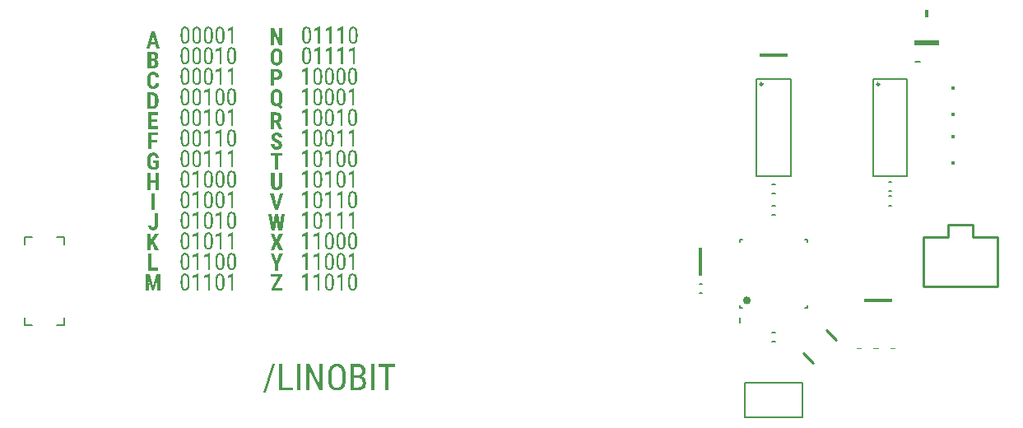
<source format=gto>
G04*
G04 #@! TF.GenerationSoftware,Altium Limited,Altium Designer,18.0.7 (293)*
G04*
G04 Layer_Color=12040119*
%FSLAX25Y25*%
%MOIN*%
G70*
G01*
G75*
%ADD10C,0.00984*%
%ADD11C,0.01575*%
%ADD12C,0.00591*%
%ADD13C,0.01000*%
%ADD14C,0.00394*%
%ADD15C,0.00787*%
%ADD16R,0.10236X0.02362*%
%ADD17R,0.11811X0.01575*%
%ADD18R,0.01575X0.01181*%
%ADD19R,0.01575X0.11811*%
G36*
X369094Y170276D02*
D01*
D02*
G37*
G36*
X373425Y181595D02*
Y184547D01*
X374606D01*
Y181595D01*
X373425D01*
D02*
G37*
G36*
X137658Y170960D02*
X136829D01*
Y176698D01*
X135403Y176068D01*
Y176855D01*
X137522Y177778D01*
X137658D01*
Y170960D01*
D02*
G37*
G36*
X132948D02*
X132120D01*
Y176698D01*
X130693Y176068D01*
Y176855D01*
X132812Y177778D01*
X132948D01*
Y170960D01*
D02*
G37*
G36*
X128238D02*
X127409D01*
Y176698D01*
X125983Y176068D01*
Y176855D01*
X128102Y177778D01*
X128238D01*
Y170960D01*
D02*
G37*
G36*
X141854Y177831D02*
X141938Y177820D01*
X142022Y177799D01*
X142221Y177757D01*
X142442Y177673D01*
X142557Y177610D01*
X142672Y177547D01*
X142777Y177463D01*
X142882Y177369D01*
X142987Y177264D01*
X143071Y177138D01*
X143081Y177128D01*
X143092Y177107D01*
X143113Y177065D01*
X143145Y177012D01*
X143176Y176939D01*
X143207Y176845D01*
X143249Y176740D01*
X143291Y176614D01*
X143333Y176477D01*
X143375Y176320D01*
X143417Y176152D01*
X143449Y175963D01*
X143480Y175754D01*
X143512Y175533D01*
X143522Y175292D01*
X143533Y175040D01*
Y173844D01*
Y173823D01*
Y173782D01*
Y173698D01*
X143522Y173603D01*
Y173477D01*
X143512Y173330D01*
X143501Y173173D01*
X143480Y173005D01*
X143428Y172638D01*
X143344Y172260D01*
X143302Y172082D01*
X143239Y171914D01*
X143165Y171746D01*
X143092Y171600D01*
Y171589D01*
X143071Y171568D01*
X143050Y171537D01*
X143008Y171484D01*
X142966Y171432D01*
X142903Y171369D01*
X142840Y171306D01*
X142756Y171232D01*
X142672Y171169D01*
X142568Y171096D01*
X142452Y171033D01*
X142326Y170981D01*
X142200Y170928D01*
X142053Y170897D01*
X141886Y170876D01*
X141718Y170865D01*
X141634D01*
X141571Y170876D01*
X141498Y170886D01*
X141414Y170907D01*
X141214Y170960D01*
X140994Y171044D01*
X140879Y171096D01*
X140763Y171169D01*
X140658Y171253D01*
X140553Y171348D01*
X140459Y171453D01*
X140365Y171579D01*
Y171589D01*
X140344Y171610D01*
X140323Y171652D01*
X140291Y171715D01*
X140260Y171788D01*
X140218Y171883D01*
X140176Y171988D01*
X140134Y172114D01*
X140092Y172260D01*
X140050Y172418D01*
X140018Y172586D01*
X139977Y172785D01*
X139945Y172995D01*
X139924Y173215D01*
X139913Y173456D01*
X139903Y173719D01*
Y174883D01*
Y174904D01*
Y174946D01*
Y175030D01*
X139913Y175124D01*
Y175250D01*
X139924Y175397D01*
X139945Y175554D01*
X139955Y175722D01*
X140008Y176079D01*
X140092Y176446D01*
X140144Y176624D01*
X140197Y176803D01*
X140270Y176960D01*
X140344Y177107D01*
X140354Y177117D01*
X140365Y177138D01*
X140386Y177170D01*
X140427Y177222D01*
X140470Y177275D01*
X140532Y177338D01*
X140595Y177411D01*
X140679Y177474D01*
X140774Y177547D01*
X140868Y177610D01*
X140983Y177673D01*
X141109Y177726D01*
X141235Y177778D01*
X141382Y177810D01*
X141540Y177831D01*
X141707Y177841D01*
X141791D01*
X141854Y177831D01*
D02*
G37*
G36*
X123014D02*
X123098Y177820D01*
X123182Y177799D01*
X123381Y177757D01*
X123602Y177673D01*
X123717Y177610D01*
X123832Y177547D01*
X123937Y177463D01*
X124042Y177369D01*
X124147Y177264D01*
X124231Y177138D01*
X124241Y177128D01*
X124252Y177107D01*
X124273Y177065D01*
X124304Y177012D01*
X124336Y176939D01*
X124367Y176845D01*
X124409Y176740D01*
X124451Y176614D01*
X124493Y176477D01*
X124535Y176320D01*
X124577Y176152D01*
X124609Y175963D01*
X124640Y175754D01*
X124672Y175533D01*
X124682Y175292D01*
X124692Y175040D01*
Y173844D01*
Y173823D01*
Y173782D01*
Y173698D01*
X124682Y173603D01*
Y173477D01*
X124672Y173330D01*
X124661Y173173D01*
X124640Y173005D01*
X124588Y172638D01*
X124504Y172260D01*
X124462Y172082D01*
X124399Y171914D01*
X124325Y171746D01*
X124252Y171600D01*
Y171589D01*
X124231Y171568D01*
X124210Y171537D01*
X124168Y171484D01*
X124126Y171432D01*
X124063Y171369D01*
X124000Y171306D01*
X123916Y171232D01*
X123832Y171169D01*
X123728Y171096D01*
X123612Y171033D01*
X123486Y170981D01*
X123360Y170928D01*
X123213Y170897D01*
X123046Y170876D01*
X122878Y170865D01*
X122794D01*
X122731Y170876D01*
X122658Y170886D01*
X122574Y170907D01*
X122374Y170960D01*
X122154Y171044D01*
X122039Y171096D01*
X121923Y171169D01*
X121818Y171253D01*
X121713Y171348D01*
X121619Y171453D01*
X121525Y171579D01*
Y171589D01*
X121504Y171610D01*
X121483Y171652D01*
X121451Y171715D01*
X121420Y171788D01*
X121378Y171883D01*
X121336Y171988D01*
X121294Y172114D01*
X121252Y172260D01*
X121210Y172418D01*
X121178Y172586D01*
X121136Y172785D01*
X121105Y172995D01*
X121084Y173215D01*
X121073Y173456D01*
X121063Y173719D01*
Y174883D01*
Y174904D01*
Y174946D01*
Y175030D01*
X121073Y175124D01*
Y175250D01*
X121084Y175397D01*
X121105Y175554D01*
X121116Y175722D01*
X121168Y176079D01*
X121252Y176446D01*
X121304Y176624D01*
X121357Y176803D01*
X121430Y176960D01*
X121504Y177107D01*
X121514Y177117D01*
X121525Y177138D01*
X121546Y177170D01*
X121588Y177222D01*
X121630Y177275D01*
X121692Y177338D01*
X121755Y177411D01*
X121839Y177474D01*
X121934Y177547D01*
X122028Y177610D01*
X122143Y177673D01*
X122269Y177726D01*
X122395Y177778D01*
X122542Y177810D01*
X122699Y177831D01*
X122867Y177841D01*
X122951D01*
X123014Y177831D01*
D02*
G37*
G36*
X142368Y162626D02*
X141540D01*
Y168364D01*
X140113Y167735D01*
Y168522D01*
X142232Y169445D01*
X142368D01*
Y162626D01*
D02*
G37*
G36*
X137658D02*
X136829D01*
Y168364D01*
X135403Y167735D01*
Y168522D01*
X137522Y169445D01*
X137658D01*
Y162626D01*
D02*
G37*
G36*
X132948D02*
X132120D01*
Y168364D01*
X130693Y167735D01*
Y168522D01*
X132812Y169445D01*
X132948D01*
Y162626D01*
D02*
G37*
G36*
X128238D02*
X127409D01*
Y168364D01*
X125983Y167735D01*
Y168522D01*
X128102Y169445D01*
X128238D01*
Y162626D01*
D02*
G37*
G36*
X123014Y169497D02*
X123098Y169487D01*
X123182Y169466D01*
X123381Y169424D01*
X123602Y169340D01*
X123717Y169277D01*
X123832Y169214D01*
X123937Y169130D01*
X124042Y169036D01*
X124147Y168931D01*
X124231Y168805D01*
X124241Y168795D01*
X124252Y168774D01*
X124273Y168732D01*
X124304Y168679D01*
X124336Y168606D01*
X124367Y168511D01*
X124409Y168406D01*
X124451Y168280D01*
X124493Y168144D01*
X124535Y167987D01*
X124577Y167819D01*
X124609Y167630D01*
X124640Y167420D01*
X124672Y167200D01*
X124682Y166959D01*
X124692Y166707D01*
Y165511D01*
Y165490D01*
Y165448D01*
Y165364D01*
X124682Y165270D01*
Y165144D01*
X124672Y164997D01*
X124661Y164840D01*
X124640Y164672D01*
X124588Y164305D01*
X124504Y163927D01*
X124462Y163749D01*
X124399Y163581D01*
X124325Y163413D01*
X124252Y163266D01*
Y163256D01*
X124231Y163235D01*
X124210Y163203D01*
X124168Y163151D01*
X124126Y163099D01*
X124063Y163036D01*
X124000Y162973D01*
X123916Y162899D01*
X123832Y162836D01*
X123728Y162763D01*
X123612Y162700D01*
X123486Y162647D01*
X123360Y162595D01*
X123213Y162564D01*
X123046Y162542D01*
X122878Y162532D01*
X122794D01*
X122731Y162542D01*
X122658Y162553D01*
X122574Y162574D01*
X122374Y162626D01*
X122154Y162710D01*
X122039Y162763D01*
X121923Y162836D01*
X121818Y162920D01*
X121713Y163014D01*
X121619Y163119D01*
X121525Y163245D01*
Y163256D01*
X121504Y163277D01*
X121483Y163319D01*
X121451Y163382D01*
X121420Y163455D01*
X121378Y163549D01*
X121336Y163654D01*
X121294Y163780D01*
X121252Y163927D01*
X121210Y164084D01*
X121178Y164252D01*
X121136Y164452D01*
X121105Y164662D01*
X121084Y164882D01*
X121073Y165123D01*
X121063Y165385D01*
Y166550D01*
Y166571D01*
Y166613D01*
Y166697D01*
X121073Y166791D01*
Y166917D01*
X121084Y167064D01*
X121105Y167221D01*
X121116Y167389D01*
X121168Y167745D01*
X121252Y168113D01*
X121304Y168291D01*
X121357Y168469D01*
X121430Y168627D01*
X121504Y168774D01*
X121514Y168784D01*
X121525Y168805D01*
X121546Y168836D01*
X121588Y168889D01*
X121630Y168941D01*
X121692Y169004D01*
X121755Y169078D01*
X121839Y169141D01*
X121934Y169214D01*
X122028Y169277D01*
X122143Y169340D01*
X122269Y169393D01*
X122395Y169445D01*
X122542Y169476D01*
X122699Y169497D01*
X122867Y169508D01*
X122951D01*
X123014Y169497D01*
D02*
G37*
G36*
X123318Y154293D02*
X122490D01*
Y160031D01*
X121063Y159402D01*
Y160188D01*
X123182Y161112D01*
X123318D01*
Y154293D01*
D02*
G37*
G36*
X141644Y161164D02*
X141728Y161154D01*
X141812Y161133D01*
X142011Y161091D01*
X142232Y161007D01*
X142347Y160944D01*
X142463Y160881D01*
X142568Y160797D01*
X142672Y160703D01*
X142777Y160598D01*
X142861Y160472D01*
X142872Y160461D01*
X142882Y160440D01*
X142903Y160398D01*
X142935Y160346D01*
X142966Y160273D01*
X142998Y160178D01*
X143040Y160073D01*
X143081Y159947D01*
X143123Y159811D01*
X143165Y159653D01*
X143207Y159486D01*
X143239Y159297D01*
X143270Y159087D01*
X143302Y158867D01*
X143312Y158625D01*
X143323Y158374D01*
Y157178D01*
Y157157D01*
Y157115D01*
Y157031D01*
X143312Y156937D01*
Y156811D01*
X143302Y156664D01*
X143291Y156507D01*
X143270Y156339D01*
X143218Y155972D01*
X143134Y155594D01*
X143092Y155416D01*
X143029Y155248D01*
X142956Y155080D01*
X142882Y154933D01*
Y154923D01*
X142861Y154902D01*
X142840Y154870D01*
X142798Y154818D01*
X142756Y154765D01*
X142693Y154702D01*
X142630Y154639D01*
X142546Y154566D01*
X142463Y154503D01*
X142358Y154429D01*
X142242Y154367D01*
X142116Y154314D01*
X141991Y154262D01*
X141844Y154230D01*
X141676Y154209D01*
X141508Y154199D01*
X141424D01*
X141361Y154209D01*
X141288Y154220D01*
X141204Y154241D01*
X141005Y154293D01*
X140784Y154377D01*
X140669Y154429D01*
X140553Y154503D01*
X140448Y154587D01*
X140344Y154681D01*
X140249Y154786D01*
X140155Y154912D01*
Y154923D01*
X140134Y154944D01*
X140113Y154985D01*
X140081Y155048D01*
X140050Y155122D01*
X140008Y155216D01*
X139966Y155321D01*
X139924Y155447D01*
X139882Y155594D01*
X139840Y155751D01*
X139809Y155919D01*
X139767Y156118D01*
X139735Y156328D01*
X139714Y156549D01*
X139704Y156790D01*
X139693Y157052D01*
Y158216D01*
Y158237D01*
Y158279D01*
Y158363D01*
X139704Y158458D01*
Y158584D01*
X139714Y158730D01*
X139735Y158888D01*
X139746Y159056D01*
X139798Y159412D01*
X139882Y159779D01*
X139935Y159958D01*
X139987Y160136D01*
X140060Y160293D01*
X140134Y160440D01*
X140144Y160451D01*
X140155Y160472D01*
X140176Y160503D01*
X140218Y160556D01*
X140260Y160608D01*
X140323Y160671D01*
X140386Y160745D01*
X140470Y160807D01*
X140564Y160881D01*
X140658Y160944D01*
X140774Y161007D01*
X140900Y161059D01*
X141025Y161112D01*
X141172Y161143D01*
X141330Y161164D01*
X141498Y161175D01*
X141581D01*
X141644Y161164D01*
D02*
G37*
G36*
X136934D02*
X137018Y161154D01*
X137102Y161133D01*
X137302Y161091D01*
X137522Y161007D01*
X137637Y160944D01*
X137753Y160881D01*
X137857Y160797D01*
X137962Y160703D01*
X138067Y160598D01*
X138151Y160472D01*
X138162Y160461D01*
X138172Y160440D01*
X138193Y160398D01*
X138225Y160346D01*
X138256Y160273D01*
X138288Y160178D01*
X138330Y160073D01*
X138372Y159947D01*
X138414Y159811D01*
X138455Y159653D01*
X138497Y159486D01*
X138529Y159297D01*
X138560Y159087D01*
X138592Y158867D01*
X138602Y158625D01*
X138613Y158374D01*
Y157178D01*
Y157157D01*
Y157115D01*
Y157031D01*
X138602Y156937D01*
Y156811D01*
X138592Y156664D01*
X138581Y156507D01*
X138560Y156339D01*
X138508Y155972D01*
X138424Y155594D01*
X138382Y155416D01*
X138319Y155248D01*
X138246Y155080D01*
X138172Y154933D01*
Y154923D01*
X138151Y154902D01*
X138130Y154870D01*
X138088Y154818D01*
X138046Y154765D01*
X137983Y154702D01*
X137920Y154639D01*
X137837Y154566D01*
X137753Y154503D01*
X137648Y154429D01*
X137532Y154367D01*
X137406Y154314D01*
X137280Y154262D01*
X137134Y154230D01*
X136966Y154209D01*
X136798Y154199D01*
X136714D01*
X136651Y154209D01*
X136578Y154220D01*
X136494Y154241D01*
X136294Y154293D01*
X136074Y154377D01*
X135959Y154429D01*
X135843Y154503D01*
X135739Y154587D01*
X135634Y154681D01*
X135539Y154786D01*
X135445Y154912D01*
Y154923D01*
X135424Y154944D01*
X135403Y154985D01*
X135371Y155048D01*
X135340Y155122D01*
X135298Y155216D01*
X135256Y155321D01*
X135214Y155447D01*
X135172Y155594D01*
X135130Y155751D01*
X135099Y155919D01*
X135057Y156118D01*
X135025Y156328D01*
X135004Y156549D01*
X134994Y156790D01*
X134983Y157052D01*
Y158216D01*
Y158237D01*
Y158279D01*
Y158363D01*
X134994Y158458D01*
Y158584D01*
X135004Y158730D01*
X135025Y158888D01*
X135036Y159056D01*
X135088Y159412D01*
X135172Y159779D01*
X135224Y159958D01*
X135277Y160136D01*
X135350Y160293D01*
X135424Y160440D01*
X135434Y160451D01*
X135445Y160472D01*
X135466Y160503D01*
X135508Y160556D01*
X135550Y160608D01*
X135613Y160671D01*
X135676Y160745D01*
X135759Y160807D01*
X135854Y160881D01*
X135948Y160944D01*
X136064Y161007D01*
X136190Y161059D01*
X136316Y161112D01*
X136462Y161143D01*
X136620Y161164D01*
X136787Y161175D01*
X136871D01*
X136934Y161164D01*
D02*
G37*
G36*
X132224D02*
X132308Y161154D01*
X132392Y161133D01*
X132591Y161091D01*
X132812Y161007D01*
X132927Y160944D01*
X133043Y160881D01*
X133148Y160797D01*
X133252Y160703D01*
X133357Y160598D01*
X133441Y160472D01*
X133452Y160461D01*
X133462Y160440D01*
X133483Y160398D01*
X133515Y160346D01*
X133546Y160273D01*
X133578Y160178D01*
X133619Y160073D01*
X133661Y159947D01*
X133703Y159811D01*
X133745Y159653D01*
X133787Y159486D01*
X133819Y159297D01*
X133850Y159087D01*
X133882Y158867D01*
X133892Y158625D01*
X133903Y158374D01*
Y157178D01*
Y157157D01*
Y157115D01*
Y157031D01*
X133892Y156937D01*
Y156811D01*
X133882Y156664D01*
X133871Y156507D01*
X133850Y156339D01*
X133798Y155972D01*
X133714Y155594D01*
X133672Y155416D01*
X133609Y155248D01*
X133536Y155080D01*
X133462Y154933D01*
Y154923D01*
X133441Y154902D01*
X133420Y154870D01*
X133378Y154818D01*
X133336Y154765D01*
X133273Y154702D01*
X133210Y154639D01*
X133126Y154566D01*
X133043Y154503D01*
X132938Y154429D01*
X132822Y154367D01*
X132696Y154314D01*
X132571Y154262D01*
X132424Y154230D01*
X132256Y154209D01*
X132088Y154199D01*
X132004D01*
X131941Y154209D01*
X131868Y154220D01*
X131784Y154241D01*
X131585Y154293D01*
X131364Y154377D01*
X131249Y154429D01*
X131133Y154503D01*
X131028Y154587D01*
X130924Y154681D01*
X130829Y154786D01*
X130735Y154912D01*
Y154923D01*
X130714Y154944D01*
X130693Y154985D01*
X130661Y155048D01*
X130630Y155122D01*
X130588Y155216D01*
X130546Y155321D01*
X130504Y155447D01*
X130462Y155594D01*
X130420Y155751D01*
X130389Y155919D01*
X130347Y156118D01*
X130315Y156328D01*
X130294Y156549D01*
X130284Y156790D01*
X130273Y157052D01*
Y158216D01*
Y158237D01*
Y158279D01*
Y158363D01*
X130284Y158458D01*
Y158584D01*
X130294Y158730D01*
X130315Y158888D01*
X130326Y159056D01*
X130378Y159412D01*
X130462Y159779D01*
X130515Y159958D01*
X130567Y160136D01*
X130640Y160293D01*
X130714Y160440D01*
X130724Y160451D01*
X130735Y160472D01*
X130756Y160503D01*
X130798Y160556D01*
X130840Y160608D01*
X130903Y160671D01*
X130966Y160745D01*
X131050Y160807D01*
X131144Y160881D01*
X131238Y160944D01*
X131354Y161007D01*
X131480Y161059D01*
X131605Y161112D01*
X131752Y161143D01*
X131910Y161164D01*
X132078Y161175D01*
X132161D01*
X132224Y161164D01*
D02*
G37*
G36*
X127514D02*
X127598Y161154D01*
X127682Y161133D01*
X127882Y161091D01*
X128102Y161007D01*
X128217Y160944D01*
X128333Y160881D01*
X128437Y160797D01*
X128542Y160703D01*
X128647Y160598D01*
X128731Y160472D01*
X128742Y160461D01*
X128752Y160440D01*
X128773Y160398D01*
X128805Y160346D01*
X128836Y160273D01*
X128868Y160178D01*
X128910Y160073D01*
X128952Y159947D01*
X128993Y159811D01*
X129035Y159653D01*
X129077Y159486D01*
X129109Y159297D01*
X129140Y159087D01*
X129172Y158867D01*
X129182Y158625D01*
X129193Y158374D01*
Y157178D01*
Y157157D01*
Y157115D01*
Y157031D01*
X129182Y156937D01*
Y156811D01*
X129172Y156664D01*
X129161Y156507D01*
X129140Y156339D01*
X129088Y155972D01*
X129004Y155594D01*
X128962Y155416D01*
X128899Y155248D01*
X128826Y155080D01*
X128752Y154933D01*
Y154923D01*
X128731Y154902D01*
X128710Y154870D01*
X128668Y154818D01*
X128626Y154765D01*
X128563Y154702D01*
X128500Y154639D01*
X128417Y154566D01*
X128333Y154503D01*
X128228Y154429D01*
X128112Y154367D01*
X127986Y154314D01*
X127860Y154262D01*
X127714Y154230D01*
X127546Y154209D01*
X127378Y154199D01*
X127294D01*
X127231Y154209D01*
X127158Y154220D01*
X127074Y154241D01*
X126874Y154293D01*
X126654Y154377D01*
X126539Y154429D01*
X126423Y154503D01*
X126319Y154587D01*
X126214Y154681D01*
X126119Y154786D01*
X126025Y154912D01*
Y154923D01*
X126004Y154944D01*
X125983Y154985D01*
X125951Y155048D01*
X125920Y155122D01*
X125878Y155216D01*
X125836Y155321D01*
X125794Y155447D01*
X125752Y155594D01*
X125710Y155751D01*
X125679Y155919D01*
X125637Y156118D01*
X125605Y156328D01*
X125584Y156549D01*
X125574Y156790D01*
X125563Y157052D01*
Y158216D01*
Y158237D01*
Y158279D01*
Y158363D01*
X125574Y158458D01*
Y158584D01*
X125584Y158730D01*
X125605Y158888D01*
X125616Y159056D01*
X125668Y159412D01*
X125752Y159779D01*
X125804Y159958D01*
X125857Y160136D01*
X125930Y160293D01*
X126004Y160440D01*
X126014Y160451D01*
X126025Y160472D01*
X126046Y160503D01*
X126088Y160556D01*
X126130Y160608D01*
X126193Y160671D01*
X126256Y160745D01*
X126339Y160807D01*
X126434Y160881D01*
X126528Y160944D01*
X126644Y161007D01*
X126770Y161059D01*
X126895Y161112D01*
X127042Y161143D01*
X127200Y161164D01*
X127367Y161175D01*
X127451D01*
X127514Y161164D01*
D02*
G37*
G36*
X142158Y145960D02*
X141330D01*
Y151698D01*
X139903Y151068D01*
Y151855D01*
X142022Y152778D01*
X142158D01*
Y145960D01*
D02*
G37*
G36*
X123318D02*
X122490D01*
Y151698D01*
X121063Y151068D01*
Y151855D01*
X123182Y152778D01*
X123318D01*
Y145960D01*
D02*
G37*
G36*
X136934Y152831D02*
X137018Y152820D01*
X137102Y152799D01*
X137302Y152757D01*
X137522Y152673D01*
X137637Y152611D01*
X137753Y152548D01*
X137857Y152464D01*
X137962Y152369D01*
X138067Y152264D01*
X138151Y152138D01*
X138162Y152128D01*
X138172Y152107D01*
X138193Y152065D01*
X138225Y152013D01*
X138256Y151939D01*
X138288Y151845D01*
X138330Y151740D01*
X138372Y151614D01*
X138414Y151478D01*
X138455Y151320D01*
X138497Y151152D01*
X138529Y150964D01*
X138560Y150754D01*
X138592Y150533D01*
X138602Y150292D01*
X138613Y150040D01*
Y148845D01*
Y148824D01*
Y148782D01*
Y148698D01*
X138602Y148603D01*
Y148477D01*
X138592Y148331D01*
X138581Y148173D01*
X138560Y148005D01*
X138508Y147638D01*
X138424Y147261D01*
X138382Y147082D01*
X138319Y146915D01*
X138246Y146747D01*
X138172Y146600D01*
Y146589D01*
X138151Y146568D01*
X138130Y146537D01*
X138088Y146484D01*
X138046Y146432D01*
X137983Y146369D01*
X137920Y146306D01*
X137837Y146233D01*
X137753Y146170D01*
X137648Y146096D01*
X137532Y146033D01*
X137406Y145981D01*
X137280Y145928D01*
X137134Y145897D01*
X136966Y145876D01*
X136798Y145865D01*
X136714D01*
X136651Y145876D01*
X136578Y145887D01*
X136494Y145907D01*
X136294Y145960D01*
X136074Y146044D01*
X135959Y146096D01*
X135843Y146170D01*
X135739Y146254D01*
X135634Y146348D01*
X135539Y146453D01*
X135445Y146579D01*
Y146589D01*
X135424Y146610D01*
X135403Y146652D01*
X135371Y146715D01*
X135340Y146789D01*
X135298Y146883D01*
X135256Y146988D01*
X135214Y147114D01*
X135172Y147261D01*
X135130Y147418D01*
X135099Y147586D01*
X135057Y147785D01*
X135025Y147995D01*
X135004Y148215D01*
X134994Y148457D01*
X134983Y148719D01*
Y149883D01*
Y149904D01*
Y149946D01*
Y150030D01*
X134994Y150124D01*
Y150250D01*
X135004Y150397D01*
X135025Y150555D01*
X135036Y150722D01*
X135088Y151079D01*
X135172Y151446D01*
X135224Y151625D01*
X135277Y151803D01*
X135350Y151960D01*
X135424Y152107D01*
X135434Y152118D01*
X135445Y152138D01*
X135466Y152170D01*
X135508Y152222D01*
X135550Y152275D01*
X135613Y152338D01*
X135676Y152411D01*
X135759Y152474D01*
X135854Y152548D01*
X135948Y152611D01*
X136064Y152673D01*
X136190Y152726D01*
X136316Y152778D01*
X136462Y152810D01*
X136620Y152831D01*
X136787Y152841D01*
X136871D01*
X136934Y152831D01*
D02*
G37*
G36*
X132224D02*
X132308Y152820D01*
X132392Y152799D01*
X132591Y152757D01*
X132812Y152673D01*
X132927Y152611D01*
X133043Y152548D01*
X133148Y152464D01*
X133252Y152369D01*
X133357Y152264D01*
X133441Y152138D01*
X133452Y152128D01*
X133462Y152107D01*
X133483Y152065D01*
X133515Y152013D01*
X133546Y151939D01*
X133578Y151845D01*
X133619Y151740D01*
X133661Y151614D01*
X133703Y151478D01*
X133745Y151320D01*
X133787Y151152D01*
X133819Y150964D01*
X133850Y150754D01*
X133882Y150533D01*
X133892Y150292D01*
X133903Y150040D01*
Y148845D01*
Y148824D01*
Y148782D01*
Y148698D01*
X133892Y148603D01*
Y148477D01*
X133882Y148331D01*
X133871Y148173D01*
X133850Y148005D01*
X133798Y147638D01*
X133714Y147261D01*
X133672Y147082D01*
X133609Y146915D01*
X133536Y146747D01*
X133462Y146600D01*
Y146589D01*
X133441Y146568D01*
X133420Y146537D01*
X133378Y146484D01*
X133336Y146432D01*
X133273Y146369D01*
X133210Y146306D01*
X133126Y146233D01*
X133043Y146170D01*
X132938Y146096D01*
X132822Y146033D01*
X132696Y145981D01*
X132571Y145928D01*
X132424Y145897D01*
X132256Y145876D01*
X132088Y145865D01*
X132004D01*
X131941Y145876D01*
X131868Y145887D01*
X131784Y145907D01*
X131585Y145960D01*
X131364Y146044D01*
X131249Y146096D01*
X131133Y146170D01*
X131028Y146254D01*
X130924Y146348D01*
X130829Y146453D01*
X130735Y146579D01*
Y146589D01*
X130714Y146610D01*
X130693Y146652D01*
X130661Y146715D01*
X130630Y146789D01*
X130588Y146883D01*
X130546Y146988D01*
X130504Y147114D01*
X130462Y147261D01*
X130420Y147418D01*
X130389Y147586D01*
X130347Y147785D01*
X130315Y147995D01*
X130294Y148215D01*
X130284Y148457D01*
X130273Y148719D01*
Y149883D01*
Y149904D01*
Y149946D01*
Y150030D01*
X130284Y150124D01*
Y150250D01*
X130294Y150397D01*
X130315Y150555D01*
X130326Y150722D01*
X130378Y151079D01*
X130462Y151446D01*
X130515Y151625D01*
X130567Y151803D01*
X130640Y151960D01*
X130714Y152107D01*
X130724Y152118D01*
X130735Y152138D01*
X130756Y152170D01*
X130798Y152222D01*
X130840Y152275D01*
X130903Y152338D01*
X130966Y152411D01*
X131050Y152474D01*
X131144Y152548D01*
X131238Y152611D01*
X131354Y152673D01*
X131480Y152726D01*
X131605Y152778D01*
X131752Y152810D01*
X131910Y152831D01*
X132078Y152841D01*
X132161D01*
X132224Y152831D01*
D02*
G37*
G36*
X127514D02*
X127598Y152820D01*
X127682Y152799D01*
X127882Y152757D01*
X128102Y152673D01*
X128217Y152611D01*
X128333Y152548D01*
X128437Y152464D01*
X128542Y152369D01*
X128647Y152264D01*
X128731Y152138D01*
X128742Y152128D01*
X128752Y152107D01*
X128773Y152065D01*
X128805Y152013D01*
X128836Y151939D01*
X128868Y151845D01*
X128910Y151740D01*
X128952Y151614D01*
X128993Y151478D01*
X129035Y151320D01*
X129077Y151152D01*
X129109Y150964D01*
X129140Y150754D01*
X129172Y150533D01*
X129182Y150292D01*
X129193Y150040D01*
Y148845D01*
Y148824D01*
Y148782D01*
Y148698D01*
X129182Y148603D01*
Y148477D01*
X129172Y148331D01*
X129161Y148173D01*
X129140Y148005D01*
X129088Y147638D01*
X129004Y147261D01*
X128962Y147082D01*
X128899Y146915D01*
X128826Y146747D01*
X128752Y146600D01*
Y146589D01*
X128731Y146568D01*
X128710Y146537D01*
X128668Y146484D01*
X128626Y146432D01*
X128563Y146369D01*
X128500Y146306D01*
X128417Y146233D01*
X128333Y146170D01*
X128228Y146096D01*
X128112Y146033D01*
X127986Y145981D01*
X127860Y145928D01*
X127714Y145897D01*
X127546Y145876D01*
X127378Y145865D01*
X127294D01*
X127231Y145876D01*
X127158Y145887D01*
X127074Y145907D01*
X126874Y145960D01*
X126654Y146044D01*
X126539Y146096D01*
X126423Y146170D01*
X126319Y146254D01*
X126214Y146348D01*
X126119Y146453D01*
X126025Y146579D01*
Y146589D01*
X126004Y146610D01*
X125983Y146652D01*
X125951Y146715D01*
X125920Y146789D01*
X125878Y146883D01*
X125836Y146988D01*
X125794Y147114D01*
X125752Y147261D01*
X125710Y147418D01*
X125679Y147586D01*
X125637Y147785D01*
X125605Y147995D01*
X125584Y148215D01*
X125574Y148457D01*
X125563Y148719D01*
Y149883D01*
Y149904D01*
Y149946D01*
Y150030D01*
X125574Y150124D01*
Y150250D01*
X125584Y150397D01*
X125605Y150555D01*
X125616Y150722D01*
X125668Y151079D01*
X125752Y151446D01*
X125804Y151625D01*
X125857Y151803D01*
X125930Y151960D01*
X126004Y152107D01*
X126014Y152118D01*
X126025Y152138D01*
X126046Y152170D01*
X126088Y152222D01*
X126130Y152275D01*
X126193Y152338D01*
X126256Y152411D01*
X126339Y152474D01*
X126434Y152548D01*
X126528Y152611D01*
X126644Y152673D01*
X126770Y152726D01*
X126895Y152778D01*
X127042Y152810D01*
X127200Y152831D01*
X127367Y152841D01*
X127451D01*
X127514Y152831D01*
D02*
G37*
G36*
X137448Y137627D02*
X136620D01*
Y143365D01*
X135193Y142735D01*
Y143522D01*
X137312Y144445D01*
X137448D01*
Y137627D01*
D02*
G37*
G36*
X123318D02*
X122490D01*
Y143365D01*
X121063Y142735D01*
Y143522D01*
X123182Y144445D01*
X123318D01*
Y137627D01*
D02*
G37*
G36*
X141644Y144498D02*
X141728Y144487D01*
X141812Y144466D01*
X142011Y144424D01*
X142232Y144340D01*
X142347Y144277D01*
X142463Y144214D01*
X142568Y144130D01*
X142672Y144036D01*
X142777Y143931D01*
X142861Y143805D01*
X142872Y143795D01*
X142882Y143774D01*
X142903Y143732D01*
X142935Y143679D01*
X142966Y143606D01*
X142998Y143511D01*
X143040Y143407D01*
X143081Y143281D01*
X143123Y143144D01*
X143165Y142987D01*
X143207Y142819D01*
X143239Y142630D01*
X143270Y142421D01*
X143302Y142200D01*
X143312Y141959D01*
X143323Y141707D01*
Y140511D01*
Y140490D01*
Y140448D01*
Y140365D01*
X143312Y140270D01*
Y140144D01*
X143302Y139997D01*
X143291Y139840D01*
X143270Y139672D01*
X143218Y139305D01*
X143134Y138927D01*
X143092Y138749D01*
X143029Y138581D01*
X142956Y138413D01*
X142882Y138267D01*
Y138256D01*
X142861Y138235D01*
X142840Y138204D01*
X142798Y138151D01*
X142756Y138099D01*
X142693Y138036D01*
X142630Y137973D01*
X142546Y137899D01*
X142463Y137836D01*
X142358Y137763D01*
X142242Y137700D01*
X142116Y137648D01*
X141991Y137595D01*
X141844Y137564D01*
X141676Y137543D01*
X141508Y137532D01*
X141424D01*
X141361Y137543D01*
X141288Y137553D01*
X141204Y137574D01*
X141005Y137627D01*
X140784Y137710D01*
X140669Y137763D01*
X140553Y137836D01*
X140448Y137920D01*
X140344Y138015D01*
X140249Y138120D01*
X140155Y138245D01*
Y138256D01*
X140134Y138277D01*
X140113Y138319D01*
X140081Y138382D01*
X140050Y138455D01*
X140008Y138550D01*
X139966Y138655D01*
X139924Y138780D01*
X139882Y138927D01*
X139840Y139085D01*
X139809Y139253D01*
X139767Y139452D01*
X139735Y139662D01*
X139714Y139882D01*
X139704Y140123D01*
X139693Y140385D01*
Y141550D01*
Y141571D01*
Y141613D01*
Y141697D01*
X139704Y141791D01*
Y141917D01*
X139714Y142064D01*
X139735Y142221D01*
X139746Y142389D01*
X139798Y142746D01*
X139882Y143113D01*
X139935Y143291D01*
X139987Y143470D01*
X140060Y143627D01*
X140134Y143774D01*
X140144Y143784D01*
X140155Y143805D01*
X140176Y143837D01*
X140218Y143889D01*
X140260Y143942D01*
X140323Y144004D01*
X140386Y144078D01*
X140470Y144141D01*
X140564Y144214D01*
X140658Y144277D01*
X140774Y144340D01*
X140900Y144393D01*
X141025Y144445D01*
X141172Y144477D01*
X141330Y144498D01*
X141498Y144508D01*
X141581D01*
X141644Y144498D01*
D02*
G37*
G36*
X132224D02*
X132308Y144487D01*
X132392Y144466D01*
X132591Y144424D01*
X132812Y144340D01*
X132927Y144277D01*
X133043Y144214D01*
X133148Y144130D01*
X133252Y144036D01*
X133357Y143931D01*
X133441Y143805D01*
X133452Y143795D01*
X133462Y143774D01*
X133483Y143732D01*
X133515Y143679D01*
X133546Y143606D01*
X133578Y143511D01*
X133619Y143407D01*
X133661Y143281D01*
X133703Y143144D01*
X133745Y142987D01*
X133787Y142819D01*
X133819Y142630D01*
X133850Y142421D01*
X133882Y142200D01*
X133892Y141959D01*
X133903Y141707D01*
Y140511D01*
Y140490D01*
Y140448D01*
Y140365D01*
X133892Y140270D01*
Y140144D01*
X133882Y139997D01*
X133871Y139840D01*
X133850Y139672D01*
X133798Y139305D01*
X133714Y138927D01*
X133672Y138749D01*
X133609Y138581D01*
X133536Y138413D01*
X133462Y138267D01*
Y138256D01*
X133441Y138235D01*
X133420Y138204D01*
X133378Y138151D01*
X133336Y138099D01*
X133273Y138036D01*
X133210Y137973D01*
X133126Y137899D01*
X133043Y137836D01*
X132938Y137763D01*
X132822Y137700D01*
X132696Y137648D01*
X132571Y137595D01*
X132424Y137564D01*
X132256Y137543D01*
X132088Y137532D01*
X132004D01*
X131941Y137543D01*
X131868Y137553D01*
X131784Y137574D01*
X131585Y137627D01*
X131364Y137710D01*
X131249Y137763D01*
X131133Y137836D01*
X131028Y137920D01*
X130924Y138015D01*
X130829Y138120D01*
X130735Y138245D01*
Y138256D01*
X130714Y138277D01*
X130693Y138319D01*
X130661Y138382D01*
X130630Y138455D01*
X130588Y138550D01*
X130546Y138655D01*
X130504Y138780D01*
X130462Y138927D01*
X130420Y139085D01*
X130389Y139253D01*
X130347Y139452D01*
X130315Y139662D01*
X130294Y139882D01*
X130284Y140123D01*
X130273Y140385D01*
Y141550D01*
Y141571D01*
Y141613D01*
Y141697D01*
X130284Y141791D01*
Y141917D01*
X130294Y142064D01*
X130315Y142221D01*
X130326Y142389D01*
X130378Y142746D01*
X130462Y143113D01*
X130515Y143291D01*
X130567Y143470D01*
X130640Y143627D01*
X130714Y143774D01*
X130724Y143784D01*
X130735Y143805D01*
X130756Y143837D01*
X130798Y143889D01*
X130840Y143942D01*
X130903Y144004D01*
X130966Y144078D01*
X131050Y144141D01*
X131144Y144214D01*
X131238Y144277D01*
X131354Y144340D01*
X131480Y144393D01*
X131605Y144445D01*
X131752Y144477D01*
X131910Y144498D01*
X132078Y144508D01*
X132161D01*
X132224Y144498D01*
D02*
G37*
G36*
X127514D02*
X127598Y144487D01*
X127682Y144466D01*
X127882Y144424D01*
X128102Y144340D01*
X128217Y144277D01*
X128333Y144214D01*
X128437Y144130D01*
X128542Y144036D01*
X128647Y143931D01*
X128731Y143805D01*
X128742Y143795D01*
X128752Y143774D01*
X128773Y143732D01*
X128805Y143679D01*
X128836Y143606D01*
X128868Y143511D01*
X128910Y143407D01*
X128952Y143281D01*
X128993Y143144D01*
X129035Y142987D01*
X129077Y142819D01*
X129109Y142630D01*
X129140Y142421D01*
X129172Y142200D01*
X129182Y141959D01*
X129193Y141707D01*
Y140511D01*
Y140490D01*
Y140448D01*
Y140365D01*
X129182Y140270D01*
Y140144D01*
X129172Y139997D01*
X129161Y139840D01*
X129140Y139672D01*
X129088Y139305D01*
X129004Y138927D01*
X128962Y138749D01*
X128899Y138581D01*
X128826Y138413D01*
X128752Y138267D01*
Y138256D01*
X128731Y138235D01*
X128710Y138204D01*
X128668Y138151D01*
X128626Y138099D01*
X128563Y138036D01*
X128500Y137973D01*
X128417Y137899D01*
X128333Y137836D01*
X128228Y137763D01*
X128112Y137700D01*
X127986Y137648D01*
X127860Y137595D01*
X127714Y137564D01*
X127546Y137543D01*
X127378Y137532D01*
X127294D01*
X127231Y137543D01*
X127158Y137553D01*
X127074Y137574D01*
X126874Y137627D01*
X126654Y137710D01*
X126539Y137763D01*
X126423Y137836D01*
X126319Y137920D01*
X126214Y138015D01*
X126119Y138120D01*
X126025Y138245D01*
Y138256D01*
X126004Y138277D01*
X125983Y138319D01*
X125951Y138382D01*
X125920Y138455D01*
X125878Y138550D01*
X125836Y138655D01*
X125794Y138780D01*
X125752Y138927D01*
X125710Y139085D01*
X125679Y139253D01*
X125637Y139452D01*
X125605Y139662D01*
X125584Y139882D01*
X125574Y140123D01*
X125563Y140385D01*
Y141550D01*
Y141571D01*
Y141613D01*
Y141697D01*
X125574Y141791D01*
Y141917D01*
X125584Y142064D01*
X125605Y142221D01*
X125616Y142389D01*
X125668Y142746D01*
X125752Y143113D01*
X125804Y143291D01*
X125857Y143470D01*
X125930Y143627D01*
X126004Y143774D01*
X126014Y143784D01*
X126025Y143805D01*
X126046Y143837D01*
X126088Y143889D01*
X126130Y143942D01*
X126193Y144004D01*
X126256Y144078D01*
X126339Y144141D01*
X126434Y144214D01*
X126528Y144277D01*
X126644Y144340D01*
X126770Y144393D01*
X126895Y144445D01*
X127042Y144477D01*
X127200Y144498D01*
X127367Y144508D01*
X127451D01*
X127514Y144498D01*
D02*
G37*
G36*
X142158Y129293D02*
X141330D01*
Y135031D01*
X139903Y134402D01*
Y135189D01*
X142022Y136112D01*
X142158D01*
Y129293D01*
D02*
G37*
G36*
X137448D02*
X136620D01*
Y135031D01*
X135193Y134402D01*
Y135189D01*
X137312Y136112D01*
X137448D01*
Y129293D01*
D02*
G37*
G36*
X123318D02*
X122490D01*
Y135031D01*
X121063Y134402D01*
Y135189D01*
X123182Y136112D01*
X123318D01*
Y129293D01*
D02*
G37*
G36*
X132224Y136164D02*
X132308Y136154D01*
X132392Y136133D01*
X132591Y136091D01*
X132812Y136007D01*
X132927Y135944D01*
X133043Y135881D01*
X133148Y135797D01*
X133252Y135703D01*
X133357Y135598D01*
X133441Y135472D01*
X133452Y135461D01*
X133462Y135441D01*
X133483Y135399D01*
X133515Y135346D01*
X133546Y135273D01*
X133578Y135178D01*
X133619Y135073D01*
X133661Y134948D01*
X133703Y134811D01*
X133745Y134654D01*
X133787Y134486D01*
X133819Y134297D01*
X133850Y134087D01*
X133882Y133867D01*
X133892Y133626D01*
X133903Y133374D01*
Y132178D01*
Y132157D01*
Y132115D01*
Y132031D01*
X133892Y131937D01*
Y131811D01*
X133882Y131664D01*
X133871Y131507D01*
X133850Y131339D01*
X133798Y130972D01*
X133714Y130594D01*
X133672Y130416D01*
X133609Y130248D01*
X133536Y130080D01*
X133462Y129933D01*
Y129923D01*
X133441Y129902D01*
X133420Y129870D01*
X133378Y129818D01*
X133336Y129765D01*
X133273Y129702D01*
X133210Y129639D01*
X133126Y129566D01*
X133043Y129503D01*
X132938Y129430D01*
X132822Y129367D01*
X132696Y129314D01*
X132571Y129262D01*
X132424Y129230D01*
X132256Y129209D01*
X132088Y129199D01*
X132004D01*
X131941Y129209D01*
X131868Y129220D01*
X131784Y129241D01*
X131585Y129293D01*
X131364Y129377D01*
X131249Y129430D01*
X131133Y129503D01*
X131028Y129587D01*
X130924Y129682D01*
X130829Y129786D01*
X130735Y129912D01*
Y129923D01*
X130714Y129944D01*
X130693Y129986D01*
X130661Y130049D01*
X130630Y130122D01*
X130588Y130217D01*
X130546Y130321D01*
X130504Y130447D01*
X130462Y130594D01*
X130420Y130752D01*
X130389Y130919D01*
X130347Y131119D01*
X130315Y131328D01*
X130294Y131549D01*
X130284Y131790D01*
X130273Y132052D01*
Y133217D01*
Y133238D01*
Y133280D01*
Y133363D01*
X130284Y133458D01*
Y133584D01*
X130294Y133731D01*
X130315Y133888D01*
X130326Y134056D01*
X130378Y134413D01*
X130462Y134780D01*
X130515Y134958D01*
X130567Y135136D01*
X130640Y135294D01*
X130714Y135441D01*
X130724Y135451D01*
X130735Y135472D01*
X130756Y135503D01*
X130798Y135556D01*
X130840Y135608D01*
X130903Y135671D01*
X130966Y135745D01*
X131050Y135808D01*
X131144Y135881D01*
X131238Y135944D01*
X131354Y136007D01*
X131480Y136059D01*
X131605Y136112D01*
X131752Y136143D01*
X131910Y136164D01*
X132078Y136175D01*
X132161D01*
X132224Y136164D01*
D02*
G37*
G36*
X127514D02*
X127598Y136154D01*
X127682Y136133D01*
X127882Y136091D01*
X128102Y136007D01*
X128217Y135944D01*
X128333Y135881D01*
X128437Y135797D01*
X128542Y135703D01*
X128647Y135598D01*
X128731Y135472D01*
X128742Y135461D01*
X128752Y135441D01*
X128773Y135399D01*
X128805Y135346D01*
X128836Y135273D01*
X128868Y135178D01*
X128910Y135073D01*
X128952Y134948D01*
X128993Y134811D01*
X129035Y134654D01*
X129077Y134486D01*
X129109Y134297D01*
X129140Y134087D01*
X129172Y133867D01*
X129182Y133626D01*
X129193Y133374D01*
Y132178D01*
Y132157D01*
Y132115D01*
Y132031D01*
X129182Y131937D01*
Y131811D01*
X129172Y131664D01*
X129161Y131507D01*
X129140Y131339D01*
X129088Y130972D01*
X129004Y130594D01*
X128962Y130416D01*
X128899Y130248D01*
X128826Y130080D01*
X128752Y129933D01*
Y129923D01*
X128731Y129902D01*
X128710Y129870D01*
X128668Y129818D01*
X128626Y129765D01*
X128563Y129702D01*
X128500Y129639D01*
X128417Y129566D01*
X128333Y129503D01*
X128228Y129430D01*
X128112Y129367D01*
X127986Y129314D01*
X127860Y129262D01*
X127714Y129230D01*
X127546Y129209D01*
X127378Y129199D01*
X127294D01*
X127231Y129209D01*
X127158Y129220D01*
X127074Y129241D01*
X126874Y129293D01*
X126654Y129377D01*
X126539Y129430D01*
X126423Y129503D01*
X126319Y129587D01*
X126214Y129682D01*
X126119Y129786D01*
X126025Y129912D01*
Y129923D01*
X126004Y129944D01*
X125983Y129986D01*
X125951Y130049D01*
X125920Y130122D01*
X125878Y130217D01*
X125836Y130321D01*
X125794Y130447D01*
X125752Y130594D01*
X125710Y130752D01*
X125679Y130919D01*
X125637Y131119D01*
X125605Y131328D01*
X125584Y131549D01*
X125574Y131790D01*
X125563Y132052D01*
Y133217D01*
Y133238D01*
Y133280D01*
Y133363D01*
X125574Y133458D01*
Y133584D01*
X125584Y133731D01*
X125605Y133888D01*
X125616Y134056D01*
X125668Y134413D01*
X125752Y134780D01*
X125804Y134958D01*
X125857Y135136D01*
X125930Y135294D01*
X126004Y135441D01*
X126014Y135451D01*
X126025Y135472D01*
X126046Y135503D01*
X126088Y135556D01*
X126130Y135608D01*
X126193Y135671D01*
X126256Y135745D01*
X126339Y135808D01*
X126434Y135881D01*
X126528Y135944D01*
X126644Y136007D01*
X126770Y136059D01*
X126895Y136112D01*
X127042Y136143D01*
X127200Y136164D01*
X127367Y136175D01*
X127451D01*
X127514Y136164D01*
D02*
G37*
G36*
X132738Y120960D02*
X131910D01*
Y126698D01*
X130483Y126069D01*
Y126856D01*
X132602Y127779D01*
X132738D01*
Y120960D01*
D02*
G37*
G36*
X123318D02*
X122490D01*
Y126698D01*
X121063Y126069D01*
Y126856D01*
X123182Y127779D01*
X123318D01*
Y120960D01*
D02*
G37*
G36*
X141644Y127831D02*
X141728Y127821D01*
X141812Y127800D01*
X142011Y127758D01*
X142232Y127674D01*
X142347Y127611D01*
X142463Y127548D01*
X142568Y127464D01*
X142672Y127369D01*
X142777Y127265D01*
X142861Y127139D01*
X142872Y127128D01*
X142882Y127107D01*
X142903Y127065D01*
X142935Y127013D01*
X142966Y126939D01*
X142998Y126845D01*
X143040Y126740D01*
X143081Y126614D01*
X143123Y126478D01*
X143165Y126321D01*
X143207Y126153D01*
X143239Y125964D01*
X143270Y125754D01*
X143302Y125534D01*
X143312Y125293D01*
X143323Y125041D01*
Y123845D01*
Y123824D01*
Y123782D01*
Y123698D01*
X143312Y123604D01*
Y123478D01*
X143302Y123331D01*
X143291Y123173D01*
X143270Y123006D01*
X143218Y122638D01*
X143134Y122261D01*
X143092Y122082D01*
X143029Y121915D01*
X142956Y121747D01*
X142882Y121600D01*
Y121590D01*
X142861Y121569D01*
X142840Y121537D01*
X142798Y121485D01*
X142756Y121432D01*
X142693Y121369D01*
X142630Y121306D01*
X142546Y121233D01*
X142463Y121170D01*
X142358Y121097D01*
X142242Y121034D01*
X142116Y120981D01*
X141991Y120929D01*
X141844Y120897D01*
X141676Y120876D01*
X141508Y120866D01*
X141424D01*
X141361Y120876D01*
X141288Y120887D01*
X141204Y120908D01*
X141005Y120960D01*
X140784Y121044D01*
X140669Y121097D01*
X140553Y121170D01*
X140448Y121254D01*
X140344Y121348D01*
X140249Y121453D01*
X140155Y121579D01*
Y121590D01*
X140134Y121610D01*
X140113Y121652D01*
X140081Y121715D01*
X140050Y121789D01*
X140008Y121883D01*
X139966Y121988D01*
X139924Y122114D01*
X139882Y122261D01*
X139840Y122418D01*
X139809Y122586D01*
X139767Y122785D01*
X139735Y122995D01*
X139714Y123215D01*
X139704Y123457D01*
X139693Y123719D01*
Y124883D01*
Y124904D01*
Y124946D01*
Y125030D01*
X139704Y125125D01*
Y125250D01*
X139714Y125397D01*
X139735Y125555D01*
X139746Y125723D01*
X139798Y126079D01*
X139882Y126446D01*
X139935Y126625D01*
X139987Y126803D01*
X140060Y126960D01*
X140134Y127107D01*
X140144Y127118D01*
X140155Y127139D01*
X140176Y127170D01*
X140218Y127223D01*
X140260Y127275D01*
X140323Y127338D01*
X140386Y127411D01*
X140470Y127474D01*
X140564Y127548D01*
X140658Y127611D01*
X140774Y127674D01*
X140900Y127726D01*
X141025Y127779D01*
X141172Y127810D01*
X141330Y127831D01*
X141498Y127842D01*
X141581D01*
X141644Y127831D01*
D02*
G37*
G36*
X136934D02*
X137018Y127821D01*
X137102Y127800D01*
X137302Y127758D01*
X137522Y127674D01*
X137637Y127611D01*
X137753Y127548D01*
X137857Y127464D01*
X137962Y127369D01*
X138067Y127265D01*
X138151Y127139D01*
X138162Y127128D01*
X138172Y127107D01*
X138193Y127065D01*
X138225Y127013D01*
X138256Y126939D01*
X138288Y126845D01*
X138330Y126740D01*
X138372Y126614D01*
X138414Y126478D01*
X138455Y126321D01*
X138497Y126153D01*
X138529Y125964D01*
X138560Y125754D01*
X138592Y125534D01*
X138602Y125293D01*
X138613Y125041D01*
Y123845D01*
Y123824D01*
Y123782D01*
Y123698D01*
X138602Y123604D01*
Y123478D01*
X138592Y123331D01*
X138581Y123173D01*
X138560Y123006D01*
X138508Y122638D01*
X138424Y122261D01*
X138382Y122082D01*
X138319Y121915D01*
X138246Y121747D01*
X138172Y121600D01*
Y121590D01*
X138151Y121569D01*
X138130Y121537D01*
X138088Y121485D01*
X138046Y121432D01*
X137983Y121369D01*
X137920Y121306D01*
X137837Y121233D01*
X137753Y121170D01*
X137648Y121097D01*
X137532Y121034D01*
X137406Y120981D01*
X137280Y120929D01*
X137134Y120897D01*
X136966Y120876D01*
X136798Y120866D01*
X136714D01*
X136651Y120876D01*
X136578Y120887D01*
X136494Y120908D01*
X136294Y120960D01*
X136074Y121044D01*
X135959Y121097D01*
X135843Y121170D01*
X135739Y121254D01*
X135634Y121348D01*
X135539Y121453D01*
X135445Y121579D01*
Y121590D01*
X135424Y121610D01*
X135403Y121652D01*
X135371Y121715D01*
X135340Y121789D01*
X135298Y121883D01*
X135256Y121988D01*
X135214Y122114D01*
X135172Y122261D01*
X135130Y122418D01*
X135099Y122586D01*
X135057Y122785D01*
X135025Y122995D01*
X135004Y123215D01*
X134994Y123457D01*
X134983Y123719D01*
Y124883D01*
Y124904D01*
Y124946D01*
Y125030D01*
X134994Y125125D01*
Y125250D01*
X135004Y125397D01*
X135025Y125555D01*
X135036Y125723D01*
X135088Y126079D01*
X135172Y126446D01*
X135224Y126625D01*
X135277Y126803D01*
X135350Y126960D01*
X135424Y127107D01*
X135434Y127118D01*
X135445Y127139D01*
X135466Y127170D01*
X135508Y127223D01*
X135550Y127275D01*
X135613Y127338D01*
X135676Y127411D01*
X135759Y127474D01*
X135854Y127548D01*
X135948Y127611D01*
X136064Y127674D01*
X136190Y127726D01*
X136316Y127779D01*
X136462Y127810D01*
X136620Y127831D01*
X136787Y127842D01*
X136871D01*
X136934Y127831D01*
D02*
G37*
G36*
X127514D02*
X127598Y127821D01*
X127682Y127800D01*
X127882Y127758D01*
X128102Y127674D01*
X128217Y127611D01*
X128333Y127548D01*
X128437Y127464D01*
X128542Y127369D01*
X128647Y127265D01*
X128731Y127139D01*
X128742Y127128D01*
X128752Y127107D01*
X128773Y127065D01*
X128805Y127013D01*
X128836Y126939D01*
X128868Y126845D01*
X128910Y126740D01*
X128952Y126614D01*
X128993Y126478D01*
X129035Y126321D01*
X129077Y126153D01*
X129109Y125964D01*
X129140Y125754D01*
X129172Y125534D01*
X129182Y125293D01*
X129193Y125041D01*
Y123845D01*
Y123824D01*
Y123782D01*
Y123698D01*
X129182Y123604D01*
Y123478D01*
X129172Y123331D01*
X129161Y123173D01*
X129140Y123006D01*
X129088Y122638D01*
X129004Y122261D01*
X128962Y122082D01*
X128899Y121915D01*
X128826Y121747D01*
X128752Y121600D01*
Y121590D01*
X128731Y121569D01*
X128710Y121537D01*
X128668Y121485D01*
X128626Y121432D01*
X128563Y121369D01*
X128500Y121306D01*
X128417Y121233D01*
X128333Y121170D01*
X128228Y121097D01*
X128112Y121034D01*
X127986Y120981D01*
X127860Y120929D01*
X127714Y120897D01*
X127546Y120876D01*
X127378Y120866D01*
X127294D01*
X127231Y120876D01*
X127158Y120887D01*
X127074Y120908D01*
X126874Y120960D01*
X126654Y121044D01*
X126539Y121097D01*
X126423Y121170D01*
X126319Y121254D01*
X126214Y121348D01*
X126119Y121453D01*
X126025Y121579D01*
Y121590D01*
X126004Y121610D01*
X125983Y121652D01*
X125951Y121715D01*
X125920Y121789D01*
X125878Y121883D01*
X125836Y121988D01*
X125794Y122114D01*
X125752Y122261D01*
X125710Y122418D01*
X125679Y122586D01*
X125637Y122785D01*
X125605Y122995D01*
X125584Y123215D01*
X125574Y123457D01*
X125563Y123719D01*
Y124883D01*
Y124904D01*
Y124946D01*
Y125030D01*
X125574Y125125D01*
Y125250D01*
X125584Y125397D01*
X125605Y125555D01*
X125616Y125723D01*
X125668Y126079D01*
X125752Y126446D01*
X125804Y126625D01*
X125857Y126803D01*
X125930Y126960D01*
X126004Y127107D01*
X126014Y127118D01*
X126025Y127139D01*
X126046Y127170D01*
X126088Y127223D01*
X126130Y127275D01*
X126193Y127338D01*
X126256Y127411D01*
X126339Y127474D01*
X126434Y127548D01*
X126528Y127611D01*
X126644Y127674D01*
X126770Y127726D01*
X126895Y127779D01*
X127042Y127810D01*
X127200Y127831D01*
X127367Y127842D01*
X127451D01*
X127514Y127831D01*
D02*
G37*
G36*
X142158Y112627D02*
X141330D01*
Y118365D01*
X139903Y117736D01*
Y118522D01*
X142022Y119445D01*
X142158D01*
Y112627D01*
D02*
G37*
G36*
X132738D02*
X131910D01*
Y118365D01*
X130483Y117736D01*
Y118522D01*
X132602Y119445D01*
X132738D01*
Y112627D01*
D02*
G37*
G36*
X123318D02*
X122490D01*
Y118365D01*
X121063Y117736D01*
Y118522D01*
X123182Y119445D01*
X123318D01*
Y112627D01*
D02*
G37*
G36*
X136934Y119498D02*
X137018Y119487D01*
X137102Y119466D01*
X137302Y119424D01*
X137522Y119341D01*
X137637Y119278D01*
X137753Y119215D01*
X137857Y119131D01*
X137962Y119036D01*
X138067Y118931D01*
X138151Y118806D01*
X138162Y118795D01*
X138172Y118774D01*
X138193Y118732D01*
X138225Y118680D01*
X138256Y118606D01*
X138288Y118512D01*
X138330Y118407D01*
X138372Y118281D01*
X138414Y118145D01*
X138455Y117987D01*
X138497Y117819D01*
X138529Y117631D01*
X138560Y117421D01*
X138592Y117201D01*
X138602Y116959D01*
X138613Y116708D01*
Y115512D01*
Y115491D01*
Y115449D01*
Y115365D01*
X138602Y115270D01*
Y115145D01*
X138592Y114998D01*
X138581Y114840D01*
X138560Y114672D01*
X138508Y114305D01*
X138424Y113928D01*
X138382Y113749D01*
X138319Y113581D01*
X138246Y113414D01*
X138172Y113267D01*
Y113256D01*
X138151Y113235D01*
X138130Y113204D01*
X138088Y113151D01*
X138046Y113099D01*
X137983Y113036D01*
X137920Y112973D01*
X137837Y112900D01*
X137753Y112837D01*
X137648Y112763D01*
X137532Y112700D01*
X137406Y112648D01*
X137280Y112595D01*
X137134Y112564D01*
X136966Y112543D01*
X136798Y112532D01*
X136714D01*
X136651Y112543D01*
X136578Y112553D01*
X136494Y112574D01*
X136294Y112627D01*
X136074Y112711D01*
X135959Y112763D01*
X135843Y112837D01*
X135739Y112921D01*
X135634Y113015D01*
X135539Y113120D01*
X135445Y113246D01*
Y113256D01*
X135424Y113277D01*
X135403Y113319D01*
X135371Y113382D01*
X135340Y113456D01*
X135298Y113550D01*
X135256Y113655D01*
X135214Y113781D01*
X135172Y113928D01*
X135130Y114085D01*
X135099Y114253D01*
X135057Y114452D01*
X135025Y114662D01*
X135004Y114882D01*
X134994Y115123D01*
X134983Y115386D01*
Y116550D01*
Y116571D01*
Y116613D01*
Y116697D01*
X134994Y116791D01*
Y116917D01*
X135004Y117064D01*
X135025Y117221D01*
X135036Y117389D01*
X135088Y117746D01*
X135172Y118113D01*
X135224Y118291D01*
X135277Y118470D01*
X135350Y118627D01*
X135424Y118774D01*
X135434Y118784D01*
X135445Y118806D01*
X135466Y118837D01*
X135508Y118889D01*
X135550Y118942D01*
X135613Y119005D01*
X135676Y119078D01*
X135759Y119141D01*
X135854Y119215D01*
X135948Y119278D01*
X136064Y119341D01*
X136190Y119393D01*
X136316Y119445D01*
X136462Y119477D01*
X136620Y119498D01*
X136787Y119508D01*
X136871D01*
X136934Y119498D01*
D02*
G37*
G36*
X127514D02*
X127598Y119487D01*
X127682Y119466D01*
X127882Y119424D01*
X128102Y119341D01*
X128217Y119278D01*
X128333Y119215D01*
X128437Y119131D01*
X128542Y119036D01*
X128647Y118931D01*
X128731Y118806D01*
X128742Y118795D01*
X128752Y118774D01*
X128773Y118732D01*
X128805Y118680D01*
X128836Y118606D01*
X128868Y118512D01*
X128910Y118407D01*
X128952Y118281D01*
X128993Y118145D01*
X129035Y117987D01*
X129077Y117819D01*
X129109Y117631D01*
X129140Y117421D01*
X129172Y117201D01*
X129182Y116959D01*
X129193Y116708D01*
Y115512D01*
Y115491D01*
Y115449D01*
Y115365D01*
X129182Y115270D01*
Y115145D01*
X129172Y114998D01*
X129161Y114840D01*
X129140Y114672D01*
X129088Y114305D01*
X129004Y113928D01*
X128962Y113749D01*
X128899Y113581D01*
X128826Y113414D01*
X128752Y113267D01*
Y113256D01*
X128731Y113235D01*
X128710Y113204D01*
X128668Y113151D01*
X128626Y113099D01*
X128563Y113036D01*
X128500Y112973D01*
X128417Y112900D01*
X128333Y112837D01*
X128228Y112763D01*
X128112Y112700D01*
X127986Y112648D01*
X127860Y112595D01*
X127714Y112564D01*
X127546Y112543D01*
X127378Y112532D01*
X127294D01*
X127231Y112543D01*
X127158Y112553D01*
X127074Y112574D01*
X126874Y112627D01*
X126654Y112711D01*
X126539Y112763D01*
X126423Y112837D01*
X126319Y112921D01*
X126214Y113015D01*
X126119Y113120D01*
X126025Y113246D01*
Y113256D01*
X126004Y113277D01*
X125983Y113319D01*
X125951Y113382D01*
X125920Y113456D01*
X125878Y113550D01*
X125836Y113655D01*
X125794Y113781D01*
X125752Y113928D01*
X125710Y114085D01*
X125679Y114253D01*
X125637Y114452D01*
X125605Y114662D01*
X125584Y114882D01*
X125574Y115123D01*
X125563Y115386D01*
Y116550D01*
Y116571D01*
Y116613D01*
Y116697D01*
X125574Y116791D01*
Y116917D01*
X125584Y117064D01*
X125605Y117221D01*
X125616Y117389D01*
X125668Y117746D01*
X125752Y118113D01*
X125804Y118291D01*
X125857Y118470D01*
X125930Y118627D01*
X126004Y118774D01*
X126014Y118784D01*
X126025Y118806D01*
X126046Y118837D01*
X126088Y118889D01*
X126130Y118942D01*
X126193Y119005D01*
X126256Y119078D01*
X126339Y119141D01*
X126434Y119215D01*
X126528Y119278D01*
X126644Y119341D01*
X126770Y119393D01*
X126895Y119445D01*
X127042Y119477D01*
X127200Y119498D01*
X127367Y119508D01*
X127451D01*
X127514Y119498D01*
D02*
G37*
G36*
X137448Y104294D02*
X136620D01*
Y110032D01*
X135193Y109402D01*
Y110189D01*
X137312Y111112D01*
X137448D01*
Y104294D01*
D02*
G37*
G36*
X132738D02*
X131910D01*
Y110032D01*
X130483Y109402D01*
Y110189D01*
X132602Y111112D01*
X132738D01*
Y104294D01*
D02*
G37*
G36*
X123318D02*
X122490D01*
Y110032D01*
X121063Y109402D01*
Y110189D01*
X123182Y111112D01*
X123318D01*
Y104294D01*
D02*
G37*
G36*
X141644Y111164D02*
X141728Y111154D01*
X141812Y111133D01*
X142011Y111091D01*
X142232Y111007D01*
X142347Y110944D01*
X142463Y110881D01*
X142568Y110797D01*
X142672Y110703D01*
X142777Y110598D01*
X142861Y110472D01*
X142872Y110462D01*
X142882Y110441D01*
X142903Y110399D01*
X142935Y110346D01*
X142966Y110273D01*
X142998Y110178D01*
X143040Y110074D01*
X143081Y109948D01*
X143123Y109811D01*
X143165Y109654D01*
X143207Y109486D01*
X143239Y109297D01*
X143270Y109088D01*
X143302Y108867D01*
X143312Y108626D01*
X143323Y108374D01*
Y107178D01*
Y107157D01*
Y107115D01*
Y107032D01*
X143312Y106937D01*
Y106811D01*
X143302Y106664D01*
X143291Y106507D01*
X143270Y106339D01*
X143218Y105972D01*
X143134Y105594D01*
X143092Y105416D01*
X143029Y105248D01*
X142956Y105080D01*
X142882Y104934D01*
Y104923D01*
X142861Y104902D01*
X142840Y104870D01*
X142798Y104818D01*
X142756Y104766D01*
X142693Y104703D01*
X142630Y104640D01*
X142546Y104566D01*
X142463Y104503D01*
X142358Y104430D01*
X142242Y104367D01*
X142116Y104315D01*
X141991Y104262D01*
X141844Y104231D01*
X141676Y104210D01*
X141508Y104199D01*
X141424D01*
X141361Y104210D01*
X141288Y104220D01*
X141204Y104241D01*
X141005Y104294D01*
X140784Y104377D01*
X140669Y104430D01*
X140553Y104503D01*
X140448Y104587D01*
X140344Y104682D01*
X140249Y104787D01*
X140155Y104912D01*
Y104923D01*
X140134Y104944D01*
X140113Y104986D01*
X140081Y105049D01*
X140050Y105122D01*
X140008Y105217D01*
X139966Y105322D01*
X139924Y105447D01*
X139882Y105594D01*
X139840Y105752D01*
X139809Y105920D01*
X139767Y106119D01*
X139735Y106329D01*
X139714Y106549D01*
X139704Y106790D01*
X139693Y107053D01*
Y108217D01*
Y108238D01*
Y108280D01*
Y108364D01*
X139704Y108458D01*
Y108584D01*
X139714Y108731D01*
X139735Y108888D01*
X139746Y109056D01*
X139798Y109413D01*
X139882Y109780D01*
X139935Y109958D01*
X139987Y110136D01*
X140060Y110294D01*
X140134Y110441D01*
X140144Y110451D01*
X140155Y110472D01*
X140176Y110504D01*
X140218Y110556D01*
X140260Y110609D01*
X140323Y110671D01*
X140386Y110745D01*
X140470Y110808D01*
X140564Y110881D01*
X140658Y110944D01*
X140774Y111007D01*
X140900Y111060D01*
X141025Y111112D01*
X141172Y111144D01*
X141330Y111164D01*
X141498Y111175D01*
X141581D01*
X141644Y111164D01*
D02*
G37*
G36*
X127514D02*
X127598Y111154D01*
X127682Y111133D01*
X127882Y111091D01*
X128102Y111007D01*
X128217Y110944D01*
X128333Y110881D01*
X128437Y110797D01*
X128542Y110703D01*
X128647Y110598D01*
X128731Y110472D01*
X128742Y110462D01*
X128752Y110441D01*
X128773Y110399D01*
X128805Y110346D01*
X128836Y110273D01*
X128868Y110178D01*
X128910Y110074D01*
X128952Y109948D01*
X128993Y109811D01*
X129035Y109654D01*
X129077Y109486D01*
X129109Y109297D01*
X129140Y109088D01*
X129172Y108867D01*
X129182Y108626D01*
X129193Y108374D01*
Y107178D01*
Y107157D01*
Y107115D01*
Y107032D01*
X129182Y106937D01*
Y106811D01*
X129172Y106664D01*
X129161Y106507D01*
X129140Y106339D01*
X129088Y105972D01*
X129004Y105594D01*
X128962Y105416D01*
X128899Y105248D01*
X128826Y105080D01*
X128752Y104934D01*
Y104923D01*
X128731Y104902D01*
X128710Y104870D01*
X128668Y104818D01*
X128626Y104766D01*
X128563Y104703D01*
X128500Y104640D01*
X128417Y104566D01*
X128333Y104503D01*
X128228Y104430D01*
X128112Y104367D01*
X127986Y104315D01*
X127860Y104262D01*
X127714Y104231D01*
X127546Y104210D01*
X127378Y104199D01*
X127294D01*
X127231Y104210D01*
X127158Y104220D01*
X127074Y104241D01*
X126874Y104294D01*
X126654Y104377D01*
X126539Y104430D01*
X126423Y104503D01*
X126319Y104587D01*
X126214Y104682D01*
X126119Y104787D01*
X126025Y104912D01*
Y104923D01*
X126004Y104944D01*
X125983Y104986D01*
X125951Y105049D01*
X125920Y105122D01*
X125878Y105217D01*
X125836Y105322D01*
X125794Y105447D01*
X125752Y105594D01*
X125710Y105752D01*
X125679Y105920D01*
X125637Y106119D01*
X125605Y106329D01*
X125584Y106549D01*
X125574Y106790D01*
X125563Y107053D01*
Y108217D01*
Y108238D01*
Y108280D01*
Y108364D01*
X125574Y108458D01*
Y108584D01*
X125584Y108731D01*
X125605Y108888D01*
X125616Y109056D01*
X125668Y109413D01*
X125752Y109780D01*
X125804Y109958D01*
X125857Y110136D01*
X125930Y110294D01*
X126004Y110441D01*
X126014Y110451D01*
X126025Y110472D01*
X126046Y110504D01*
X126088Y110556D01*
X126130Y110609D01*
X126193Y110671D01*
X126256Y110745D01*
X126339Y110808D01*
X126434Y110881D01*
X126528Y110944D01*
X126644Y111007D01*
X126770Y111060D01*
X126895Y111112D01*
X127042Y111144D01*
X127200Y111164D01*
X127367Y111175D01*
X127451D01*
X127514Y111164D01*
D02*
G37*
G36*
X142158Y95960D02*
X141330D01*
Y101698D01*
X139903Y101069D01*
Y101856D01*
X142022Y102779D01*
X142158D01*
Y95960D01*
D02*
G37*
G36*
X137448D02*
X136620D01*
Y101698D01*
X135193Y101069D01*
Y101856D01*
X137312Y102779D01*
X137448D01*
Y95960D01*
D02*
G37*
G36*
X132738D02*
X131910D01*
Y101698D01*
X130483Y101069D01*
Y101856D01*
X132602Y102779D01*
X132738D01*
Y95960D01*
D02*
G37*
G36*
X123318D02*
X122490D01*
Y101698D01*
X121063Y101069D01*
Y101856D01*
X123182Y102779D01*
X123318D01*
Y95960D01*
D02*
G37*
G36*
X127514Y102831D02*
X127598Y102821D01*
X127682Y102800D01*
X127882Y102758D01*
X128102Y102674D01*
X128217Y102611D01*
X128333Y102548D01*
X128437Y102464D01*
X128542Y102370D01*
X128647Y102265D01*
X128731Y102139D01*
X128742Y102128D01*
X128752Y102108D01*
X128773Y102066D01*
X128805Y102013D01*
X128836Y101940D01*
X128868Y101845D01*
X128910Y101740D01*
X128952Y101614D01*
X128993Y101478D01*
X129035Y101321D01*
X129077Y101153D01*
X129109Y100964D01*
X129140Y100754D01*
X129172Y100534D01*
X129182Y100293D01*
X129193Y100041D01*
Y98845D01*
Y98824D01*
Y98782D01*
Y98698D01*
X129182Y98604D01*
Y98478D01*
X129172Y98331D01*
X129161Y98174D01*
X129140Y98006D01*
X129088Y97639D01*
X129004Y97261D01*
X128962Y97083D01*
X128899Y96915D01*
X128826Y96747D01*
X128752Y96600D01*
Y96590D01*
X128731Y96569D01*
X128710Y96537D01*
X128668Y96485D01*
X128626Y96432D01*
X128563Y96369D01*
X128500Y96307D01*
X128417Y96233D01*
X128333Y96170D01*
X128228Y96097D01*
X128112Y96034D01*
X127986Y95981D01*
X127860Y95929D01*
X127714Y95897D01*
X127546Y95876D01*
X127378Y95866D01*
X127294D01*
X127231Y95876D01*
X127158Y95887D01*
X127074Y95908D01*
X126874Y95960D01*
X126654Y96044D01*
X126539Y96097D01*
X126423Y96170D01*
X126319Y96254D01*
X126214Y96349D01*
X126119Y96453D01*
X126025Y96579D01*
Y96590D01*
X126004Y96611D01*
X125983Y96653D01*
X125951Y96716D01*
X125920Y96789D01*
X125878Y96883D01*
X125836Y96988D01*
X125794Y97114D01*
X125752Y97261D01*
X125710Y97418D01*
X125679Y97586D01*
X125637Y97786D01*
X125605Y97995D01*
X125584Y98216D01*
X125574Y98457D01*
X125563Y98719D01*
Y99884D01*
Y99905D01*
Y99946D01*
Y100030D01*
X125574Y100125D01*
Y100251D01*
X125584Y100398D01*
X125605Y100555D01*
X125616Y100723D01*
X125668Y101079D01*
X125752Y101447D01*
X125804Y101625D01*
X125857Y101803D01*
X125930Y101961D01*
X126004Y102108D01*
X126014Y102118D01*
X126025Y102139D01*
X126046Y102170D01*
X126088Y102223D01*
X126130Y102275D01*
X126193Y102338D01*
X126256Y102412D01*
X126339Y102475D01*
X126434Y102548D01*
X126528Y102611D01*
X126644Y102674D01*
X126770Y102726D01*
X126895Y102779D01*
X127042Y102810D01*
X127200Y102831D01*
X127367Y102842D01*
X127451D01*
X127514Y102831D01*
D02*
G37*
G36*
X128028Y87627D02*
X127200D01*
Y93365D01*
X125773Y92736D01*
Y93523D01*
X127892Y94446D01*
X128028D01*
Y87627D01*
D02*
G37*
G36*
X123318D02*
X122490D01*
Y93365D01*
X121063Y92736D01*
Y93523D01*
X123182Y94446D01*
X123318D01*
Y87627D01*
D02*
G37*
G36*
X141644Y94498D02*
X141728Y94488D01*
X141812Y94467D01*
X142011Y94425D01*
X142232Y94341D01*
X142347Y94278D01*
X142463Y94215D01*
X142568Y94131D01*
X142672Y94037D01*
X142777Y93932D01*
X142861Y93806D01*
X142872Y93795D01*
X142882Y93774D01*
X142903Y93732D01*
X142935Y93680D01*
X142966Y93606D01*
X142998Y93512D01*
X143040Y93407D01*
X143081Y93281D01*
X143123Y93145D01*
X143165Y92988D01*
X143207Y92820D01*
X143239Y92631D01*
X143270Y92421D01*
X143302Y92201D01*
X143312Y91959D01*
X143323Y91708D01*
Y90512D01*
Y90491D01*
Y90449D01*
Y90365D01*
X143312Y90271D01*
Y90145D01*
X143302Y89998D01*
X143291Y89841D01*
X143270Y89673D01*
X143218Y89306D01*
X143134Y88928D01*
X143092Y88749D01*
X143029Y88582D01*
X142956Y88414D01*
X142882Y88267D01*
Y88257D01*
X142861Y88235D01*
X142840Y88204D01*
X142798Y88152D01*
X142756Y88099D01*
X142693Y88036D01*
X142630Y87973D01*
X142546Y87900D01*
X142463Y87837D01*
X142358Y87763D01*
X142242Y87700D01*
X142116Y87648D01*
X141991Y87596D01*
X141844Y87564D01*
X141676Y87543D01*
X141508Y87533D01*
X141424D01*
X141361Y87543D01*
X141288Y87554D01*
X141204Y87575D01*
X141005Y87627D01*
X140784Y87711D01*
X140669Y87763D01*
X140553Y87837D01*
X140448Y87921D01*
X140344Y88015D01*
X140249Y88120D01*
X140155Y88246D01*
Y88257D01*
X140134Y88277D01*
X140113Y88319D01*
X140081Y88382D01*
X140050Y88456D01*
X140008Y88550D01*
X139966Y88655D01*
X139924Y88781D01*
X139882Y88928D01*
X139840Y89085D01*
X139809Y89253D01*
X139767Y89452D01*
X139735Y89662D01*
X139714Y89882D01*
X139704Y90124D01*
X139693Y90386D01*
Y91550D01*
Y91571D01*
Y91613D01*
Y91697D01*
X139704Y91792D01*
Y91918D01*
X139714Y92064D01*
X139735Y92222D01*
X139746Y92390D01*
X139798Y92746D01*
X139882Y93113D01*
X139935Y93292D01*
X139987Y93470D01*
X140060Y93627D01*
X140134Y93774D01*
X140144Y93785D01*
X140155Y93806D01*
X140176Y93837D01*
X140218Y93890D01*
X140260Y93942D01*
X140323Y94005D01*
X140386Y94078D01*
X140470Y94141D01*
X140564Y94215D01*
X140658Y94278D01*
X140774Y94341D01*
X140900Y94393D01*
X141025Y94446D01*
X141172Y94477D01*
X141330Y94498D01*
X141498Y94508D01*
X141581D01*
X141644Y94498D01*
D02*
G37*
G36*
X136934D02*
X137018Y94488D01*
X137102Y94467D01*
X137302Y94425D01*
X137522Y94341D01*
X137637Y94278D01*
X137753Y94215D01*
X137857Y94131D01*
X137962Y94037D01*
X138067Y93932D01*
X138151Y93806D01*
X138162Y93795D01*
X138172Y93774D01*
X138193Y93732D01*
X138225Y93680D01*
X138256Y93606D01*
X138288Y93512D01*
X138330Y93407D01*
X138372Y93281D01*
X138414Y93145D01*
X138455Y92988D01*
X138497Y92820D01*
X138529Y92631D01*
X138560Y92421D01*
X138592Y92201D01*
X138602Y91959D01*
X138613Y91708D01*
Y90512D01*
Y90491D01*
Y90449D01*
Y90365D01*
X138602Y90271D01*
Y90145D01*
X138592Y89998D01*
X138581Y89841D01*
X138560Y89673D01*
X138508Y89306D01*
X138424Y88928D01*
X138382Y88749D01*
X138319Y88582D01*
X138246Y88414D01*
X138172Y88267D01*
Y88257D01*
X138151Y88235D01*
X138130Y88204D01*
X138088Y88152D01*
X138046Y88099D01*
X137983Y88036D01*
X137920Y87973D01*
X137837Y87900D01*
X137753Y87837D01*
X137648Y87763D01*
X137532Y87700D01*
X137406Y87648D01*
X137280Y87596D01*
X137134Y87564D01*
X136966Y87543D01*
X136798Y87533D01*
X136714D01*
X136651Y87543D01*
X136578Y87554D01*
X136494Y87575D01*
X136294Y87627D01*
X136074Y87711D01*
X135959Y87763D01*
X135843Y87837D01*
X135739Y87921D01*
X135634Y88015D01*
X135539Y88120D01*
X135445Y88246D01*
Y88257D01*
X135424Y88277D01*
X135403Y88319D01*
X135371Y88382D01*
X135340Y88456D01*
X135298Y88550D01*
X135256Y88655D01*
X135214Y88781D01*
X135172Y88928D01*
X135130Y89085D01*
X135099Y89253D01*
X135057Y89452D01*
X135025Y89662D01*
X135004Y89882D01*
X134994Y90124D01*
X134983Y90386D01*
Y91550D01*
Y91571D01*
Y91613D01*
Y91697D01*
X134994Y91792D01*
Y91918D01*
X135004Y92064D01*
X135025Y92222D01*
X135036Y92390D01*
X135088Y92746D01*
X135172Y93113D01*
X135224Y93292D01*
X135277Y93470D01*
X135350Y93627D01*
X135424Y93774D01*
X135434Y93785D01*
X135445Y93806D01*
X135466Y93837D01*
X135508Y93890D01*
X135550Y93942D01*
X135613Y94005D01*
X135676Y94078D01*
X135759Y94141D01*
X135854Y94215D01*
X135948Y94278D01*
X136064Y94341D01*
X136190Y94393D01*
X136316Y94446D01*
X136462Y94477D01*
X136620Y94498D01*
X136787Y94508D01*
X136871D01*
X136934Y94498D01*
D02*
G37*
G36*
X132224D02*
X132308Y94488D01*
X132392Y94467D01*
X132591Y94425D01*
X132812Y94341D01*
X132927Y94278D01*
X133043Y94215D01*
X133148Y94131D01*
X133252Y94037D01*
X133357Y93932D01*
X133441Y93806D01*
X133452Y93795D01*
X133462Y93774D01*
X133483Y93732D01*
X133515Y93680D01*
X133546Y93606D01*
X133578Y93512D01*
X133619Y93407D01*
X133661Y93281D01*
X133703Y93145D01*
X133745Y92988D01*
X133787Y92820D01*
X133819Y92631D01*
X133850Y92421D01*
X133882Y92201D01*
X133892Y91959D01*
X133903Y91708D01*
Y90512D01*
Y90491D01*
Y90449D01*
Y90365D01*
X133892Y90271D01*
Y90145D01*
X133882Y89998D01*
X133871Y89841D01*
X133850Y89673D01*
X133798Y89306D01*
X133714Y88928D01*
X133672Y88749D01*
X133609Y88582D01*
X133536Y88414D01*
X133462Y88267D01*
Y88257D01*
X133441Y88235D01*
X133420Y88204D01*
X133378Y88152D01*
X133336Y88099D01*
X133273Y88036D01*
X133210Y87973D01*
X133126Y87900D01*
X133043Y87837D01*
X132938Y87763D01*
X132822Y87700D01*
X132696Y87648D01*
X132571Y87596D01*
X132424Y87564D01*
X132256Y87543D01*
X132088Y87533D01*
X132004D01*
X131941Y87543D01*
X131868Y87554D01*
X131784Y87575D01*
X131585Y87627D01*
X131364Y87711D01*
X131249Y87763D01*
X131133Y87837D01*
X131028Y87921D01*
X130924Y88015D01*
X130829Y88120D01*
X130735Y88246D01*
Y88257D01*
X130714Y88277D01*
X130693Y88319D01*
X130661Y88382D01*
X130630Y88456D01*
X130588Y88550D01*
X130546Y88655D01*
X130504Y88781D01*
X130462Y88928D01*
X130420Y89085D01*
X130389Y89253D01*
X130347Y89452D01*
X130315Y89662D01*
X130294Y89882D01*
X130284Y90124D01*
X130273Y90386D01*
Y91550D01*
Y91571D01*
Y91613D01*
Y91697D01*
X130284Y91792D01*
Y91918D01*
X130294Y92064D01*
X130315Y92222D01*
X130326Y92390D01*
X130378Y92746D01*
X130462Y93113D01*
X130515Y93292D01*
X130567Y93470D01*
X130640Y93627D01*
X130714Y93774D01*
X130724Y93785D01*
X130735Y93806D01*
X130756Y93837D01*
X130798Y93890D01*
X130840Y93942D01*
X130903Y94005D01*
X130966Y94078D01*
X131050Y94141D01*
X131144Y94215D01*
X131238Y94278D01*
X131354Y94341D01*
X131480Y94393D01*
X131605Y94446D01*
X131752Y94477D01*
X131910Y94498D01*
X132078Y94508D01*
X132161D01*
X132224Y94498D01*
D02*
G37*
G36*
X142158Y79294D02*
X141330D01*
Y85032D01*
X139903Y84402D01*
Y85189D01*
X142022Y86112D01*
X142158D01*
Y79294D01*
D02*
G37*
G36*
X128028D02*
X127200D01*
Y85032D01*
X125773Y84402D01*
Y85189D01*
X127892Y86112D01*
X128028D01*
Y79294D01*
D02*
G37*
G36*
X123318D02*
X122490D01*
Y85032D01*
X121063Y84402D01*
Y85189D01*
X123182Y86112D01*
X123318D01*
Y79294D01*
D02*
G37*
G36*
X136934Y86165D02*
X137018Y86154D01*
X137102Y86133D01*
X137302Y86091D01*
X137522Y86007D01*
X137637Y85944D01*
X137753Y85882D01*
X137857Y85798D01*
X137962Y85703D01*
X138067Y85598D01*
X138151Y85472D01*
X138162Y85462D01*
X138172Y85441D01*
X138193Y85399D01*
X138225Y85347D01*
X138256Y85273D01*
X138288Y85179D01*
X138330Y85074D01*
X138372Y84948D01*
X138414Y84812D01*
X138455Y84654D01*
X138497Y84486D01*
X138529Y84298D01*
X138560Y84088D01*
X138592Y83867D01*
X138602Y83626D01*
X138613Y83374D01*
Y82179D01*
Y82158D01*
Y82116D01*
Y82032D01*
X138602Y81937D01*
Y81811D01*
X138592Y81665D01*
X138581Y81507D01*
X138560Y81339D01*
X138508Y80972D01*
X138424Y80595D01*
X138382Y80416D01*
X138319Y80248D01*
X138246Y80081D01*
X138172Y79934D01*
Y79923D01*
X138151Y79902D01*
X138130Y79871D01*
X138088Y79818D01*
X138046Y79766D01*
X137983Y79703D01*
X137920Y79640D01*
X137837Y79567D01*
X137753Y79504D01*
X137648Y79430D01*
X137532Y79367D01*
X137406Y79315D01*
X137280Y79262D01*
X137134Y79231D01*
X136966Y79210D01*
X136798Y79199D01*
X136714D01*
X136651Y79210D01*
X136578Y79220D01*
X136494Y79241D01*
X136294Y79294D01*
X136074Y79378D01*
X135959Y79430D01*
X135843Y79504D01*
X135739Y79588D01*
X135634Y79682D01*
X135539Y79787D01*
X135445Y79913D01*
Y79923D01*
X135424Y79944D01*
X135403Y79986D01*
X135371Y80049D01*
X135340Y80123D01*
X135298Y80217D01*
X135256Y80322D01*
X135214Y80448D01*
X135172Y80595D01*
X135130Y80752D01*
X135099Y80920D01*
X135057Y81119D01*
X135025Y81329D01*
X135004Y81549D01*
X134994Y81790D01*
X134983Y82053D01*
Y83217D01*
Y83238D01*
Y83280D01*
Y83364D01*
X134994Y83458D01*
Y83584D01*
X135004Y83731D01*
X135025Y83888D01*
X135036Y84056D01*
X135088Y84413D01*
X135172Y84780D01*
X135224Y84958D01*
X135277Y85137D01*
X135350Y85294D01*
X135424Y85441D01*
X135434Y85451D01*
X135445Y85472D01*
X135466Y85504D01*
X135508Y85556D01*
X135550Y85609D01*
X135613Y85672D01*
X135676Y85745D01*
X135759Y85808D01*
X135854Y85882D01*
X135948Y85944D01*
X136064Y86007D01*
X136190Y86060D01*
X136316Y86112D01*
X136462Y86144D01*
X136620Y86165D01*
X136787Y86175D01*
X136871D01*
X136934Y86165D01*
D02*
G37*
G36*
X132224D02*
X132308Y86154D01*
X132392Y86133D01*
X132591Y86091D01*
X132812Y86007D01*
X132927Y85944D01*
X133043Y85882D01*
X133148Y85798D01*
X133252Y85703D01*
X133357Y85598D01*
X133441Y85472D01*
X133452Y85462D01*
X133462Y85441D01*
X133483Y85399D01*
X133515Y85347D01*
X133546Y85273D01*
X133578Y85179D01*
X133619Y85074D01*
X133661Y84948D01*
X133703Y84812D01*
X133745Y84654D01*
X133787Y84486D01*
X133819Y84298D01*
X133850Y84088D01*
X133882Y83867D01*
X133892Y83626D01*
X133903Y83374D01*
Y82179D01*
Y82158D01*
Y82116D01*
Y82032D01*
X133892Y81937D01*
Y81811D01*
X133882Y81665D01*
X133871Y81507D01*
X133850Y81339D01*
X133798Y80972D01*
X133714Y80595D01*
X133672Y80416D01*
X133609Y80248D01*
X133536Y80081D01*
X133462Y79934D01*
Y79923D01*
X133441Y79902D01*
X133420Y79871D01*
X133378Y79818D01*
X133336Y79766D01*
X133273Y79703D01*
X133210Y79640D01*
X133126Y79567D01*
X133043Y79504D01*
X132938Y79430D01*
X132822Y79367D01*
X132696Y79315D01*
X132571Y79262D01*
X132424Y79231D01*
X132256Y79210D01*
X132088Y79199D01*
X132004D01*
X131941Y79210D01*
X131868Y79220D01*
X131784Y79241D01*
X131585Y79294D01*
X131364Y79378D01*
X131249Y79430D01*
X131133Y79504D01*
X131028Y79588D01*
X130924Y79682D01*
X130829Y79787D01*
X130735Y79913D01*
Y79923D01*
X130714Y79944D01*
X130693Y79986D01*
X130661Y80049D01*
X130630Y80123D01*
X130588Y80217D01*
X130546Y80322D01*
X130504Y80448D01*
X130462Y80595D01*
X130420Y80752D01*
X130389Y80920D01*
X130347Y81119D01*
X130315Y81329D01*
X130294Y81549D01*
X130284Y81790D01*
X130273Y82053D01*
Y83217D01*
Y83238D01*
Y83280D01*
Y83364D01*
X130284Y83458D01*
Y83584D01*
X130294Y83731D01*
X130315Y83888D01*
X130326Y84056D01*
X130378Y84413D01*
X130462Y84780D01*
X130515Y84958D01*
X130567Y85137D01*
X130640Y85294D01*
X130714Y85441D01*
X130724Y85451D01*
X130735Y85472D01*
X130756Y85504D01*
X130798Y85556D01*
X130840Y85609D01*
X130903Y85672D01*
X130966Y85745D01*
X131050Y85808D01*
X131144Y85882D01*
X131238Y85944D01*
X131354Y86007D01*
X131480Y86060D01*
X131605Y86112D01*
X131752Y86144D01*
X131910Y86165D01*
X132078Y86175D01*
X132161D01*
X132224Y86165D01*
D02*
G37*
G36*
X137448Y70961D02*
X136620D01*
Y76699D01*
X135193Y76069D01*
Y76856D01*
X137312Y77779D01*
X137448D01*
Y70961D01*
D02*
G37*
G36*
X128028D02*
X127200D01*
Y76699D01*
X125773Y76069D01*
Y76856D01*
X127892Y77779D01*
X128028D01*
Y70961D01*
D02*
G37*
G36*
X123318D02*
X122490D01*
Y76699D01*
X121063Y76069D01*
Y76856D01*
X123182Y77779D01*
X123318D01*
Y70961D01*
D02*
G37*
G36*
X141644Y77832D02*
X141728Y77821D01*
X141812Y77800D01*
X142011Y77758D01*
X142232Y77674D01*
X142347Y77611D01*
X142463Y77548D01*
X142568Y77464D01*
X142672Y77370D01*
X142777Y77265D01*
X142861Y77139D01*
X142872Y77129D01*
X142882Y77108D01*
X142903Y77066D01*
X142935Y77013D01*
X142966Y76940D01*
X142998Y76845D01*
X143040Y76740D01*
X143081Y76615D01*
X143123Y76478D01*
X143165Y76321D01*
X143207Y76153D01*
X143239Y75964D01*
X143270Y75754D01*
X143302Y75534D01*
X143312Y75293D01*
X143323Y75041D01*
Y73845D01*
Y73824D01*
Y73782D01*
Y73698D01*
X143312Y73604D01*
Y73478D01*
X143302Y73331D01*
X143291Y73174D01*
X143270Y73006D01*
X143218Y72639D01*
X143134Y72261D01*
X143092Y72083D01*
X143029Y71915D01*
X142956Y71747D01*
X142882Y71600D01*
Y71590D01*
X142861Y71569D01*
X142840Y71538D01*
X142798Y71485D01*
X142756Y71433D01*
X142693Y71370D01*
X142630Y71307D01*
X142546Y71233D01*
X142463Y71170D01*
X142358Y71097D01*
X142242Y71034D01*
X142116Y70982D01*
X141991Y70929D01*
X141844Y70898D01*
X141676Y70877D01*
X141508Y70866D01*
X141424D01*
X141361Y70877D01*
X141288Y70887D01*
X141204Y70908D01*
X141005Y70961D01*
X140784Y71044D01*
X140669Y71097D01*
X140553Y71170D01*
X140448Y71254D01*
X140344Y71349D01*
X140249Y71454D01*
X140155Y71579D01*
Y71590D01*
X140134Y71611D01*
X140113Y71653D01*
X140081Y71716D01*
X140050Y71789D01*
X140008Y71884D01*
X139966Y71989D01*
X139924Y72114D01*
X139882Y72261D01*
X139840Y72419D01*
X139809Y72587D01*
X139767Y72786D01*
X139735Y72996D01*
X139714Y73216D01*
X139704Y73457D01*
X139693Y73719D01*
Y74884D01*
Y74905D01*
Y74947D01*
Y75031D01*
X139704Y75125D01*
Y75251D01*
X139714Y75398D01*
X139735Y75555D01*
X139746Y75723D01*
X139798Y76080D01*
X139882Y76447D01*
X139935Y76625D01*
X139987Y76803D01*
X140060Y76961D01*
X140134Y77108D01*
X140144Y77118D01*
X140155Y77139D01*
X140176Y77171D01*
X140218Y77223D01*
X140260Y77276D01*
X140323Y77338D01*
X140386Y77412D01*
X140470Y77475D01*
X140564Y77548D01*
X140658Y77611D01*
X140774Y77674D01*
X140900Y77727D01*
X141025Y77779D01*
X141172Y77811D01*
X141330Y77832D01*
X141498Y77842D01*
X141581D01*
X141644Y77832D01*
D02*
G37*
G36*
X132224D02*
X132308Y77821D01*
X132392Y77800D01*
X132591Y77758D01*
X132812Y77674D01*
X132927Y77611D01*
X133043Y77548D01*
X133148Y77464D01*
X133252Y77370D01*
X133357Y77265D01*
X133441Y77139D01*
X133452Y77129D01*
X133462Y77108D01*
X133483Y77066D01*
X133515Y77013D01*
X133546Y76940D01*
X133578Y76845D01*
X133619Y76740D01*
X133661Y76615D01*
X133703Y76478D01*
X133745Y76321D01*
X133787Y76153D01*
X133819Y75964D01*
X133850Y75754D01*
X133882Y75534D01*
X133892Y75293D01*
X133903Y75041D01*
Y73845D01*
Y73824D01*
Y73782D01*
Y73698D01*
X133892Y73604D01*
Y73478D01*
X133882Y73331D01*
X133871Y73174D01*
X133850Y73006D01*
X133798Y72639D01*
X133714Y72261D01*
X133672Y72083D01*
X133609Y71915D01*
X133536Y71747D01*
X133462Y71600D01*
Y71590D01*
X133441Y71569D01*
X133420Y71538D01*
X133378Y71485D01*
X133336Y71433D01*
X133273Y71370D01*
X133210Y71307D01*
X133126Y71233D01*
X133043Y71170D01*
X132938Y71097D01*
X132822Y71034D01*
X132696Y70982D01*
X132571Y70929D01*
X132424Y70898D01*
X132256Y70877D01*
X132088Y70866D01*
X132004D01*
X131941Y70877D01*
X131868Y70887D01*
X131784Y70908D01*
X131585Y70961D01*
X131364Y71044D01*
X131249Y71097D01*
X131133Y71170D01*
X131028Y71254D01*
X130924Y71349D01*
X130829Y71454D01*
X130735Y71579D01*
Y71590D01*
X130714Y71611D01*
X130693Y71653D01*
X130661Y71716D01*
X130630Y71789D01*
X130588Y71884D01*
X130546Y71989D01*
X130504Y72114D01*
X130462Y72261D01*
X130420Y72419D01*
X130389Y72587D01*
X130347Y72786D01*
X130315Y72996D01*
X130294Y73216D01*
X130284Y73457D01*
X130273Y73719D01*
Y74884D01*
Y74905D01*
Y74947D01*
Y75031D01*
X130284Y75125D01*
Y75251D01*
X130294Y75398D01*
X130315Y75555D01*
X130326Y75723D01*
X130378Y76080D01*
X130462Y76447D01*
X130515Y76625D01*
X130567Y76803D01*
X130640Y76961D01*
X130714Y77108D01*
X130724Y77118D01*
X130735Y77139D01*
X130756Y77171D01*
X130798Y77223D01*
X130840Y77276D01*
X130903Y77338D01*
X130966Y77412D01*
X131050Y77475D01*
X131144Y77548D01*
X131238Y77611D01*
X131354Y77674D01*
X131480Y77727D01*
X131605Y77779D01*
X131752Y77811D01*
X131910Y77832D01*
X132078Y77842D01*
X132161D01*
X132224Y77832D01*
D02*
G37*
G36*
X113104Y170372D02*
X111730D01*
X109727Y174820D01*
Y170372D01*
X108352D01*
Y177159D01*
X109727D01*
X111730Y172701D01*
Y177159D01*
X113104D01*
Y170372D01*
D02*
G37*
G36*
X110922Y169004D02*
X111017Y168994D01*
X111122Y168973D01*
X111248Y168952D01*
X111384Y168920D01*
X111520Y168878D01*
X111667Y168826D01*
X111814Y168763D01*
X111961Y168690D01*
X112108Y168595D01*
X112255Y168490D01*
X112391Y168375D01*
X112517Y168239D01*
X112527Y168228D01*
X112548Y168207D01*
X112580Y168155D01*
X112622Y168092D01*
X112664Y168018D01*
X112727Y167924D01*
X112779Y167808D01*
X112842Y167672D01*
X112905Y167525D01*
X112968Y167368D01*
X113020Y167190D01*
X113073Y166990D01*
X113115Y166791D01*
X113146Y166560D01*
X113167Y166319D01*
X113178Y166067D01*
Y164913D01*
Y164903D01*
Y164850D01*
Y164787D01*
X113167Y164693D01*
X113157Y164577D01*
X113146Y164441D01*
X113125Y164294D01*
X113094Y164137D01*
X113020Y163801D01*
X112968Y163623D01*
X112905Y163445D01*
X112832Y163266D01*
X112737Y163099D01*
X112643Y162941D01*
X112527Y162794D01*
X112517Y162784D01*
X112496Y162763D01*
X112464Y162721D01*
X112412Y162679D01*
X112349Y162616D01*
X112265Y162553D01*
X112171Y162490D01*
X112066Y162417D01*
X111940Y162343D01*
X111804Y162280D01*
X111657Y162217D01*
X111499Y162154D01*
X111331Y162112D01*
X111143Y162070D01*
X110943Y162049D01*
X110734Y162039D01*
X110629D01*
X110545Y162049D01*
X110450Y162060D01*
X110345Y162081D01*
X110220Y162102D01*
X110083Y162133D01*
X109947Y162175D01*
X109800Y162217D01*
X109653Y162280D01*
X109496Y162354D01*
X109349Y162438D01*
X109202Y162542D01*
X109066Y162658D01*
X108940Y162784D01*
X108929Y162794D01*
X108908Y162815D01*
X108877Y162857D01*
X108835Y162920D01*
X108793Y162994D01*
X108730Y163088D01*
X108678Y163203D01*
X108615Y163329D01*
X108552Y163466D01*
X108489Y163623D01*
X108436Y163791D01*
X108384Y163980D01*
X108342Y164189D01*
X108310Y164399D01*
X108289Y164640D01*
X108279Y164882D01*
Y166036D01*
Y166057D01*
Y166099D01*
Y166172D01*
X108289Y166266D01*
X108300Y166382D01*
X108310Y166518D01*
X108331Y166675D01*
X108363Y166833D01*
X108436Y167190D01*
X108489Y167368D01*
X108552Y167557D01*
X108625Y167735D01*
X108720Y167913D01*
X108814Y168071D01*
X108929Y168228D01*
X108940Y168239D01*
X108961Y168260D01*
X108992Y168301D01*
X109045Y168354D01*
X109118Y168406D01*
X109192Y168480D01*
X109286Y168553D01*
X109401Y168627D01*
X109517Y168700D01*
X109653Y168763D01*
X109800Y168836D01*
X109968Y168889D01*
X110136Y168941D01*
X110325Y168983D01*
X110524Y169004D01*
X110734Y169015D01*
X110838D01*
X110922Y169004D01*
D02*
G37*
G36*
X110949Y160671D02*
X111033Y160661D01*
X111127Y160650D01*
X111242Y160629D01*
X111358Y160608D01*
X111620Y160524D01*
X111746Y160482D01*
X111882Y160419D01*
X112019Y160346D01*
X112144Y160262D01*
X112270Y160168D01*
X112386Y160052D01*
X112396Y160042D01*
X112407Y160021D01*
X112438Y159989D01*
X112480Y159937D01*
X112522Y159874D01*
X112575Y159800D01*
X112627Y159716D01*
X112690Y159612D01*
X112742Y159507D01*
X112795Y159381D01*
X112847Y159244D01*
X112889Y159098D01*
X112931Y158951D01*
X112963Y158783D01*
X112973Y158605D01*
X112984Y158426D01*
Y158416D01*
Y158384D01*
Y158332D01*
X112973Y158258D01*
X112963Y158175D01*
X112952Y158080D01*
X112931Y157975D01*
X112910Y157860D01*
X112837Y157608D01*
X112795Y157472D01*
X112732Y157346D01*
X112659Y157209D01*
X112585Y157083D01*
X112491Y156968D01*
X112386Y156853D01*
X112375Y156842D01*
X112354Y156832D01*
X112323Y156800D01*
X112281Y156758D01*
X112218Y156716D01*
X112144Y156674D01*
X112061Y156622D01*
X111966Y156570D01*
X111851Y156507D01*
X111725Y156454D01*
X111599Y156412D01*
X111452Y156370D01*
X111295Y156328D01*
X111117Y156297D01*
X110938Y156286D01*
X110749Y156276D01*
X109837D01*
Y153894D01*
X108473D01*
Y160682D01*
X110875D01*
X110949Y160671D01*
D02*
G37*
G36*
X110907Y152527D02*
X111001Y152516D01*
X111106Y152495D01*
X111232Y152474D01*
X111358Y152443D01*
X111505Y152401D01*
X111641Y152348D01*
X111788Y152285D01*
X111935Y152212D01*
X112082Y152128D01*
X112228Y152023D01*
X112365Y151908D01*
X112491Y151771D01*
X112501Y151761D01*
X112522Y151740D01*
X112554Y151698D01*
X112596Y151635D01*
X112637Y151551D01*
X112700Y151457D01*
X112753Y151352D01*
X112816Y151226D01*
X112879Y151079D01*
X112942Y150922D01*
X112994Y150743D01*
X113047Y150555D01*
X113089Y150355D01*
X113131Y150135D01*
X113152Y149904D01*
X113162Y149652D01*
Y148520D01*
Y148498D01*
Y148446D01*
X113152Y148362D01*
Y148247D01*
X113131Y148100D01*
X113110Y147942D01*
X113089Y147764D01*
X113047Y147575D01*
X113005Y147387D01*
X112942Y147177D01*
X112868Y146977D01*
X112784Y146768D01*
X112680Y146579D01*
X112554Y146390D01*
X112417Y146222D01*
X112260Y146065D01*
X113194Y145236D01*
X112333Y144449D01*
X111085Y145593D01*
X110728Y145561D01*
X110676D01*
X110613Y145572D01*
X110539D01*
X110445Y145582D01*
X110330Y145603D01*
X110204Y145624D01*
X110067Y145656D01*
X109931Y145698D01*
X109784Y145750D01*
X109627Y145813D01*
X109480Y145887D01*
X109333Y145981D01*
X109186Y146086D01*
X109050Y146201D01*
X108924Y146337D01*
X108914Y146348D01*
X108893Y146369D01*
X108861Y146422D01*
X108819Y146484D01*
X108777Y146558D01*
X108714Y146652D01*
X108662Y146768D01*
X108599Y146904D01*
X108536Y147040D01*
X108473Y147208D01*
X108421Y147387D01*
X108368Y147575D01*
X108326Y147785D01*
X108295Y148005D01*
X108274Y148247D01*
X108263Y148498D01*
Y149558D01*
Y149579D01*
Y149621D01*
Y149694D01*
X108274Y149789D01*
X108284Y149904D01*
X108295Y150040D01*
X108316Y150198D01*
X108347Y150355D01*
X108421Y150712D01*
X108473Y150890D01*
X108536Y151079D01*
X108609Y151257D01*
X108704Y151436D01*
X108798Y151593D01*
X108914Y151750D01*
X108924Y151761D01*
X108945Y151782D01*
X108976Y151824D01*
X109029Y151876D01*
X109102Y151929D01*
X109176Y152002D01*
X109270Y152076D01*
X109386Y152149D01*
X109501Y152222D01*
X109637Y152285D01*
X109784Y152359D01*
X109952Y152411D01*
X110120Y152464D01*
X110309Y152506D01*
X110508Y152527D01*
X110718Y152537D01*
X110823D01*
X110907Y152527D01*
D02*
G37*
G36*
X110807Y143081D02*
X110901Y143071D01*
X110996Y143060D01*
X111111Y143050D01*
X111227Y143029D01*
X111489Y142966D01*
X111751Y142872D01*
X111877Y142809D01*
X112003Y142735D01*
X112129Y142651D01*
X112234Y142557D01*
X112244Y142546D01*
X112255Y142536D01*
X112286Y142505D01*
X112318Y142463D01*
X112370Y142400D01*
X112412Y142337D01*
X112464Y142253D01*
X112517Y142169D01*
X112569Y142064D01*
X112622Y141948D01*
X112674Y141823D01*
X112716Y141686D01*
X112748Y141539D01*
X112779Y141382D01*
X112790Y141214D01*
X112800Y141036D01*
Y141025D01*
Y140973D01*
X112790Y140910D01*
Y140816D01*
X112769Y140711D01*
X112748Y140574D01*
X112716Y140438D01*
X112674Y140291D01*
X112622Y140134D01*
X112559Y139976D01*
X112475Y139819D01*
X112381Y139662D01*
X112276Y139515D01*
X112139Y139378D01*
X111992Y139253D01*
X111814Y139137D01*
X112999Y136368D01*
Y136305D01*
X111531D01*
X110513Y138780D01*
X109832D01*
Y136305D01*
X108457D01*
Y143092D01*
X110744D01*
X110807Y143081D01*
D02*
G37*
G36*
X111038Y134937D02*
X111195Y134916D01*
X111363Y134885D01*
X111552Y134832D01*
X111741Y134769D01*
X111930Y134675D01*
X111940D01*
X111950Y134664D01*
X112013Y134622D01*
X112097Y134570D01*
X112213Y134486D01*
X112328Y134381D01*
X112454Y134255D01*
X112580Y134098D01*
X112685Y133930D01*
X112695Y133909D01*
X112727Y133846D01*
X112769Y133752D01*
X112821Y133615D01*
X112874Y133458D01*
X112916Y133280D01*
X112947Y133070D01*
X112958Y132850D01*
X111583D01*
Y132860D01*
Y132870D01*
Y132923D01*
X111573Y133017D01*
X111562Y133122D01*
X111531Y133238D01*
X111499Y133353D01*
X111447Y133468D01*
X111384Y133573D01*
X111373Y133584D01*
X111342Y133615D01*
X111300Y133657D01*
X111237Y133699D01*
X111153Y133741D01*
X111048Y133783D01*
X110933Y133815D01*
X110796Y133825D01*
X110734D01*
X110671Y133815D01*
X110597Y133794D01*
X110503Y133773D01*
X110408Y133731D01*
X110325Y133678D01*
X110241Y133605D01*
X110230Y133594D01*
X110209Y133563D01*
X110178Y133521D01*
X110146Y133458D01*
X110104Y133374D01*
X110073Y133280D01*
X110052Y133164D01*
X110041Y133038D01*
Y133028D01*
Y132986D01*
X110052Y132933D01*
X110073Y132870D01*
X110094Y132787D01*
X110136Y132703D01*
X110188Y132608D01*
X110262Y132524D01*
X110272Y132514D01*
X110303Y132482D01*
X110366Y132440D01*
X110440Y132388D01*
X110555Y132315D01*
X110692Y132241D01*
X110860Y132157D01*
X111059Y132063D01*
X111069D01*
X111101Y132042D01*
X111153Y132031D01*
X111216Y132000D01*
X111300Y131968D01*
X111395Y131926D01*
X111604Y131822D01*
X111846Y131696D01*
X112076Y131538D01*
X112307Y131370D01*
X112401Y131276D01*
X112496Y131182D01*
X112506Y131171D01*
X112517Y131161D01*
X112538Y131129D01*
X112569Y131087D01*
X112601Y131035D01*
X112643Y130972D01*
X112727Y130814D01*
X112800Y130626D01*
X112874Y130395D01*
X112926Y130143D01*
X112947Y129996D01*
Y129849D01*
Y129839D01*
Y129807D01*
Y129765D01*
X112936Y129702D01*
X112926Y129629D01*
X112916Y129545D01*
X112874Y129346D01*
X112811Y129125D01*
X112706Y128895D01*
X112643Y128779D01*
X112569Y128664D01*
X112485Y128559D01*
X112381Y128465D01*
X112370D01*
X112359Y128444D01*
X112328Y128423D01*
X112276Y128391D01*
X112223Y128349D01*
X112150Y128307D01*
X112076Y128265D01*
X111982Y128223D01*
X111877Y128171D01*
X111762Y128129D01*
X111636Y128087D01*
X111499Y128045D01*
X111353Y128014D01*
X111195Y127993D01*
X111027Y127982D01*
X110849Y127972D01*
X110734D01*
X110681Y127982D01*
X110608D01*
X110450Y128003D01*
X110262Y128035D01*
X110062Y128087D01*
X109852Y128150D01*
X109643Y128234D01*
X109632D01*
X109622Y128244D01*
X109559Y128286D01*
X109454Y128349D01*
X109338Y128433D01*
X109202Y128549D01*
X109066Y128674D01*
X108929Y128832D01*
X108803Y129010D01*
Y129021D01*
X108793Y129031D01*
X108772Y129063D01*
X108762Y129104D01*
X108709Y129209D01*
X108657Y129346D01*
X108594Y129524D01*
X108552Y129724D01*
X108510Y129954D01*
X108499Y130195D01*
X109873D01*
Y130185D01*
Y130175D01*
Y130143D01*
Y130101D01*
X109884Y129996D01*
X109905Y129870D01*
X109926Y129734D01*
X109968Y129587D01*
X110031Y129461D01*
X110104Y129346D01*
X110115Y129335D01*
X110146Y129304D01*
X110209Y129262D01*
X110283Y129220D01*
X110387Y129167D01*
X110513Y129125D01*
X110671Y129094D01*
X110849Y129084D01*
X110880D01*
X110912Y129094D01*
X110964D01*
X111080Y129125D01*
X111216Y129178D01*
X111279Y129220D01*
X111342Y129272D01*
X111405Y129325D01*
X111457Y129398D01*
X111510Y129493D01*
X111541Y129587D01*
X111562Y129702D01*
X111573Y129839D01*
Y129860D01*
Y129912D01*
X111562Y129986D01*
X111541Y130080D01*
X111520Y130175D01*
X111478Y130279D01*
X111426Y130384D01*
X111353Y130468D01*
X111342Y130479D01*
X111311Y130510D01*
X111258Y130552D01*
X111174Y130605D01*
X111069Y130668D01*
X110943Y130741D01*
X110776Y130825D01*
X110587Y130909D01*
X110576D01*
X110545Y130930D01*
X110492Y130951D01*
X110419Y130982D01*
X110335Y131014D01*
X110241Y131056D01*
X110020Y131171D01*
X109779Y131297D01*
X109527Y131454D01*
X109297Y131622D01*
X109202Y131717D01*
X109108Y131811D01*
Y131822D01*
X109087Y131832D01*
X109066Y131863D01*
X109034Y131905D01*
X108971Y132010D01*
X108887Y132168D01*
X108803Y132346D01*
X108740Y132556D01*
X108688Y132787D01*
X108667Y133049D01*
Y133059D01*
Y133091D01*
Y133133D01*
X108678Y133185D01*
X108688Y133259D01*
X108698Y133343D01*
X108740Y133542D01*
X108814Y133762D01*
X108866Y133867D01*
X108929Y133982D01*
X108992Y134098D01*
X109076Y134213D01*
X109171Y134318D01*
X109275Y134423D01*
X109286Y134433D01*
X109307Y134444D01*
X109338Y134475D01*
X109380Y134507D01*
X109443Y134549D01*
X109517Y134591D01*
X109601Y134633D01*
X109695Y134685D01*
X109800Y134738D01*
X109915Y134780D01*
X110188Y134864D01*
X110482Y134926D01*
X110650Y134937D01*
X110818Y134948D01*
X110922D01*
X111038Y134937D01*
D02*
G37*
G36*
X113083Y125471D02*
X111405D01*
Y119827D01*
X110020D01*
Y125471D01*
X108373D01*
Y126614D01*
X113083D01*
Y125471D01*
D02*
G37*
G36*
X112963Y113770D02*
Y113760D01*
Y113728D01*
Y113665D01*
X112952Y113592D01*
X112942Y113508D01*
X112931Y113403D01*
X112910Y113288D01*
X112889Y113172D01*
X112816Y112910D01*
X112711Y112637D01*
X112648Y112501D01*
X112564Y112375D01*
X112480Y112260D01*
X112375Y112144D01*
X112365Y112134D01*
X112354Y112123D01*
X112312Y112092D01*
X112270Y112060D01*
X112207Y112018D01*
X112144Y111966D01*
X112061Y111914D01*
X111956Y111872D01*
X111851Y111819D01*
X111725Y111767D01*
X111589Y111714D01*
X111442Y111672D01*
X111284Y111641D01*
X111117Y111609D01*
X110938Y111599D01*
X110739Y111588D01*
X110634D01*
X110561Y111599D01*
X110466Y111609D01*
X110361Y111620D01*
X110246Y111641D01*
X110120Y111662D01*
X109858Y111725D01*
X109574Y111830D01*
X109438Y111893D01*
X109312Y111966D01*
X109186Y112060D01*
X109071Y112155D01*
X109060Y112165D01*
X109050Y112186D01*
X109019Y112218D01*
X108976Y112260D01*
X108935Y112323D01*
X108893Y112396D01*
X108840Y112480D01*
X108788Y112574D01*
X108725Y112679D01*
X108672Y112805D01*
X108630Y112942D01*
X108588Y113088D01*
X108546Y113246D01*
X108515Y113424D01*
X108504Y113602D01*
X108494Y113802D01*
Y118470D01*
X109879D01*
Y113791D01*
Y113781D01*
Y113770D01*
Y113739D01*
Y113697D01*
X109889Y113592D01*
X109900Y113477D01*
X109921Y113340D01*
X109952Y113204D01*
X109994Y113067D01*
X110057Y112962D01*
X110067Y112952D01*
X110099Y112921D01*
X110141Y112889D01*
X110214Y112847D01*
X110309Y112795D01*
X110424Y112763D01*
X110571Y112732D01*
X110739Y112721D01*
X110823D01*
X110907Y112732D01*
X111012Y112753D01*
X111117Y112784D01*
X111232Y112826D01*
X111326Y112879D01*
X111410Y112962D01*
X111421Y112973D01*
X111442Y113005D01*
X111463Y113067D01*
X111505Y113151D01*
X111536Y113267D01*
X111568Y113403D01*
X111589Y113571D01*
X111599Y113770D01*
Y118470D01*
X112963D01*
Y113770D01*
D02*
G37*
G36*
X111431Y103444D02*
X110004D01*
X108064Y110231D01*
X109585D01*
X110718Y105301D01*
X111861Y110231D01*
X113393D01*
X111431Y103444D01*
D02*
G37*
G36*
X112900Y95300D02*
X111515D01*
X110728Y99296D01*
X109942Y95300D01*
X108567D01*
X107351Y102086D01*
X108714D01*
X109354Y97817D01*
X110151Y102086D01*
X111305D01*
X112102Y97817D01*
X112742Y102086D01*
X114106D01*
X112900Y95300D01*
D02*
G37*
G36*
X111620Y90575D02*
X113246Y87155D01*
X111662D01*
X110728Y89526D01*
X109805Y87155D01*
X108211D01*
X109847Y90575D01*
X108242Y93942D01*
X109816D01*
X110728Y91603D01*
X111641Y93942D01*
X113215D01*
X111620Y90575D01*
D02*
G37*
G36*
X111426Y81465D02*
Y79011D01*
X110031D01*
Y81465D01*
X108216Y85798D01*
X109706D01*
X110734Y82745D01*
X111751Y85798D01*
X113241D01*
X111426Y81465D01*
D02*
G37*
G36*
X112889Y76845D02*
X110141Y71999D01*
X112942D01*
Y70866D01*
X108536D01*
Y71684D01*
X111305Y76510D01*
X108515D01*
Y77653D01*
X112889D01*
Y76845D01*
D02*
G37*
G36*
X93156Y170960D02*
X92327D01*
Y176698D01*
X90900Y176068D01*
Y176855D01*
X93019Y177778D01*
X93156D01*
Y170960D01*
D02*
G37*
G36*
X87932Y177831D02*
X88016Y177820D01*
X88099Y177799D01*
X88299Y177757D01*
X88519Y177673D01*
X88634Y177610D01*
X88750Y177547D01*
X88855Y177463D01*
X88960Y177369D01*
X89065Y177264D01*
X89148Y177138D01*
X89159Y177128D01*
X89169Y177107D01*
X89190Y177065D01*
X89222Y177012D01*
X89253Y176939D01*
X89285Y176845D01*
X89327Y176740D01*
X89369Y176614D01*
X89411Y176477D01*
X89453Y176320D01*
X89495Y176152D01*
X89526Y175963D01*
X89557Y175754D01*
X89589Y175533D01*
X89600Y175292D01*
X89610Y175040D01*
Y173844D01*
Y173823D01*
Y173782D01*
Y173698D01*
X89600Y173603D01*
Y173477D01*
X89589Y173330D01*
X89578Y173173D01*
X89557Y173005D01*
X89505Y172638D01*
X89421Y172260D01*
X89379Y172082D01*
X89316Y171914D01*
X89243Y171746D01*
X89169Y171600D01*
Y171589D01*
X89148Y171568D01*
X89127Y171537D01*
X89086Y171484D01*
X89043Y171432D01*
X88981Y171369D01*
X88918Y171306D01*
X88834Y171232D01*
X88750Y171169D01*
X88645Y171096D01*
X88529Y171033D01*
X88404Y170981D01*
X88278Y170928D01*
X88131Y170897D01*
X87963Y170876D01*
X87795Y170865D01*
X87711D01*
X87648Y170876D01*
X87575Y170886D01*
X87491Y170907D01*
X87292Y170960D01*
X87071Y171044D01*
X86956Y171096D01*
X86841Y171169D01*
X86736Y171253D01*
X86631Y171348D01*
X86536Y171453D01*
X86442Y171579D01*
Y171589D01*
X86421Y171610D01*
X86400Y171652D01*
X86369Y171715D01*
X86337Y171788D01*
X86295Y171883D01*
X86253Y171988D01*
X86211Y172114D01*
X86169Y172260D01*
X86127Y172418D01*
X86096Y172586D01*
X86054Y172785D01*
X86022Y172995D01*
X86001Y173215D01*
X85991Y173456D01*
X85980Y173719D01*
Y174883D01*
Y174904D01*
Y174946D01*
Y175030D01*
X85991Y175124D01*
Y175250D01*
X86001Y175397D01*
X86022Y175554D01*
X86033Y175722D01*
X86085Y176079D01*
X86169Y176446D01*
X86222Y176624D01*
X86274Y176803D01*
X86348Y176960D01*
X86421Y177107D01*
X86431Y177117D01*
X86442Y177138D01*
X86463Y177170D01*
X86505Y177222D01*
X86547Y177275D01*
X86610Y177338D01*
X86673Y177411D01*
X86757Y177474D01*
X86851Y177547D01*
X86945Y177610D01*
X87061Y177673D01*
X87187Y177726D01*
X87313Y177778D01*
X87459Y177810D01*
X87617Y177831D01*
X87785Y177841D01*
X87869D01*
X87932Y177831D01*
D02*
G37*
G36*
X83222D02*
X83306Y177820D01*
X83389Y177799D01*
X83589Y177757D01*
X83809Y177673D01*
X83924Y177610D01*
X84040Y177547D01*
X84145Y177463D01*
X84250Y177369D01*
X84355Y177264D01*
X84438Y177138D01*
X84449Y177128D01*
X84459Y177107D01*
X84480Y177065D01*
X84512Y177012D01*
X84543Y176939D01*
X84575Y176845D01*
X84617Y176740D01*
X84659Y176614D01*
X84701Y176477D01*
X84743Y176320D01*
X84785Y176152D01*
X84816Y175963D01*
X84847Y175754D01*
X84879Y175533D01*
X84890Y175292D01*
X84900Y175040D01*
Y173844D01*
Y173823D01*
Y173782D01*
Y173698D01*
X84890Y173603D01*
Y173477D01*
X84879Y173330D01*
X84869Y173173D01*
X84847Y173005D01*
X84795Y172638D01*
X84711Y172260D01*
X84669Y172082D01*
X84606Y171914D01*
X84533Y171746D01*
X84459Y171600D01*
Y171589D01*
X84438Y171568D01*
X84417Y171537D01*
X84376Y171484D01*
X84333Y171432D01*
X84271Y171369D01*
X84208Y171306D01*
X84124Y171232D01*
X84040Y171169D01*
X83935Y171096D01*
X83820Y171033D01*
X83694Y170981D01*
X83568Y170928D01*
X83421Y170897D01*
X83253Y170876D01*
X83085Y170865D01*
X83001D01*
X82938Y170876D01*
X82865Y170886D01*
X82781Y170907D01*
X82582Y170960D01*
X82361Y171044D01*
X82246Y171096D01*
X82131Y171169D01*
X82026Y171253D01*
X81921Y171348D01*
X81826Y171453D01*
X81732Y171579D01*
Y171589D01*
X81711Y171610D01*
X81690Y171652D01*
X81659Y171715D01*
X81627Y171788D01*
X81585Y171883D01*
X81543Y171988D01*
X81501Y172114D01*
X81459Y172260D01*
X81417Y172418D01*
X81386Y172586D01*
X81344Y172785D01*
X81312Y172995D01*
X81291Y173215D01*
X81281Y173456D01*
X81270Y173719D01*
Y174883D01*
Y174904D01*
Y174946D01*
Y175030D01*
X81281Y175124D01*
Y175250D01*
X81291Y175397D01*
X81312Y175554D01*
X81323Y175722D01*
X81375Y176079D01*
X81459Y176446D01*
X81512Y176624D01*
X81564Y176803D01*
X81638Y176960D01*
X81711Y177107D01*
X81722Y177117D01*
X81732Y177138D01*
X81753Y177170D01*
X81795Y177222D01*
X81837Y177275D01*
X81900Y177338D01*
X81963Y177411D01*
X82047Y177474D01*
X82141Y177547D01*
X82235Y177610D01*
X82351Y177673D01*
X82477Y177726D01*
X82603Y177778D01*
X82749Y177810D01*
X82907Y177831D01*
X83075Y177841D01*
X83159D01*
X83222Y177831D01*
D02*
G37*
G36*
X78512D02*
X78596Y177820D01*
X78679Y177799D01*
X78879Y177757D01*
X79099Y177673D01*
X79214Y177610D01*
X79330Y177547D01*
X79435Y177463D01*
X79540Y177369D01*
X79645Y177264D01*
X79728Y177138D01*
X79739Y177128D01*
X79749Y177107D01*
X79770Y177065D01*
X79802Y177012D01*
X79833Y176939D01*
X79865Y176845D01*
X79907Y176740D01*
X79949Y176614D01*
X79991Y176477D01*
X80033Y176320D01*
X80075Y176152D01*
X80106Y175963D01*
X80137Y175754D01*
X80169Y175533D01*
X80180Y175292D01*
X80190Y175040D01*
Y173844D01*
Y173823D01*
Y173782D01*
Y173698D01*
X80180Y173603D01*
Y173477D01*
X80169Y173330D01*
X80159Y173173D01*
X80137Y173005D01*
X80085Y172638D01*
X80001Y172260D01*
X79959Y172082D01*
X79896Y171914D01*
X79823Y171746D01*
X79749Y171600D01*
Y171589D01*
X79728Y171568D01*
X79707Y171537D01*
X79665Y171484D01*
X79624Y171432D01*
X79561Y171369D01*
X79498Y171306D01*
X79414Y171232D01*
X79330Y171169D01*
X79225Y171096D01*
X79110Y171033D01*
X78984Y170981D01*
X78858Y170928D01*
X78711Y170897D01*
X78543Y170876D01*
X78375Y170865D01*
X78291D01*
X78228Y170876D01*
X78155Y170886D01*
X78071Y170907D01*
X77872Y170960D01*
X77651Y171044D01*
X77536Y171096D01*
X77421Y171169D01*
X77316Y171253D01*
X77211Y171348D01*
X77116Y171453D01*
X77022Y171579D01*
Y171589D01*
X77001Y171610D01*
X76980Y171652D01*
X76948Y171715D01*
X76917Y171788D01*
X76875Y171883D01*
X76833Y171988D01*
X76791Y172114D01*
X76749Y172260D01*
X76707Y172418D01*
X76676Y172586D01*
X76634Y172785D01*
X76602Y172995D01*
X76581Y173215D01*
X76571Y173456D01*
X76560Y173719D01*
Y174883D01*
Y174904D01*
Y174946D01*
Y175030D01*
X76571Y175124D01*
Y175250D01*
X76581Y175397D01*
X76602Y175554D01*
X76613Y175722D01*
X76665Y176079D01*
X76749Y176446D01*
X76802Y176624D01*
X76854Y176803D01*
X76928Y176960D01*
X77001Y177107D01*
X77012Y177117D01*
X77022Y177138D01*
X77043Y177170D01*
X77085Y177222D01*
X77127Y177275D01*
X77190Y177338D01*
X77253Y177411D01*
X77337Y177474D01*
X77431Y177547D01*
X77526Y177610D01*
X77641Y177673D01*
X77767Y177726D01*
X77893Y177778D01*
X78039Y177810D01*
X78197Y177831D01*
X78365Y177841D01*
X78449D01*
X78512Y177831D01*
D02*
G37*
G36*
X73801D02*
X73886Y177820D01*
X73969Y177799D01*
X74169Y177757D01*
X74389Y177673D01*
X74504Y177610D01*
X74620Y177547D01*
X74725Y177463D01*
X74830Y177369D01*
X74935Y177264D01*
X75018Y177138D01*
X75029Y177128D01*
X75039Y177107D01*
X75060Y177065D01*
X75092Y177012D01*
X75123Y176939D01*
X75155Y176845D01*
X75197Y176740D01*
X75239Y176614D01*
X75281Y176477D01*
X75323Y176320D01*
X75365Y176152D01*
X75396Y175963D01*
X75428Y175754D01*
X75459Y175533D01*
X75469Y175292D01*
X75480Y175040D01*
Y173844D01*
Y173823D01*
Y173782D01*
Y173698D01*
X75469Y173603D01*
Y173477D01*
X75459Y173330D01*
X75449Y173173D01*
X75428Y173005D01*
X75375Y172638D01*
X75291Y172260D01*
X75249Y172082D01*
X75186Y171914D01*
X75113Y171746D01*
X75039Y171600D01*
Y171589D01*
X75018Y171568D01*
X74997Y171537D01*
X74955Y171484D01*
X74914Y171432D01*
X74850Y171369D01*
X74788Y171306D01*
X74704Y171232D01*
X74620Y171169D01*
X74515Y171096D01*
X74400Y171033D01*
X74274Y170981D01*
X74148Y170928D01*
X74001Y170897D01*
X73833Y170876D01*
X73665Y170865D01*
X73581D01*
X73518Y170876D01*
X73445Y170886D01*
X73361Y170907D01*
X73162Y170960D01*
X72941Y171044D01*
X72826Y171096D01*
X72711Y171169D01*
X72606Y171253D01*
X72501Y171348D01*
X72406Y171453D01*
X72312Y171579D01*
Y171589D01*
X72291Y171610D01*
X72270Y171652D01*
X72238Y171715D01*
X72207Y171788D01*
X72165Y171883D01*
X72123Y171988D01*
X72081Y172114D01*
X72039Y172260D01*
X71997Y172418D01*
X71966Y172586D01*
X71924Y172785D01*
X71892Y172995D01*
X71871Y173215D01*
X71861Y173456D01*
X71850Y173719D01*
Y174883D01*
Y174904D01*
Y174946D01*
Y175030D01*
X71861Y175124D01*
Y175250D01*
X71871Y175397D01*
X71892Y175554D01*
X71903Y175722D01*
X71955Y176079D01*
X72039Y176446D01*
X72092Y176624D01*
X72144Y176803D01*
X72218Y176960D01*
X72291Y177107D01*
X72302Y177117D01*
X72312Y177138D01*
X72333Y177170D01*
X72375Y177222D01*
X72417Y177275D01*
X72480Y177338D01*
X72543Y177411D01*
X72627Y177474D01*
X72721Y177547D01*
X72816Y177610D01*
X72931Y177673D01*
X73057Y177726D01*
X73183Y177778D01*
X73330Y177810D01*
X73487Y177831D01*
X73655Y177841D01*
X73739D01*
X73801Y177831D01*
D02*
G37*
G36*
X88446Y162626D02*
X87617D01*
Y168364D01*
X86190Y167735D01*
Y168522D01*
X88309Y169445D01*
X88446D01*
Y162626D01*
D02*
G37*
G36*
X92642Y169497D02*
X92725Y169487D01*
X92809Y169466D01*
X93009Y169424D01*
X93229Y169340D01*
X93344Y169277D01*
X93460Y169214D01*
X93565Y169130D01*
X93670Y169036D01*
X93774Y168931D01*
X93858Y168805D01*
X93869Y168795D01*
X93879Y168774D01*
X93900Y168732D01*
X93932Y168679D01*
X93963Y168606D01*
X93995Y168511D01*
X94037Y168406D01*
X94079Y168280D01*
X94121Y168144D01*
X94163Y167987D01*
X94205Y167819D01*
X94236Y167630D01*
X94267Y167420D01*
X94299Y167200D01*
X94310Y166959D01*
X94320Y166707D01*
Y165511D01*
Y165490D01*
Y165448D01*
Y165364D01*
X94310Y165270D01*
Y165144D01*
X94299Y164997D01*
X94288Y164840D01*
X94267Y164672D01*
X94215Y164305D01*
X94131Y163927D01*
X94089Y163749D01*
X94026Y163581D01*
X93953Y163413D01*
X93879Y163266D01*
Y163256D01*
X93858Y163235D01*
X93837Y163203D01*
X93796Y163151D01*
X93753Y163099D01*
X93691Y163036D01*
X93628Y162973D01*
X93544Y162899D01*
X93460Y162836D01*
X93355Y162763D01*
X93239Y162700D01*
X93114Y162647D01*
X92988Y162595D01*
X92841Y162564D01*
X92673Y162542D01*
X92505Y162532D01*
X92421D01*
X92358Y162542D01*
X92285Y162553D01*
X92201Y162574D01*
X92002Y162626D01*
X91781Y162710D01*
X91666Y162763D01*
X91551Y162836D01*
X91446Y162920D01*
X91341Y163014D01*
X91246Y163119D01*
X91152Y163245D01*
Y163256D01*
X91131Y163277D01*
X91110Y163319D01*
X91079Y163382D01*
X91047Y163455D01*
X91005Y163549D01*
X90963Y163654D01*
X90921Y163780D01*
X90879Y163927D01*
X90837Y164084D01*
X90806Y164252D01*
X90764Y164452D01*
X90732Y164662D01*
X90711Y164882D01*
X90701Y165123D01*
X90690Y165385D01*
Y166550D01*
Y166571D01*
Y166613D01*
Y166697D01*
X90701Y166791D01*
Y166917D01*
X90711Y167064D01*
X90732Y167221D01*
X90743Y167389D01*
X90795Y167745D01*
X90879Y168113D01*
X90932Y168291D01*
X90984Y168469D01*
X91058Y168627D01*
X91131Y168774D01*
X91141Y168784D01*
X91152Y168805D01*
X91173Y168836D01*
X91215Y168889D01*
X91257Y168941D01*
X91320Y169004D01*
X91383Y169078D01*
X91467Y169141D01*
X91561Y169214D01*
X91655Y169277D01*
X91771Y169340D01*
X91897Y169393D01*
X92023Y169445D01*
X92169Y169476D01*
X92327Y169497D01*
X92495Y169508D01*
X92579D01*
X92642Y169497D01*
D02*
G37*
G36*
X83222D02*
X83306Y169487D01*
X83389Y169466D01*
X83589Y169424D01*
X83809Y169340D01*
X83924Y169277D01*
X84040Y169214D01*
X84145Y169130D01*
X84250Y169036D01*
X84355Y168931D01*
X84438Y168805D01*
X84449Y168795D01*
X84459Y168774D01*
X84480Y168732D01*
X84512Y168679D01*
X84543Y168606D01*
X84575Y168511D01*
X84617Y168406D01*
X84659Y168280D01*
X84701Y168144D01*
X84743Y167987D01*
X84785Y167819D01*
X84816Y167630D01*
X84847Y167420D01*
X84879Y167200D01*
X84890Y166959D01*
X84900Y166707D01*
Y165511D01*
Y165490D01*
Y165448D01*
Y165364D01*
X84890Y165270D01*
Y165144D01*
X84879Y164997D01*
X84869Y164840D01*
X84847Y164672D01*
X84795Y164305D01*
X84711Y163927D01*
X84669Y163749D01*
X84606Y163581D01*
X84533Y163413D01*
X84459Y163266D01*
Y163256D01*
X84438Y163235D01*
X84417Y163203D01*
X84376Y163151D01*
X84333Y163099D01*
X84271Y163036D01*
X84208Y162973D01*
X84124Y162899D01*
X84040Y162836D01*
X83935Y162763D01*
X83820Y162700D01*
X83694Y162647D01*
X83568Y162595D01*
X83421Y162564D01*
X83253Y162542D01*
X83085Y162532D01*
X83001D01*
X82938Y162542D01*
X82865Y162553D01*
X82781Y162574D01*
X82582Y162626D01*
X82361Y162710D01*
X82246Y162763D01*
X82131Y162836D01*
X82026Y162920D01*
X81921Y163014D01*
X81826Y163119D01*
X81732Y163245D01*
Y163256D01*
X81711Y163277D01*
X81690Y163319D01*
X81659Y163382D01*
X81627Y163455D01*
X81585Y163549D01*
X81543Y163654D01*
X81501Y163780D01*
X81459Y163927D01*
X81417Y164084D01*
X81386Y164252D01*
X81344Y164452D01*
X81312Y164662D01*
X81291Y164882D01*
X81281Y165123D01*
X81270Y165385D01*
Y166550D01*
Y166571D01*
Y166613D01*
Y166697D01*
X81281Y166791D01*
Y166917D01*
X81291Y167064D01*
X81312Y167221D01*
X81323Y167389D01*
X81375Y167745D01*
X81459Y168113D01*
X81512Y168291D01*
X81564Y168469D01*
X81638Y168627D01*
X81711Y168774D01*
X81722Y168784D01*
X81732Y168805D01*
X81753Y168836D01*
X81795Y168889D01*
X81837Y168941D01*
X81900Y169004D01*
X81963Y169078D01*
X82047Y169141D01*
X82141Y169214D01*
X82235Y169277D01*
X82351Y169340D01*
X82477Y169393D01*
X82603Y169445D01*
X82749Y169476D01*
X82907Y169497D01*
X83075Y169508D01*
X83159D01*
X83222Y169497D01*
D02*
G37*
G36*
X78512D02*
X78596Y169487D01*
X78679Y169466D01*
X78879Y169424D01*
X79099Y169340D01*
X79214Y169277D01*
X79330Y169214D01*
X79435Y169130D01*
X79540Y169036D01*
X79645Y168931D01*
X79728Y168805D01*
X79739Y168795D01*
X79749Y168774D01*
X79770Y168732D01*
X79802Y168679D01*
X79833Y168606D01*
X79865Y168511D01*
X79907Y168406D01*
X79949Y168280D01*
X79991Y168144D01*
X80033Y167987D01*
X80075Y167819D01*
X80106Y167630D01*
X80137Y167420D01*
X80169Y167200D01*
X80180Y166959D01*
X80190Y166707D01*
Y165511D01*
Y165490D01*
Y165448D01*
Y165364D01*
X80180Y165270D01*
Y165144D01*
X80169Y164997D01*
X80159Y164840D01*
X80137Y164672D01*
X80085Y164305D01*
X80001Y163927D01*
X79959Y163749D01*
X79896Y163581D01*
X79823Y163413D01*
X79749Y163266D01*
Y163256D01*
X79728Y163235D01*
X79707Y163203D01*
X79665Y163151D01*
X79624Y163099D01*
X79561Y163036D01*
X79498Y162973D01*
X79414Y162899D01*
X79330Y162836D01*
X79225Y162763D01*
X79110Y162700D01*
X78984Y162647D01*
X78858Y162595D01*
X78711Y162564D01*
X78543Y162542D01*
X78375Y162532D01*
X78291D01*
X78228Y162542D01*
X78155Y162553D01*
X78071Y162574D01*
X77872Y162626D01*
X77651Y162710D01*
X77536Y162763D01*
X77421Y162836D01*
X77316Y162920D01*
X77211Y163014D01*
X77116Y163119D01*
X77022Y163245D01*
Y163256D01*
X77001Y163277D01*
X76980Y163319D01*
X76948Y163382D01*
X76917Y163455D01*
X76875Y163549D01*
X76833Y163654D01*
X76791Y163780D01*
X76749Y163927D01*
X76707Y164084D01*
X76676Y164252D01*
X76634Y164452D01*
X76602Y164662D01*
X76581Y164882D01*
X76571Y165123D01*
X76560Y165385D01*
Y166550D01*
Y166571D01*
Y166613D01*
Y166697D01*
X76571Y166791D01*
Y166917D01*
X76581Y167064D01*
X76602Y167221D01*
X76613Y167389D01*
X76665Y167745D01*
X76749Y168113D01*
X76802Y168291D01*
X76854Y168469D01*
X76928Y168627D01*
X77001Y168774D01*
X77012Y168784D01*
X77022Y168805D01*
X77043Y168836D01*
X77085Y168889D01*
X77127Y168941D01*
X77190Y169004D01*
X77253Y169078D01*
X77337Y169141D01*
X77431Y169214D01*
X77526Y169277D01*
X77641Y169340D01*
X77767Y169393D01*
X77893Y169445D01*
X78039Y169476D01*
X78197Y169497D01*
X78365Y169508D01*
X78449D01*
X78512Y169497D01*
D02*
G37*
G36*
X73801D02*
X73886Y169487D01*
X73969Y169466D01*
X74169Y169424D01*
X74389Y169340D01*
X74504Y169277D01*
X74620Y169214D01*
X74725Y169130D01*
X74830Y169036D01*
X74935Y168931D01*
X75018Y168805D01*
X75029Y168795D01*
X75039Y168774D01*
X75060Y168732D01*
X75092Y168679D01*
X75123Y168606D01*
X75155Y168511D01*
X75197Y168406D01*
X75239Y168280D01*
X75281Y168144D01*
X75323Y167987D01*
X75365Y167819D01*
X75396Y167630D01*
X75428Y167420D01*
X75459Y167200D01*
X75469Y166959D01*
X75480Y166707D01*
Y165511D01*
Y165490D01*
Y165448D01*
Y165364D01*
X75469Y165270D01*
Y165144D01*
X75459Y164997D01*
X75449Y164840D01*
X75428Y164672D01*
X75375Y164305D01*
X75291Y163927D01*
X75249Y163749D01*
X75186Y163581D01*
X75113Y163413D01*
X75039Y163266D01*
Y163256D01*
X75018Y163235D01*
X74997Y163203D01*
X74955Y163151D01*
X74914Y163099D01*
X74850Y163036D01*
X74788Y162973D01*
X74704Y162899D01*
X74620Y162836D01*
X74515Y162763D01*
X74400Y162700D01*
X74274Y162647D01*
X74148Y162595D01*
X74001Y162564D01*
X73833Y162542D01*
X73665Y162532D01*
X73581D01*
X73518Y162542D01*
X73445Y162553D01*
X73361Y162574D01*
X73162Y162626D01*
X72941Y162710D01*
X72826Y162763D01*
X72711Y162836D01*
X72606Y162920D01*
X72501Y163014D01*
X72406Y163119D01*
X72312Y163245D01*
Y163256D01*
X72291Y163277D01*
X72270Y163319D01*
X72238Y163382D01*
X72207Y163455D01*
X72165Y163549D01*
X72123Y163654D01*
X72081Y163780D01*
X72039Y163927D01*
X71997Y164084D01*
X71966Y164252D01*
X71924Y164452D01*
X71892Y164662D01*
X71871Y164882D01*
X71861Y165123D01*
X71850Y165385D01*
Y166550D01*
Y166571D01*
Y166613D01*
Y166697D01*
X71861Y166791D01*
Y166917D01*
X71871Y167064D01*
X71892Y167221D01*
X71903Y167389D01*
X71955Y167745D01*
X72039Y168113D01*
X72092Y168291D01*
X72144Y168469D01*
X72218Y168627D01*
X72291Y168774D01*
X72302Y168784D01*
X72312Y168805D01*
X72333Y168836D01*
X72375Y168889D01*
X72417Y168941D01*
X72480Y169004D01*
X72543Y169078D01*
X72627Y169141D01*
X72721Y169214D01*
X72816Y169277D01*
X72931Y169340D01*
X73057Y169393D01*
X73183Y169445D01*
X73330Y169476D01*
X73487Y169497D01*
X73655Y169508D01*
X73739D01*
X73801Y169497D01*
D02*
G37*
G36*
X93156Y154293D02*
X92327D01*
Y160031D01*
X90900Y159402D01*
Y160188D01*
X93019Y161112D01*
X93156D01*
Y154293D01*
D02*
G37*
G36*
X88446D02*
X87617D01*
Y160031D01*
X86190Y159402D01*
Y160188D01*
X88309Y161112D01*
X88446D01*
Y154293D01*
D02*
G37*
G36*
X83222Y161164D02*
X83306Y161154D01*
X83389Y161133D01*
X83589Y161091D01*
X83809Y161007D01*
X83924Y160944D01*
X84040Y160881D01*
X84145Y160797D01*
X84250Y160703D01*
X84355Y160598D01*
X84438Y160472D01*
X84449Y160461D01*
X84459Y160440D01*
X84480Y160398D01*
X84512Y160346D01*
X84543Y160273D01*
X84575Y160178D01*
X84617Y160073D01*
X84659Y159947D01*
X84701Y159811D01*
X84743Y159653D01*
X84785Y159486D01*
X84816Y159297D01*
X84847Y159087D01*
X84879Y158867D01*
X84890Y158625D01*
X84900Y158374D01*
Y157178D01*
Y157157D01*
Y157115D01*
Y157031D01*
X84890Y156937D01*
Y156811D01*
X84879Y156664D01*
X84869Y156507D01*
X84847Y156339D01*
X84795Y155972D01*
X84711Y155594D01*
X84669Y155416D01*
X84606Y155248D01*
X84533Y155080D01*
X84459Y154933D01*
Y154923D01*
X84438Y154902D01*
X84417Y154870D01*
X84376Y154818D01*
X84333Y154765D01*
X84271Y154702D01*
X84208Y154639D01*
X84124Y154566D01*
X84040Y154503D01*
X83935Y154429D01*
X83820Y154367D01*
X83694Y154314D01*
X83568Y154262D01*
X83421Y154230D01*
X83253Y154209D01*
X83085Y154199D01*
X83001D01*
X82938Y154209D01*
X82865Y154220D01*
X82781Y154241D01*
X82582Y154293D01*
X82361Y154377D01*
X82246Y154429D01*
X82131Y154503D01*
X82026Y154587D01*
X81921Y154681D01*
X81826Y154786D01*
X81732Y154912D01*
Y154923D01*
X81711Y154944D01*
X81690Y154985D01*
X81659Y155048D01*
X81627Y155122D01*
X81585Y155216D01*
X81543Y155321D01*
X81501Y155447D01*
X81459Y155594D01*
X81417Y155751D01*
X81386Y155919D01*
X81344Y156118D01*
X81312Y156328D01*
X81291Y156549D01*
X81281Y156790D01*
X81270Y157052D01*
Y158216D01*
Y158237D01*
Y158279D01*
Y158363D01*
X81281Y158458D01*
Y158584D01*
X81291Y158730D01*
X81312Y158888D01*
X81323Y159056D01*
X81375Y159412D01*
X81459Y159779D01*
X81512Y159958D01*
X81564Y160136D01*
X81638Y160293D01*
X81711Y160440D01*
X81722Y160451D01*
X81732Y160472D01*
X81753Y160503D01*
X81795Y160556D01*
X81837Y160608D01*
X81900Y160671D01*
X81963Y160745D01*
X82047Y160807D01*
X82141Y160881D01*
X82235Y160944D01*
X82351Y161007D01*
X82477Y161059D01*
X82603Y161112D01*
X82749Y161143D01*
X82907Y161164D01*
X83075Y161175D01*
X83159D01*
X83222Y161164D01*
D02*
G37*
G36*
X78512D02*
X78596Y161154D01*
X78679Y161133D01*
X78879Y161091D01*
X79099Y161007D01*
X79214Y160944D01*
X79330Y160881D01*
X79435Y160797D01*
X79540Y160703D01*
X79645Y160598D01*
X79728Y160472D01*
X79739Y160461D01*
X79749Y160440D01*
X79770Y160398D01*
X79802Y160346D01*
X79833Y160273D01*
X79865Y160178D01*
X79907Y160073D01*
X79949Y159947D01*
X79991Y159811D01*
X80033Y159653D01*
X80075Y159486D01*
X80106Y159297D01*
X80137Y159087D01*
X80169Y158867D01*
X80180Y158625D01*
X80190Y158374D01*
Y157178D01*
Y157157D01*
Y157115D01*
Y157031D01*
X80180Y156937D01*
Y156811D01*
X80169Y156664D01*
X80159Y156507D01*
X80137Y156339D01*
X80085Y155972D01*
X80001Y155594D01*
X79959Y155416D01*
X79896Y155248D01*
X79823Y155080D01*
X79749Y154933D01*
Y154923D01*
X79728Y154902D01*
X79707Y154870D01*
X79665Y154818D01*
X79624Y154765D01*
X79561Y154702D01*
X79498Y154639D01*
X79414Y154566D01*
X79330Y154503D01*
X79225Y154429D01*
X79110Y154367D01*
X78984Y154314D01*
X78858Y154262D01*
X78711Y154230D01*
X78543Y154209D01*
X78375Y154199D01*
X78291D01*
X78228Y154209D01*
X78155Y154220D01*
X78071Y154241D01*
X77872Y154293D01*
X77651Y154377D01*
X77536Y154429D01*
X77421Y154503D01*
X77316Y154587D01*
X77211Y154681D01*
X77116Y154786D01*
X77022Y154912D01*
Y154923D01*
X77001Y154944D01*
X76980Y154985D01*
X76948Y155048D01*
X76917Y155122D01*
X76875Y155216D01*
X76833Y155321D01*
X76791Y155447D01*
X76749Y155594D01*
X76707Y155751D01*
X76676Y155919D01*
X76634Y156118D01*
X76602Y156328D01*
X76581Y156549D01*
X76571Y156790D01*
X76560Y157052D01*
Y158216D01*
Y158237D01*
Y158279D01*
Y158363D01*
X76571Y158458D01*
Y158584D01*
X76581Y158730D01*
X76602Y158888D01*
X76613Y159056D01*
X76665Y159412D01*
X76749Y159779D01*
X76802Y159958D01*
X76854Y160136D01*
X76928Y160293D01*
X77001Y160440D01*
X77012Y160451D01*
X77022Y160472D01*
X77043Y160503D01*
X77085Y160556D01*
X77127Y160608D01*
X77190Y160671D01*
X77253Y160745D01*
X77337Y160807D01*
X77431Y160881D01*
X77526Y160944D01*
X77641Y161007D01*
X77767Y161059D01*
X77893Y161112D01*
X78039Y161143D01*
X78197Y161164D01*
X78365Y161175D01*
X78449D01*
X78512Y161164D01*
D02*
G37*
G36*
X73801D02*
X73886Y161154D01*
X73969Y161133D01*
X74169Y161091D01*
X74389Y161007D01*
X74504Y160944D01*
X74620Y160881D01*
X74725Y160797D01*
X74830Y160703D01*
X74935Y160598D01*
X75018Y160472D01*
X75029Y160461D01*
X75039Y160440D01*
X75060Y160398D01*
X75092Y160346D01*
X75123Y160273D01*
X75155Y160178D01*
X75197Y160073D01*
X75239Y159947D01*
X75281Y159811D01*
X75323Y159653D01*
X75365Y159486D01*
X75396Y159297D01*
X75428Y159087D01*
X75459Y158867D01*
X75469Y158625D01*
X75480Y158374D01*
Y157178D01*
Y157157D01*
Y157115D01*
Y157031D01*
X75469Y156937D01*
Y156811D01*
X75459Y156664D01*
X75449Y156507D01*
X75428Y156339D01*
X75375Y155972D01*
X75291Y155594D01*
X75249Y155416D01*
X75186Y155248D01*
X75113Y155080D01*
X75039Y154933D01*
Y154923D01*
X75018Y154902D01*
X74997Y154870D01*
X74955Y154818D01*
X74914Y154765D01*
X74850Y154702D01*
X74788Y154639D01*
X74704Y154566D01*
X74620Y154503D01*
X74515Y154429D01*
X74400Y154367D01*
X74274Y154314D01*
X74148Y154262D01*
X74001Y154230D01*
X73833Y154209D01*
X73665Y154199D01*
X73581D01*
X73518Y154209D01*
X73445Y154220D01*
X73361Y154241D01*
X73162Y154293D01*
X72941Y154377D01*
X72826Y154429D01*
X72711Y154503D01*
X72606Y154587D01*
X72501Y154681D01*
X72406Y154786D01*
X72312Y154912D01*
Y154923D01*
X72291Y154944D01*
X72270Y154985D01*
X72238Y155048D01*
X72207Y155122D01*
X72165Y155216D01*
X72123Y155321D01*
X72081Y155447D01*
X72039Y155594D01*
X71997Y155751D01*
X71966Y155919D01*
X71924Y156118D01*
X71892Y156328D01*
X71871Y156549D01*
X71861Y156790D01*
X71850Y157052D01*
Y158216D01*
Y158237D01*
Y158279D01*
Y158363D01*
X71861Y158458D01*
Y158584D01*
X71871Y158730D01*
X71892Y158888D01*
X71903Y159056D01*
X71955Y159412D01*
X72039Y159779D01*
X72092Y159958D01*
X72144Y160136D01*
X72218Y160293D01*
X72291Y160440D01*
X72302Y160451D01*
X72312Y160472D01*
X72333Y160503D01*
X72375Y160556D01*
X72417Y160608D01*
X72480Y160671D01*
X72543Y160745D01*
X72627Y160807D01*
X72721Y160881D01*
X72816Y160944D01*
X72931Y161007D01*
X73057Y161059D01*
X73183Y161112D01*
X73330Y161143D01*
X73487Y161164D01*
X73655Y161175D01*
X73739D01*
X73801Y161164D01*
D02*
G37*
G36*
X83736Y145960D02*
X82907D01*
Y151698D01*
X81480Y151068D01*
Y151855D01*
X83599Y152778D01*
X83736D01*
Y145960D01*
D02*
G37*
G36*
X92642Y152831D02*
X92725Y152820D01*
X92809Y152799D01*
X93009Y152757D01*
X93229Y152673D01*
X93344Y152611D01*
X93460Y152548D01*
X93565Y152464D01*
X93670Y152369D01*
X93774Y152264D01*
X93858Y152138D01*
X93869Y152128D01*
X93879Y152107D01*
X93900Y152065D01*
X93932Y152013D01*
X93963Y151939D01*
X93995Y151845D01*
X94037Y151740D01*
X94079Y151614D01*
X94121Y151478D01*
X94163Y151320D01*
X94205Y151152D01*
X94236Y150964D01*
X94267Y150754D01*
X94299Y150533D01*
X94310Y150292D01*
X94320Y150040D01*
Y148845D01*
Y148824D01*
Y148782D01*
Y148698D01*
X94310Y148603D01*
Y148477D01*
X94299Y148331D01*
X94288Y148173D01*
X94267Y148005D01*
X94215Y147638D01*
X94131Y147261D01*
X94089Y147082D01*
X94026Y146915D01*
X93953Y146747D01*
X93879Y146600D01*
Y146589D01*
X93858Y146568D01*
X93837Y146537D01*
X93796Y146484D01*
X93753Y146432D01*
X93691Y146369D01*
X93628Y146306D01*
X93544Y146233D01*
X93460Y146170D01*
X93355Y146096D01*
X93239Y146033D01*
X93114Y145981D01*
X92988Y145928D01*
X92841Y145897D01*
X92673Y145876D01*
X92505Y145865D01*
X92421D01*
X92358Y145876D01*
X92285Y145887D01*
X92201Y145907D01*
X92002Y145960D01*
X91781Y146044D01*
X91666Y146096D01*
X91551Y146170D01*
X91446Y146254D01*
X91341Y146348D01*
X91246Y146453D01*
X91152Y146579D01*
Y146589D01*
X91131Y146610D01*
X91110Y146652D01*
X91079Y146715D01*
X91047Y146789D01*
X91005Y146883D01*
X90963Y146988D01*
X90921Y147114D01*
X90879Y147261D01*
X90837Y147418D01*
X90806Y147586D01*
X90764Y147785D01*
X90732Y147995D01*
X90711Y148215D01*
X90701Y148457D01*
X90690Y148719D01*
Y149883D01*
Y149904D01*
Y149946D01*
Y150030D01*
X90701Y150124D01*
Y150250D01*
X90711Y150397D01*
X90732Y150555D01*
X90743Y150722D01*
X90795Y151079D01*
X90879Y151446D01*
X90932Y151625D01*
X90984Y151803D01*
X91058Y151960D01*
X91131Y152107D01*
X91141Y152118D01*
X91152Y152138D01*
X91173Y152170D01*
X91215Y152222D01*
X91257Y152275D01*
X91320Y152338D01*
X91383Y152411D01*
X91467Y152474D01*
X91561Y152548D01*
X91655Y152611D01*
X91771Y152673D01*
X91897Y152726D01*
X92023Y152778D01*
X92169Y152810D01*
X92327Y152831D01*
X92495Y152841D01*
X92579D01*
X92642Y152831D01*
D02*
G37*
G36*
X87932D02*
X88016Y152820D01*
X88099Y152799D01*
X88299Y152757D01*
X88519Y152673D01*
X88634Y152611D01*
X88750Y152548D01*
X88855Y152464D01*
X88960Y152369D01*
X89065Y152264D01*
X89148Y152138D01*
X89159Y152128D01*
X89169Y152107D01*
X89190Y152065D01*
X89222Y152013D01*
X89253Y151939D01*
X89285Y151845D01*
X89327Y151740D01*
X89369Y151614D01*
X89411Y151478D01*
X89453Y151320D01*
X89495Y151152D01*
X89526Y150964D01*
X89557Y150754D01*
X89589Y150533D01*
X89600Y150292D01*
X89610Y150040D01*
Y148845D01*
Y148824D01*
Y148782D01*
Y148698D01*
X89600Y148603D01*
Y148477D01*
X89589Y148331D01*
X89578Y148173D01*
X89557Y148005D01*
X89505Y147638D01*
X89421Y147261D01*
X89379Y147082D01*
X89316Y146915D01*
X89243Y146747D01*
X89169Y146600D01*
Y146589D01*
X89148Y146568D01*
X89127Y146537D01*
X89086Y146484D01*
X89043Y146432D01*
X88981Y146369D01*
X88918Y146306D01*
X88834Y146233D01*
X88750Y146170D01*
X88645Y146096D01*
X88529Y146033D01*
X88404Y145981D01*
X88278Y145928D01*
X88131Y145897D01*
X87963Y145876D01*
X87795Y145865D01*
X87711D01*
X87648Y145876D01*
X87575Y145887D01*
X87491Y145907D01*
X87292Y145960D01*
X87071Y146044D01*
X86956Y146096D01*
X86841Y146170D01*
X86736Y146254D01*
X86631Y146348D01*
X86536Y146453D01*
X86442Y146579D01*
Y146589D01*
X86421Y146610D01*
X86400Y146652D01*
X86369Y146715D01*
X86337Y146789D01*
X86295Y146883D01*
X86253Y146988D01*
X86211Y147114D01*
X86169Y147261D01*
X86127Y147418D01*
X86096Y147586D01*
X86054Y147785D01*
X86022Y147995D01*
X86001Y148215D01*
X85991Y148457D01*
X85980Y148719D01*
Y149883D01*
Y149904D01*
Y149946D01*
Y150030D01*
X85991Y150124D01*
Y150250D01*
X86001Y150397D01*
X86022Y150555D01*
X86033Y150722D01*
X86085Y151079D01*
X86169Y151446D01*
X86222Y151625D01*
X86274Y151803D01*
X86348Y151960D01*
X86421Y152107D01*
X86431Y152118D01*
X86442Y152138D01*
X86463Y152170D01*
X86505Y152222D01*
X86547Y152275D01*
X86610Y152338D01*
X86673Y152411D01*
X86757Y152474D01*
X86851Y152548D01*
X86945Y152611D01*
X87061Y152673D01*
X87187Y152726D01*
X87313Y152778D01*
X87459Y152810D01*
X87617Y152831D01*
X87785Y152841D01*
X87869D01*
X87932Y152831D01*
D02*
G37*
G36*
X78512D02*
X78596Y152820D01*
X78679Y152799D01*
X78879Y152757D01*
X79099Y152673D01*
X79214Y152611D01*
X79330Y152548D01*
X79435Y152464D01*
X79540Y152369D01*
X79645Y152264D01*
X79728Y152138D01*
X79739Y152128D01*
X79749Y152107D01*
X79770Y152065D01*
X79802Y152013D01*
X79833Y151939D01*
X79865Y151845D01*
X79907Y151740D01*
X79949Y151614D01*
X79991Y151478D01*
X80033Y151320D01*
X80075Y151152D01*
X80106Y150964D01*
X80137Y150754D01*
X80169Y150533D01*
X80180Y150292D01*
X80190Y150040D01*
Y148845D01*
Y148824D01*
Y148782D01*
Y148698D01*
X80180Y148603D01*
Y148477D01*
X80169Y148331D01*
X80159Y148173D01*
X80137Y148005D01*
X80085Y147638D01*
X80001Y147261D01*
X79959Y147082D01*
X79896Y146915D01*
X79823Y146747D01*
X79749Y146600D01*
Y146589D01*
X79728Y146568D01*
X79707Y146537D01*
X79665Y146484D01*
X79624Y146432D01*
X79561Y146369D01*
X79498Y146306D01*
X79414Y146233D01*
X79330Y146170D01*
X79225Y146096D01*
X79110Y146033D01*
X78984Y145981D01*
X78858Y145928D01*
X78711Y145897D01*
X78543Y145876D01*
X78375Y145865D01*
X78291D01*
X78228Y145876D01*
X78155Y145887D01*
X78071Y145907D01*
X77872Y145960D01*
X77651Y146044D01*
X77536Y146096D01*
X77421Y146170D01*
X77316Y146254D01*
X77211Y146348D01*
X77116Y146453D01*
X77022Y146579D01*
Y146589D01*
X77001Y146610D01*
X76980Y146652D01*
X76948Y146715D01*
X76917Y146789D01*
X76875Y146883D01*
X76833Y146988D01*
X76791Y147114D01*
X76749Y147261D01*
X76707Y147418D01*
X76676Y147586D01*
X76634Y147785D01*
X76602Y147995D01*
X76581Y148215D01*
X76571Y148457D01*
X76560Y148719D01*
Y149883D01*
Y149904D01*
Y149946D01*
Y150030D01*
X76571Y150124D01*
Y150250D01*
X76581Y150397D01*
X76602Y150555D01*
X76613Y150722D01*
X76665Y151079D01*
X76749Y151446D01*
X76802Y151625D01*
X76854Y151803D01*
X76928Y151960D01*
X77001Y152107D01*
X77012Y152118D01*
X77022Y152138D01*
X77043Y152170D01*
X77085Y152222D01*
X77127Y152275D01*
X77190Y152338D01*
X77253Y152411D01*
X77337Y152474D01*
X77431Y152548D01*
X77526Y152611D01*
X77641Y152673D01*
X77767Y152726D01*
X77893Y152778D01*
X78039Y152810D01*
X78197Y152831D01*
X78365Y152841D01*
X78449D01*
X78512Y152831D01*
D02*
G37*
G36*
X73801D02*
X73886Y152820D01*
X73969Y152799D01*
X74169Y152757D01*
X74389Y152673D01*
X74504Y152611D01*
X74620Y152548D01*
X74725Y152464D01*
X74830Y152369D01*
X74935Y152264D01*
X75018Y152138D01*
X75029Y152128D01*
X75039Y152107D01*
X75060Y152065D01*
X75092Y152013D01*
X75123Y151939D01*
X75155Y151845D01*
X75197Y151740D01*
X75239Y151614D01*
X75281Y151478D01*
X75323Y151320D01*
X75365Y151152D01*
X75396Y150964D01*
X75428Y150754D01*
X75459Y150533D01*
X75469Y150292D01*
X75480Y150040D01*
Y148845D01*
Y148824D01*
Y148782D01*
Y148698D01*
X75469Y148603D01*
Y148477D01*
X75459Y148331D01*
X75449Y148173D01*
X75428Y148005D01*
X75375Y147638D01*
X75291Y147261D01*
X75249Y147082D01*
X75186Y146915D01*
X75113Y146747D01*
X75039Y146600D01*
Y146589D01*
X75018Y146568D01*
X74997Y146537D01*
X74955Y146484D01*
X74914Y146432D01*
X74850Y146369D01*
X74788Y146306D01*
X74704Y146233D01*
X74620Y146170D01*
X74515Y146096D01*
X74400Y146033D01*
X74274Y145981D01*
X74148Y145928D01*
X74001Y145897D01*
X73833Y145876D01*
X73665Y145865D01*
X73581D01*
X73518Y145876D01*
X73445Y145887D01*
X73361Y145907D01*
X73162Y145960D01*
X72941Y146044D01*
X72826Y146096D01*
X72711Y146170D01*
X72606Y146254D01*
X72501Y146348D01*
X72406Y146453D01*
X72312Y146579D01*
Y146589D01*
X72291Y146610D01*
X72270Y146652D01*
X72238Y146715D01*
X72207Y146789D01*
X72165Y146883D01*
X72123Y146988D01*
X72081Y147114D01*
X72039Y147261D01*
X71997Y147418D01*
X71966Y147586D01*
X71924Y147785D01*
X71892Y147995D01*
X71871Y148215D01*
X71861Y148457D01*
X71850Y148719D01*
Y149883D01*
Y149904D01*
Y149946D01*
Y150030D01*
X71861Y150124D01*
Y150250D01*
X71871Y150397D01*
X71892Y150555D01*
X71903Y150722D01*
X71955Y151079D01*
X72039Y151446D01*
X72092Y151625D01*
X72144Y151803D01*
X72218Y151960D01*
X72291Y152107D01*
X72302Y152118D01*
X72312Y152138D01*
X72333Y152170D01*
X72375Y152222D01*
X72417Y152275D01*
X72480Y152338D01*
X72543Y152411D01*
X72627Y152474D01*
X72721Y152548D01*
X72816Y152611D01*
X72931Y152673D01*
X73057Y152726D01*
X73183Y152778D01*
X73330Y152810D01*
X73487Y152831D01*
X73655Y152841D01*
X73739D01*
X73801Y152831D01*
D02*
G37*
G36*
X93156Y137627D02*
X92327D01*
Y143365D01*
X90900Y142735D01*
Y143522D01*
X93019Y144445D01*
X93156D01*
Y137627D01*
D02*
G37*
G36*
X83736D02*
X82907D01*
Y143365D01*
X81480Y142735D01*
Y143522D01*
X83599Y144445D01*
X83736D01*
Y137627D01*
D02*
G37*
G36*
X87932Y144498D02*
X88016Y144487D01*
X88099Y144466D01*
X88299Y144424D01*
X88519Y144340D01*
X88634Y144277D01*
X88750Y144214D01*
X88855Y144130D01*
X88960Y144036D01*
X89065Y143931D01*
X89148Y143805D01*
X89159Y143795D01*
X89169Y143774D01*
X89190Y143732D01*
X89222Y143679D01*
X89253Y143606D01*
X89285Y143511D01*
X89327Y143407D01*
X89369Y143281D01*
X89411Y143144D01*
X89453Y142987D01*
X89495Y142819D01*
X89526Y142630D01*
X89557Y142421D01*
X89589Y142200D01*
X89600Y141959D01*
X89610Y141707D01*
Y140511D01*
Y140490D01*
Y140448D01*
Y140365D01*
X89600Y140270D01*
Y140144D01*
X89589Y139997D01*
X89578Y139840D01*
X89557Y139672D01*
X89505Y139305D01*
X89421Y138927D01*
X89379Y138749D01*
X89316Y138581D01*
X89243Y138413D01*
X89169Y138267D01*
Y138256D01*
X89148Y138235D01*
X89127Y138204D01*
X89086Y138151D01*
X89043Y138099D01*
X88981Y138036D01*
X88918Y137973D01*
X88834Y137899D01*
X88750Y137836D01*
X88645Y137763D01*
X88529Y137700D01*
X88404Y137648D01*
X88278Y137595D01*
X88131Y137564D01*
X87963Y137543D01*
X87795Y137532D01*
X87711D01*
X87648Y137543D01*
X87575Y137553D01*
X87491Y137574D01*
X87292Y137627D01*
X87071Y137710D01*
X86956Y137763D01*
X86841Y137836D01*
X86736Y137920D01*
X86631Y138015D01*
X86536Y138120D01*
X86442Y138245D01*
Y138256D01*
X86421Y138277D01*
X86400Y138319D01*
X86369Y138382D01*
X86337Y138455D01*
X86295Y138550D01*
X86253Y138655D01*
X86211Y138780D01*
X86169Y138927D01*
X86127Y139085D01*
X86096Y139253D01*
X86054Y139452D01*
X86022Y139662D01*
X86001Y139882D01*
X85991Y140123D01*
X85980Y140385D01*
Y141550D01*
Y141571D01*
Y141613D01*
Y141697D01*
X85991Y141791D01*
Y141917D01*
X86001Y142064D01*
X86022Y142221D01*
X86033Y142389D01*
X86085Y142746D01*
X86169Y143113D01*
X86222Y143291D01*
X86274Y143470D01*
X86348Y143627D01*
X86421Y143774D01*
X86431Y143784D01*
X86442Y143805D01*
X86463Y143837D01*
X86505Y143889D01*
X86547Y143942D01*
X86610Y144004D01*
X86673Y144078D01*
X86757Y144141D01*
X86851Y144214D01*
X86945Y144277D01*
X87061Y144340D01*
X87187Y144393D01*
X87313Y144445D01*
X87459Y144477D01*
X87617Y144498D01*
X87785Y144508D01*
X87869D01*
X87932Y144498D01*
D02*
G37*
G36*
X78512D02*
X78596Y144487D01*
X78679Y144466D01*
X78879Y144424D01*
X79099Y144340D01*
X79214Y144277D01*
X79330Y144214D01*
X79435Y144130D01*
X79540Y144036D01*
X79645Y143931D01*
X79728Y143805D01*
X79739Y143795D01*
X79749Y143774D01*
X79770Y143732D01*
X79802Y143679D01*
X79833Y143606D01*
X79865Y143511D01*
X79907Y143407D01*
X79949Y143281D01*
X79991Y143144D01*
X80033Y142987D01*
X80075Y142819D01*
X80106Y142630D01*
X80137Y142421D01*
X80169Y142200D01*
X80180Y141959D01*
X80190Y141707D01*
Y140511D01*
Y140490D01*
Y140448D01*
Y140365D01*
X80180Y140270D01*
Y140144D01*
X80169Y139997D01*
X80159Y139840D01*
X80137Y139672D01*
X80085Y139305D01*
X80001Y138927D01*
X79959Y138749D01*
X79896Y138581D01*
X79823Y138413D01*
X79749Y138267D01*
Y138256D01*
X79728Y138235D01*
X79707Y138204D01*
X79665Y138151D01*
X79624Y138099D01*
X79561Y138036D01*
X79498Y137973D01*
X79414Y137899D01*
X79330Y137836D01*
X79225Y137763D01*
X79110Y137700D01*
X78984Y137648D01*
X78858Y137595D01*
X78711Y137564D01*
X78543Y137543D01*
X78375Y137532D01*
X78291D01*
X78228Y137543D01*
X78155Y137553D01*
X78071Y137574D01*
X77872Y137627D01*
X77651Y137710D01*
X77536Y137763D01*
X77421Y137836D01*
X77316Y137920D01*
X77211Y138015D01*
X77116Y138120D01*
X77022Y138245D01*
Y138256D01*
X77001Y138277D01*
X76980Y138319D01*
X76948Y138382D01*
X76917Y138455D01*
X76875Y138550D01*
X76833Y138655D01*
X76791Y138780D01*
X76749Y138927D01*
X76707Y139085D01*
X76676Y139253D01*
X76634Y139452D01*
X76602Y139662D01*
X76581Y139882D01*
X76571Y140123D01*
X76560Y140385D01*
Y141550D01*
Y141571D01*
Y141613D01*
Y141697D01*
X76571Y141791D01*
Y141917D01*
X76581Y142064D01*
X76602Y142221D01*
X76613Y142389D01*
X76665Y142746D01*
X76749Y143113D01*
X76802Y143291D01*
X76854Y143470D01*
X76928Y143627D01*
X77001Y143774D01*
X77012Y143784D01*
X77022Y143805D01*
X77043Y143837D01*
X77085Y143889D01*
X77127Y143942D01*
X77190Y144004D01*
X77253Y144078D01*
X77337Y144141D01*
X77431Y144214D01*
X77526Y144277D01*
X77641Y144340D01*
X77767Y144393D01*
X77893Y144445D01*
X78039Y144477D01*
X78197Y144498D01*
X78365Y144508D01*
X78449D01*
X78512Y144498D01*
D02*
G37*
G36*
X73801D02*
X73886Y144487D01*
X73969Y144466D01*
X74169Y144424D01*
X74389Y144340D01*
X74504Y144277D01*
X74620Y144214D01*
X74725Y144130D01*
X74830Y144036D01*
X74935Y143931D01*
X75018Y143805D01*
X75029Y143795D01*
X75039Y143774D01*
X75060Y143732D01*
X75092Y143679D01*
X75123Y143606D01*
X75155Y143511D01*
X75197Y143407D01*
X75239Y143281D01*
X75281Y143144D01*
X75323Y142987D01*
X75365Y142819D01*
X75396Y142630D01*
X75428Y142421D01*
X75459Y142200D01*
X75469Y141959D01*
X75480Y141707D01*
Y140511D01*
Y140490D01*
Y140448D01*
Y140365D01*
X75469Y140270D01*
Y140144D01*
X75459Y139997D01*
X75449Y139840D01*
X75428Y139672D01*
X75375Y139305D01*
X75291Y138927D01*
X75249Y138749D01*
X75186Y138581D01*
X75113Y138413D01*
X75039Y138267D01*
Y138256D01*
X75018Y138235D01*
X74997Y138204D01*
X74955Y138151D01*
X74914Y138099D01*
X74850Y138036D01*
X74788Y137973D01*
X74704Y137899D01*
X74620Y137836D01*
X74515Y137763D01*
X74400Y137700D01*
X74274Y137648D01*
X74148Y137595D01*
X74001Y137564D01*
X73833Y137543D01*
X73665Y137532D01*
X73581D01*
X73518Y137543D01*
X73445Y137553D01*
X73361Y137574D01*
X73162Y137627D01*
X72941Y137710D01*
X72826Y137763D01*
X72711Y137836D01*
X72606Y137920D01*
X72501Y138015D01*
X72406Y138120D01*
X72312Y138245D01*
Y138256D01*
X72291Y138277D01*
X72270Y138319D01*
X72238Y138382D01*
X72207Y138455D01*
X72165Y138550D01*
X72123Y138655D01*
X72081Y138780D01*
X72039Y138927D01*
X71997Y139085D01*
X71966Y139253D01*
X71924Y139452D01*
X71892Y139662D01*
X71871Y139882D01*
X71861Y140123D01*
X71850Y140385D01*
Y141550D01*
Y141571D01*
Y141613D01*
Y141697D01*
X71861Y141791D01*
Y141917D01*
X71871Y142064D01*
X71892Y142221D01*
X71903Y142389D01*
X71955Y142746D01*
X72039Y143113D01*
X72092Y143291D01*
X72144Y143470D01*
X72218Y143627D01*
X72291Y143774D01*
X72302Y143784D01*
X72312Y143805D01*
X72333Y143837D01*
X72375Y143889D01*
X72417Y143942D01*
X72480Y144004D01*
X72543Y144078D01*
X72627Y144141D01*
X72721Y144214D01*
X72816Y144277D01*
X72931Y144340D01*
X73057Y144393D01*
X73183Y144445D01*
X73330Y144477D01*
X73487Y144498D01*
X73655Y144508D01*
X73739D01*
X73801Y144498D01*
D02*
G37*
G36*
X88446Y129293D02*
X87617D01*
Y135031D01*
X86190Y134402D01*
Y135189D01*
X88309Y136112D01*
X88446D01*
Y129293D01*
D02*
G37*
G36*
X83736D02*
X82907D01*
Y135031D01*
X81480Y134402D01*
Y135189D01*
X83599Y136112D01*
X83736D01*
Y129293D01*
D02*
G37*
G36*
X92642Y136164D02*
X92725Y136154D01*
X92809Y136133D01*
X93009Y136091D01*
X93229Y136007D01*
X93344Y135944D01*
X93460Y135881D01*
X93565Y135797D01*
X93670Y135703D01*
X93774Y135598D01*
X93858Y135472D01*
X93869Y135461D01*
X93879Y135441D01*
X93900Y135399D01*
X93932Y135346D01*
X93963Y135273D01*
X93995Y135178D01*
X94037Y135073D01*
X94079Y134948D01*
X94121Y134811D01*
X94163Y134654D01*
X94205Y134486D01*
X94236Y134297D01*
X94267Y134087D01*
X94299Y133867D01*
X94310Y133626D01*
X94320Y133374D01*
Y132178D01*
Y132157D01*
Y132115D01*
Y132031D01*
X94310Y131937D01*
Y131811D01*
X94299Y131664D01*
X94288Y131507D01*
X94267Y131339D01*
X94215Y130972D01*
X94131Y130594D01*
X94089Y130416D01*
X94026Y130248D01*
X93953Y130080D01*
X93879Y129933D01*
Y129923D01*
X93858Y129902D01*
X93837Y129870D01*
X93796Y129818D01*
X93753Y129765D01*
X93691Y129702D01*
X93628Y129639D01*
X93544Y129566D01*
X93460Y129503D01*
X93355Y129430D01*
X93239Y129367D01*
X93114Y129314D01*
X92988Y129262D01*
X92841Y129230D01*
X92673Y129209D01*
X92505Y129199D01*
X92421D01*
X92358Y129209D01*
X92285Y129220D01*
X92201Y129241D01*
X92002Y129293D01*
X91781Y129377D01*
X91666Y129430D01*
X91551Y129503D01*
X91446Y129587D01*
X91341Y129682D01*
X91246Y129786D01*
X91152Y129912D01*
Y129923D01*
X91131Y129944D01*
X91110Y129986D01*
X91079Y130049D01*
X91047Y130122D01*
X91005Y130217D01*
X90963Y130321D01*
X90921Y130447D01*
X90879Y130594D01*
X90837Y130752D01*
X90806Y130919D01*
X90764Y131119D01*
X90732Y131328D01*
X90711Y131549D01*
X90701Y131790D01*
X90690Y132052D01*
Y133217D01*
Y133238D01*
Y133280D01*
Y133363D01*
X90701Y133458D01*
Y133584D01*
X90711Y133731D01*
X90732Y133888D01*
X90743Y134056D01*
X90795Y134413D01*
X90879Y134780D01*
X90932Y134958D01*
X90984Y135136D01*
X91058Y135294D01*
X91131Y135441D01*
X91141Y135451D01*
X91152Y135472D01*
X91173Y135503D01*
X91215Y135556D01*
X91257Y135608D01*
X91320Y135671D01*
X91383Y135745D01*
X91467Y135808D01*
X91561Y135881D01*
X91655Y135944D01*
X91771Y136007D01*
X91897Y136059D01*
X92023Y136112D01*
X92169Y136143D01*
X92327Y136164D01*
X92495Y136175D01*
X92579D01*
X92642Y136164D01*
D02*
G37*
G36*
X78512D02*
X78596Y136154D01*
X78679Y136133D01*
X78879Y136091D01*
X79099Y136007D01*
X79214Y135944D01*
X79330Y135881D01*
X79435Y135797D01*
X79540Y135703D01*
X79645Y135598D01*
X79728Y135472D01*
X79739Y135461D01*
X79749Y135441D01*
X79770Y135399D01*
X79802Y135346D01*
X79833Y135273D01*
X79865Y135178D01*
X79907Y135073D01*
X79949Y134948D01*
X79991Y134811D01*
X80033Y134654D01*
X80075Y134486D01*
X80106Y134297D01*
X80137Y134087D01*
X80169Y133867D01*
X80180Y133626D01*
X80190Y133374D01*
Y132178D01*
Y132157D01*
Y132115D01*
Y132031D01*
X80180Y131937D01*
Y131811D01*
X80169Y131664D01*
X80159Y131507D01*
X80137Y131339D01*
X80085Y130972D01*
X80001Y130594D01*
X79959Y130416D01*
X79896Y130248D01*
X79823Y130080D01*
X79749Y129933D01*
Y129923D01*
X79728Y129902D01*
X79707Y129870D01*
X79665Y129818D01*
X79624Y129765D01*
X79561Y129702D01*
X79498Y129639D01*
X79414Y129566D01*
X79330Y129503D01*
X79225Y129430D01*
X79110Y129367D01*
X78984Y129314D01*
X78858Y129262D01*
X78711Y129230D01*
X78543Y129209D01*
X78375Y129199D01*
X78291D01*
X78228Y129209D01*
X78155Y129220D01*
X78071Y129241D01*
X77872Y129293D01*
X77651Y129377D01*
X77536Y129430D01*
X77421Y129503D01*
X77316Y129587D01*
X77211Y129682D01*
X77116Y129786D01*
X77022Y129912D01*
Y129923D01*
X77001Y129944D01*
X76980Y129986D01*
X76948Y130049D01*
X76917Y130122D01*
X76875Y130217D01*
X76833Y130321D01*
X76791Y130447D01*
X76749Y130594D01*
X76707Y130752D01*
X76676Y130919D01*
X76634Y131119D01*
X76602Y131328D01*
X76581Y131549D01*
X76571Y131790D01*
X76560Y132052D01*
Y133217D01*
Y133238D01*
Y133280D01*
Y133363D01*
X76571Y133458D01*
Y133584D01*
X76581Y133731D01*
X76602Y133888D01*
X76613Y134056D01*
X76665Y134413D01*
X76749Y134780D01*
X76802Y134958D01*
X76854Y135136D01*
X76928Y135294D01*
X77001Y135441D01*
X77012Y135451D01*
X77022Y135472D01*
X77043Y135503D01*
X77085Y135556D01*
X77127Y135608D01*
X77190Y135671D01*
X77253Y135745D01*
X77337Y135808D01*
X77431Y135881D01*
X77526Y135944D01*
X77641Y136007D01*
X77767Y136059D01*
X77893Y136112D01*
X78039Y136143D01*
X78197Y136164D01*
X78365Y136175D01*
X78449D01*
X78512Y136164D01*
D02*
G37*
G36*
X73801D02*
X73886Y136154D01*
X73969Y136133D01*
X74169Y136091D01*
X74389Y136007D01*
X74504Y135944D01*
X74620Y135881D01*
X74725Y135797D01*
X74830Y135703D01*
X74935Y135598D01*
X75018Y135472D01*
X75029Y135461D01*
X75039Y135441D01*
X75060Y135399D01*
X75092Y135346D01*
X75123Y135273D01*
X75155Y135178D01*
X75197Y135073D01*
X75239Y134948D01*
X75281Y134811D01*
X75323Y134654D01*
X75365Y134486D01*
X75396Y134297D01*
X75428Y134087D01*
X75459Y133867D01*
X75469Y133626D01*
X75480Y133374D01*
Y132178D01*
Y132157D01*
Y132115D01*
Y132031D01*
X75469Y131937D01*
Y131811D01*
X75459Y131664D01*
X75449Y131507D01*
X75428Y131339D01*
X75375Y130972D01*
X75291Y130594D01*
X75249Y130416D01*
X75186Y130248D01*
X75113Y130080D01*
X75039Y129933D01*
Y129923D01*
X75018Y129902D01*
X74997Y129870D01*
X74955Y129818D01*
X74914Y129765D01*
X74850Y129702D01*
X74788Y129639D01*
X74704Y129566D01*
X74620Y129503D01*
X74515Y129430D01*
X74400Y129367D01*
X74274Y129314D01*
X74148Y129262D01*
X74001Y129230D01*
X73833Y129209D01*
X73665Y129199D01*
X73581D01*
X73518Y129209D01*
X73445Y129220D01*
X73361Y129241D01*
X73162Y129293D01*
X72941Y129377D01*
X72826Y129430D01*
X72711Y129503D01*
X72606Y129587D01*
X72501Y129682D01*
X72406Y129786D01*
X72312Y129912D01*
Y129923D01*
X72291Y129944D01*
X72270Y129986D01*
X72238Y130049D01*
X72207Y130122D01*
X72165Y130217D01*
X72123Y130321D01*
X72081Y130447D01*
X72039Y130594D01*
X71997Y130752D01*
X71966Y130919D01*
X71924Y131119D01*
X71892Y131328D01*
X71871Y131549D01*
X71861Y131790D01*
X71850Y132052D01*
Y133217D01*
Y133238D01*
Y133280D01*
Y133363D01*
X71861Y133458D01*
Y133584D01*
X71871Y133731D01*
X71892Y133888D01*
X71903Y134056D01*
X71955Y134413D01*
X72039Y134780D01*
X72092Y134958D01*
X72144Y135136D01*
X72218Y135294D01*
X72291Y135441D01*
X72302Y135451D01*
X72312Y135472D01*
X72333Y135503D01*
X72375Y135556D01*
X72417Y135608D01*
X72480Y135671D01*
X72543Y135745D01*
X72627Y135808D01*
X72721Y135881D01*
X72816Y135944D01*
X72931Y136007D01*
X73057Y136059D01*
X73183Y136112D01*
X73330Y136143D01*
X73487Y136164D01*
X73655Y136175D01*
X73739D01*
X73801Y136164D01*
D02*
G37*
G36*
X93156Y120960D02*
X92327D01*
Y126698D01*
X90900Y126069D01*
Y126856D01*
X93019Y127779D01*
X93156D01*
Y120960D01*
D02*
G37*
G36*
X88446D02*
X87617D01*
Y126698D01*
X86190Y126069D01*
Y126856D01*
X88309Y127779D01*
X88446D01*
Y120960D01*
D02*
G37*
G36*
X83736D02*
X82907D01*
Y126698D01*
X81480Y126069D01*
Y126856D01*
X83599Y127779D01*
X83736D01*
Y120960D01*
D02*
G37*
G36*
X78512Y127831D02*
X78596Y127821D01*
X78679Y127800D01*
X78879Y127758D01*
X79099Y127674D01*
X79214Y127611D01*
X79330Y127548D01*
X79435Y127464D01*
X79540Y127369D01*
X79645Y127265D01*
X79728Y127139D01*
X79739Y127128D01*
X79749Y127107D01*
X79770Y127065D01*
X79802Y127013D01*
X79833Y126939D01*
X79865Y126845D01*
X79907Y126740D01*
X79949Y126614D01*
X79991Y126478D01*
X80033Y126321D01*
X80075Y126153D01*
X80106Y125964D01*
X80137Y125754D01*
X80169Y125534D01*
X80180Y125293D01*
X80190Y125041D01*
Y123845D01*
Y123824D01*
Y123782D01*
Y123698D01*
X80180Y123604D01*
Y123478D01*
X80169Y123331D01*
X80159Y123173D01*
X80137Y123006D01*
X80085Y122638D01*
X80001Y122261D01*
X79959Y122082D01*
X79896Y121915D01*
X79823Y121747D01*
X79749Y121600D01*
Y121590D01*
X79728Y121569D01*
X79707Y121537D01*
X79665Y121485D01*
X79624Y121432D01*
X79561Y121369D01*
X79498Y121306D01*
X79414Y121233D01*
X79330Y121170D01*
X79225Y121097D01*
X79110Y121034D01*
X78984Y120981D01*
X78858Y120929D01*
X78711Y120897D01*
X78543Y120876D01*
X78375Y120866D01*
X78291D01*
X78228Y120876D01*
X78155Y120887D01*
X78071Y120908D01*
X77872Y120960D01*
X77651Y121044D01*
X77536Y121097D01*
X77421Y121170D01*
X77316Y121254D01*
X77211Y121348D01*
X77116Y121453D01*
X77022Y121579D01*
Y121590D01*
X77001Y121610D01*
X76980Y121652D01*
X76948Y121715D01*
X76917Y121789D01*
X76875Y121883D01*
X76833Y121988D01*
X76791Y122114D01*
X76749Y122261D01*
X76707Y122418D01*
X76676Y122586D01*
X76634Y122785D01*
X76602Y122995D01*
X76581Y123215D01*
X76571Y123457D01*
X76560Y123719D01*
Y124883D01*
Y124904D01*
Y124946D01*
Y125030D01*
X76571Y125125D01*
Y125250D01*
X76581Y125397D01*
X76602Y125555D01*
X76613Y125723D01*
X76665Y126079D01*
X76749Y126446D01*
X76802Y126625D01*
X76854Y126803D01*
X76928Y126960D01*
X77001Y127107D01*
X77012Y127118D01*
X77022Y127139D01*
X77043Y127170D01*
X77085Y127223D01*
X77127Y127275D01*
X77190Y127338D01*
X77253Y127411D01*
X77337Y127474D01*
X77431Y127548D01*
X77526Y127611D01*
X77641Y127674D01*
X77767Y127726D01*
X77893Y127779D01*
X78039Y127810D01*
X78197Y127831D01*
X78365Y127842D01*
X78449D01*
X78512Y127831D01*
D02*
G37*
G36*
X73801D02*
X73886Y127821D01*
X73969Y127800D01*
X74169Y127758D01*
X74389Y127674D01*
X74504Y127611D01*
X74620Y127548D01*
X74725Y127464D01*
X74830Y127369D01*
X74935Y127265D01*
X75018Y127139D01*
X75029Y127128D01*
X75039Y127107D01*
X75060Y127065D01*
X75092Y127013D01*
X75123Y126939D01*
X75155Y126845D01*
X75197Y126740D01*
X75239Y126614D01*
X75281Y126478D01*
X75323Y126321D01*
X75365Y126153D01*
X75396Y125964D01*
X75428Y125754D01*
X75459Y125534D01*
X75469Y125293D01*
X75480Y125041D01*
Y123845D01*
Y123824D01*
Y123782D01*
Y123698D01*
X75469Y123604D01*
Y123478D01*
X75459Y123331D01*
X75449Y123173D01*
X75428Y123006D01*
X75375Y122638D01*
X75291Y122261D01*
X75249Y122082D01*
X75186Y121915D01*
X75113Y121747D01*
X75039Y121600D01*
Y121590D01*
X75018Y121569D01*
X74997Y121537D01*
X74955Y121485D01*
X74914Y121432D01*
X74850Y121369D01*
X74788Y121306D01*
X74704Y121233D01*
X74620Y121170D01*
X74515Y121097D01*
X74400Y121034D01*
X74274Y120981D01*
X74148Y120929D01*
X74001Y120897D01*
X73833Y120876D01*
X73665Y120866D01*
X73581D01*
X73518Y120876D01*
X73445Y120887D01*
X73361Y120908D01*
X73162Y120960D01*
X72941Y121044D01*
X72826Y121097D01*
X72711Y121170D01*
X72606Y121254D01*
X72501Y121348D01*
X72406Y121453D01*
X72312Y121579D01*
Y121590D01*
X72291Y121610D01*
X72270Y121652D01*
X72238Y121715D01*
X72207Y121789D01*
X72165Y121883D01*
X72123Y121988D01*
X72081Y122114D01*
X72039Y122261D01*
X71997Y122418D01*
X71966Y122586D01*
X71924Y122785D01*
X71892Y122995D01*
X71871Y123215D01*
X71861Y123457D01*
X71850Y123719D01*
Y124883D01*
Y124904D01*
Y124946D01*
Y125030D01*
X71861Y125125D01*
Y125250D01*
X71871Y125397D01*
X71892Y125555D01*
X71903Y125723D01*
X71955Y126079D01*
X72039Y126446D01*
X72092Y126625D01*
X72144Y126803D01*
X72218Y126960D01*
X72291Y127107D01*
X72302Y127118D01*
X72312Y127139D01*
X72333Y127170D01*
X72375Y127223D01*
X72417Y127275D01*
X72480Y127338D01*
X72543Y127411D01*
X72627Y127474D01*
X72721Y127548D01*
X72816Y127611D01*
X72931Y127674D01*
X73057Y127726D01*
X73183Y127779D01*
X73330Y127810D01*
X73487Y127831D01*
X73655Y127842D01*
X73739D01*
X73801Y127831D01*
D02*
G37*
G36*
X79026Y112627D02*
X78197D01*
Y118365D01*
X76770Y117736D01*
Y118522D01*
X78889Y119445D01*
X79026D01*
Y112627D01*
D02*
G37*
G36*
X92642Y119498D02*
X92725Y119487D01*
X92809Y119466D01*
X93009Y119424D01*
X93229Y119341D01*
X93344Y119278D01*
X93460Y119215D01*
X93565Y119131D01*
X93670Y119036D01*
X93774Y118931D01*
X93858Y118806D01*
X93869Y118795D01*
X93879Y118774D01*
X93900Y118732D01*
X93932Y118680D01*
X93963Y118606D01*
X93995Y118512D01*
X94037Y118407D01*
X94079Y118281D01*
X94121Y118145D01*
X94163Y117987D01*
X94205Y117819D01*
X94236Y117631D01*
X94267Y117421D01*
X94299Y117201D01*
X94310Y116959D01*
X94320Y116708D01*
Y115512D01*
Y115491D01*
Y115449D01*
Y115365D01*
X94310Y115270D01*
Y115145D01*
X94299Y114998D01*
X94288Y114840D01*
X94267Y114672D01*
X94215Y114305D01*
X94131Y113928D01*
X94089Y113749D01*
X94026Y113581D01*
X93953Y113414D01*
X93879Y113267D01*
Y113256D01*
X93858Y113235D01*
X93837Y113204D01*
X93796Y113151D01*
X93753Y113099D01*
X93691Y113036D01*
X93628Y112973D01*
X93544Y112900D01*
X93460Y112837D01*
X93355Y112763D01*
X93239Y112700D01*
X93114Y112648D01*
X92988Y112595D01*
X92841Y112564D01*
X92673Y112543D01*
X92505Y112532D01*
X92421D01*
X92358Y112543D01*
X92285Y112553D01*
X92201Y112574D01*
X92002Y112627D01*
X91781Y112711D01*
X91666Y112763D01*
X91551Y112837D01*
X91446Y112921D01*
X91341Y113015D01*
X91246Y113120D01*
X91152Y113246D01*
Y113256D01*
X91131Y113277D01*
X91110Y113319D01*
X91079Y113382D01*
X91047Y113456D01*
X91005Y113550D01*
X90963Y113655D01*
X90921Y113781D01*
X90879Y113928D01*
X90837Y114085D01*
X90806Y114253D01*
X90764Y114452D01*
X90732Y114662D01*
X90711Y114882D01*
X90701Y115123D01*
X90690Y115386D01*
Y116550D01*
Y116571D01*
Y116613D01*
Y116697D01*
X90701Y116791D01*
Y116917D01*
X90711Y117064D01*
X90732Y117221D01*
X90743Y117389D01*
X90795Y117746D01*
X90879Y118113D01*
X90932Y118291D01*
X90984Y118470D01*
X91058Y118627D01*
X91131Y118774D01*
X91141Y118784D01*
X91152Y118806D01*
X91173Y118837D01*
X91215Y118889D01*
X91257Y118942D01*
X91320Y119005D01*
X91383Y119078D01*
X91467Y119141D01*
X91561Y119215D01*
X91655Y119278D01*
X91771Y119341D01*
X91897Y119393D01*
X92023Y119445D01*
X92169Y119477D01*
X92327Y119498D01*
X92495Y119508D01*
X92579D01*
X92642Y119498D01*
D02*
G37*
G36*
X87932D02*
X88016Y119487D01*
X88099Y119466D01*
X88299Y119424D01*
X88519Y119341D01*
X88634Y119278D01*
X88750Y119215D01*
X88855Y119131D01*
X88960Y119036D01*
X89065Y118931D01*
X89148Y118806D01*
X89159Y118795D01*
X89169Y118774D01*
X89190Y118732D01*
X89222Y118680D01*
X89253Y118606D01*
X89285Y118512D01*
X89327Y118407D01*
X89369Y118281D01*
X89411Y118145D01*
X89453Y117987D01*
X89495Y117819D01*
X89526Y117631D01*
X89557Y117421D01*
X89589Y117201D01*
X89600Y116959D01*
X89610Y116708D01*
Y115512D01*
Y115491D01*
Y115449D01*
Y115365D01*
X89600Y115270D01*
Y115145D01*
X89589Y114998D01*
X89578Y114840D01*
X89557Y114672D01*
X89505Y114305D01*
X89421Y113928D01*
X89379Y113749D01*
X89316Y113581D01*
X89243Y113414D01*
X89169Y113267D01*
Y113256D01*
X89148Y113235D01*
X89127Y113204D01*
X89086Y113151D01*
X89043Y113099D01*
X88981Y113036D01*
X88918Y112973D01*
X88834Y112900D01*
X88750Y112837D01*
X88645Y112763D01*
X88529Y112700D01*
X88404Y112648D01*
X88278Y112595D01*
X88131Y112564D01*
X87963Y112543D01*
X87795Y112532D01*
X87711D01*
X87648Y112543D01*
X87575Y112553D01*
X87491Y112574D01*
X87292Y112627D01*
X87071Y112711D01*
X86956Y112763D01*
X86841Y112837D01*
X86736Y112921D01*
X86631Y113015D01*
X86536Y113120D01*
X86442Y113246D01*
Y113256D01*
X86421Y113277D01*
X86400Y113319D01*
X86369Y113382D01*
X86337Y113456D01*
X86295Y113550D01*
X86253Y113655D01*
X86211Y113781D01*
X86169Y113928D01*
X86127Y114085D01*
X86096Y114253D01*
X86054Y114452D01*
X86022Y114662D01*
X86001Y114882D01*
X85991Y115123D01*
X85980Y115386D01*
Y116550D01*
Y116571D01*
Y116613D01*
Y116697D01*
X85991Y116791D01*
Y116917D01*
X86001Y117064D01*
X86022Y117221D01*
X86033Y117389D01*
X86085Y117746D01*
X86169Y118113D01*
X86222Y118291D01*
X86274Y118470D01*
X86348Y118627D01*
X86421Y118774D01*
X86431Y118784D01*
X86442Y118806D01*
X86463Y118837D01*
X86505Y118889D01*
X86547Y118942D01*
X86610Y119005D01*
X86673Y119078D01*
X86757Y119141D01*
X86851Y119215D01*
X86945Y119278D01*
X87061Y119341D01*
X87187Y119393D01*
X87313Y119445D01*
X87459Y119477D01*
X87617Y119498D01*
X87785Y119508D01*
X87869D01*
X87932Y119498D01*
D02*
G37*
G36*
X83222D02*
X83306Y119487D01*
X83389Y119466D01*
X83589Y119424D01*
X83809Y119341D01*
X83924Y119278D01*
X84040Y119215D01*
X84145Y119131D01*
X84250Y119036D01*
X84355Y118931D01*
X84438Y118806D01*
X84449Y118795D01*
X84459Y118774D01*
X84480Y118732D01*
X84512Y118680D01*
X84543Y118606D01*
X84575Y118512D01*
X84617Y118407D01*
X84659Y118281D01*
X84701Y118145D01*
X84743Y117987D01*
X84785Y117819D01*
X84816Y117631D01*
X84847Y117421D01*
X84879Y117201D01*
X84890Y116959D01*
X84900Y116708D01*
Y115512D01*
Y115491D01*
Y115449D01*
Y115365D01*
X84890Y115270D01*
Y115145D01*
X84879Y114998D01*
X84869Y114840D01*
X84847Y114672D01*
X84795Y114305D01*
X84711Y113928D01*
X84669Y113749D01*
X84606Y113581D01*
X84533Y113414D01*
X84459Y113267D01*
Y113256D01*
X84438Y113235D01*
X84417Y113204D01*
X84376Y113151D01*
X84333Y113099D01*
X84271Y113036D01*
X84208Y112973D01*
X84124Y112900D01*
X84040Y112837D01*
X83935Y112763D01*
X83820Y112700D01*
X83694Y112648D01*
X83568Y112595D01*
X83421Y112564D01*
X83253Y112543D01*
X83085Y112532D01*
X83001D01*
X82938Y112543D01*
X82865Y112553D01*
X82781Y112574D01*
X82582Y112627D01*
X82361Y112711D01*
X82246Y112763D01*
X82131Y112837D01*
X82026Y112921D01*
X81921Y113015D01*
X81826Y113120D01*
X81732Y113246D01*
Y113256D01*
X81711Y113277D01*
X81690Y113319D01*
X81659Y113382D01*
X81627Y113456D01*
X81585Y113550D01*
X81543Y113655D01*
X81501Y113781D01*
X81459Y113928D01*
X81417Y114085D01*
X81386Y114253D01*
X81344Y114452D01*
X81312Y114662D01*
X81291Y114882D01*
X81281Y115123D01*
X81270Y115386D01*
Y116550D01*
Y116571D01*
Y116613D01*
Y116697D01*
X81281Y116791D01*
Y116917D01*
X81291Y117064D01*
X81312Y117221D01*
X81323Y117389D01*
X81375Y117746D01*
X81459Y118113D01*
X81512Y118291D01*
X81564Y118470D01*
X81638Y118627D01*
X81711Y118774D01*
X81722Y118784D01*
X81732Y118806D01*
X81753Y118837D01*
X81795Y118889D01*
X81837Y118942D01*
X81900Y119005D01*
X81963Y119078D01*
X82047Y119141D01*
X82141Y119215D01*
X82235Y119278D01*
X82351Y119341D01*
X82477Y119393D01*
X82603Y119445D01*
X82749Y119477D01*
X82907Y119498D01*
X83075Y119508D01*
X83159D01*
X83222Y119498D01*
D02*
G37*
G36*
X73801D02*
X73886Y119487D01*
X73969Y119466D01*
X74169Y119424D01*
X74389Y119341D01*
X74504Y119278D01*
X74620Y119215D01*
X74725Y119131D01*
X74830Y119036D01*
X74935Y118931D01*
X75018Y118806D01*
X75029Y118795D01*
X75039Y118774D01*
X75060Y118732D01*
X75092Y118680D01*
X75123Y118606D01*
X75155Y118512D01*
X75197Y118407D01*
X75239Y118281D01*
X75281Y118145D01*
X75323Y117987D01*
X75365Y117819D01*
X75396Y117631D01*
X75428Y117421D01*
X75459Y117201D01*
X75469Y116959D01*
X75480Y116708D01*
Y115512D01*
Y115491D01*
Y115449D01*
Y115365D01*
X75469Y115270D01*
Y115145D01*
X75459Y114998D01*
X75449Y114840D01*
X75428Y114672D01*
X75375Y114305D01*
X75291Y113928D01*
X75249Y113749D01*
X75186Y113581D01*
X75113Y113414D01*
X75039Y113267D01*
Y113256D01*
X75018Y113235D01*
X74997Y113204D01*
X74955Y113151D01*
X74914Y113099D01*
X74850Y113036D01*
X74788Y112973D01*
X74704Y112900D01*
X74620Y112837D01*
X74515Y112763D01*
X74400Y112700D01*
X74274Y112648D01*
X74148Y112595D01*
X74001Y112564D01*
X73833Y112543D01*
X73665Y112532D01*
X73581D01*
X73518Y112543D01*
X73445Y112553D01*
X73361Y112574D01*
X73162Y112627D01*
X72941Y112711D01*
X72826Y112763D01*
X72711Y112837D01*
X72606Y112921D01*
X72501Y113015D01*
X72406Y113120D01*
X72312Y113246D01*
Y113256D01*
X72291Y113277D01*
X72270Y113319D01*
X72238Y113382D01*
X72207Y113456D01*
X72165Y113550D01*
X72123Y113655D01*
X72081Y113781D01*
X72039Y113928D01*
X71997Y114085D01*
X71966Y114253D01*
X71924Y114452D01*
X71892Y114662D01*
X71871Y114882D01*
X71861Y115123D01*
X71850Y115386D01*
Y116550D01*
Y116571D01*
Y116613D01*
Y116697D01*
X71861Y116791D01*
Y116917D01*
X71871Y117064D01*
X71892Y117221D01*
X71903Y117389D01*
X71955Y117746D01*
X72039Y118113D01*
X72092Y118291D01*
X72144Y118470D01*
X72218Y118627D01*
X72291Y118774D01*
X72302Y118784D01*
X72312Y118806D01*
X72333Y118837D01*
X72375Y118889D01*
X72417Y118942D01*
X72480Y119005D01*
X72543Y119078D01*
X72627Y119141D01*
X72721Y119215D01*
X72816Y119278D01*
X72931Y119341D01*
X73057Y119393D01*
X73183Y119445D01*
X73330Y119477D01*
X73487Y119498D01*
X73655Y119508D01*
X73739D01*
X73801Y119498D01*
D02*
G37*
G36*
X93156Y104294D02*
X92327D01*
Y110032D01*
X90900Y109402D01*
Y110189D01*
X93019Y111112D01*
X93156D01*
Y104294D01*
D02*
G37*
G36*
X79026D02*
X78197D01*
Y110032D01*
X76770Y109402D01*
Y110189D01*
X78889Y111112D01*
X79026D01*
Y104294D01*
D02*
G37*
G36*
X87932Y111164D02*
X88016Y111154D01*
X88099Y111133D01*
X88299Y111091D01*
X88519Y111007D01*
X88634Y110944D01*
X88750Y110881D01*
X88855Y110797D01*
X88960Y110703D01*
X89065Y110598D01*
X89148Y110472D01*
X89159Y110462D01*
X89169Y110441D01*
X89190Y110399D01*
X89222Y110346D01*
X89253Y110273D01*
X89285Y110178D01*
X89327Y110074D01*
X89369Y109948D01*
X89411Y109811D01*
X89453Y109654D01*
X89495Y109486D01*
X89526Y109297D01*
X89557Y109088D01*
X89589Y108867D01*
X89600Y108626D01*
X89610Y108374D01*
Y107178D01*
Y107157D01*
Y107115D01*
Y107032D01*
X89600Y106937D01*
Y106811D01*
X89589Y106664D01*
X89578Y106507D01*
X89557Y106339D01*
X89505Y105972D01*
X89421Y105594D01*
X89379Y105416D01*
X89316Y105248D01*
X89243Y105080D01*
X89169Y104934D01*
Y104923D01*
X89148Y104902D01*
X89127Y104870D01*
X89086Y104818D01*
X89043Y104766D01*
X88981Y104703D01*
X88918Y104640D01*
X88834Y104566D01*
X88750Y104503D01*
X88645Y104430D01*
X88529Y104367D01*
X88404Y104315D01*
X88278Y104262D01*
X88131Y104231D01*
X87963Y104210D01*
X87795Y104199D01*
X87711D01*
X87648Y104210D01*
X87575Y104220D01*
X87491Y104241D01*
X87292Y104294D01*
X87071Y104377D01*
X86956Y104430D01*
X86841Y104503D01*
X86736Y104587D01*
X86631Y104682D01*
X86536Y104787D01*
X86442Y104912D01*
Y104923D01*
X86421Y104944D01*
X86400Y104986D01*
X86369Y105049D01*
X86337Y105122D01*
X86295Y105217D01*
X86253Y105322D01*
X86211Y105447D01*
X86169Y105594D01*
X86127Y105752D01*
X86096Y105920D01*
X86054Y106119D01*
X86022Y106329D01*
X86001Y106549D01*
X85991Y106790D01*
X85980Y107053D01*
Y108217D01*
Y108238D01*
Y108280D01*
Y108364D01*
X85991Y108458D01*
Y108584D01*
X86001Y108731D01*
X86022Y108888D01*
X86033Y109056D01*
X86085Y109413D01*
X86169Y109780D01*
X86222Y109958D01*
X86274Y110136D01*
X86348Y110294D01*
X86421Y110441D01*
X86431Y110451D01*
X86442Y110472D01*
X86463Y110504D01*
X86505Y110556D01*
X86547Y110609D01*
X86610Y110671D01*
X86673Y110745D01*
X86757Y110808D01*
X86851Y110881D01*
X86945Y110944D01*
X87061Y111007D01*
X87187Y111060D01*
X87313Y111112D01*
X87459Y111144D01*
X87617Y111164D01*
X87785Y111175D01*
X87869D01*
X87932Y111164D01*
D02*
G37*
G36*
X83222D02*
X83306Y111154D01*
X83389Y111133D01*
X83589Y111091D01*
X83809Y111007D01*
X83924Y110944D01*
X84040Y110881D01*
X84145Y110797D01*
X84250Y110703D01*
X84355Y110598D01*
X84438Y110472D01*
X84449Y110462D01*
X84459Y110441D01*
X84480Y110399D01*
X84512Y110346D01*
X84543Y110273D01*
X84575Y110178D01*
X84617Y110074D01*
X84659Y109948D01*
X84701Y109811D01*
X84743Y109654D01*
X84785Y109486D01*
X84816Y109297D01*
X84847Y109088D01*
X84879Y108867D01*
X84890Y108626D01*
X84900Y108374D01*
Y107178D01*
Y107157D01*
Y107115D01*
Y107032D01*
X84890Y106937D01*
Y106811D01*
X84879Y106664D01*
X84869Y106507D01*
X84847Y106339D01*
X84795Y105972D01*
X84711Y105594D01*
X84669Y105416D01*
X84606Y105248D01*
X84533Y105080D01*
X84459Y104934D01*
Y104923D01*
X84438Y104902D01*
X84417Y104870D01*
X84376Y104818D01*
X84333Y104766D01*
X84271Y104703D01*
X84208Y104640D01*
X84124Y104566D01*
X84040Y104503D01*
X83935Y104430D01*
X83820Y104367D01*
X83694Y104315D01*
X83568Y104262D01*
X83421Y104231D01*
X83253Y104210D01*
X83085Y104199D01*
X83001D01*
X82938Y104210D01*
X82865Y104220D01*
X82781Y104241D01*
X82582Y104294D01*
X82361Y104377D01*
X82246Y104430D01*
X82131Y104503D01*
X82026Y104587D01*
X81921Y104682D01*
X81826Y104787D01*
X81732Y104912D01*
Y104923D01*
X81711Y104944D01*
X81690Y104986D01*
X81659Y105049D01*
X81627Y105122D01*
X81585Y105217D01*
X81543Y105322D01*
X81501Y105447D01*
X81459Y105594D01*
X81417Y105752D01*
X81386Y105920D01*
X81344Y106119D01*
X81312Y106329D01*
X81291Y106549D01*
X81281Y106790D01*
X81270Y107053D01*
Y108217D01*
Y108238D01*
Y108280D01*
Y108364D01*
X81281Y108458D01*
Y108584D01*
X81291Y108731D01*
X81312Y108888D01*
X81323Y109056D01*
X81375Y109413D01*
X81459Y109780D01*
X81512Y109958D01*
X81564Y110136D01*
X81638Y110294D01*
X81711Y110441D01*
X81722Y110451D01*
X81732Y110472D01*
X81753Y110504D01*
X81795Y110556D01*
X81837Y110609D01*
X81900Y110671D01*
X81963Y110745D01*
X82047Y110808D01*
X82141Y110881D01*
X82235Y110944D01*
X82351Y111007D01*
X82477Y111060D01*
X82603Y111112D01*
X82749Y111144D01*
X82907Y111164D01*
X83075Y111175D01*
X83159D01*
X83222Y111164D01*
D02*
G37*
G36*
X73801D02*
X73886Y111154D01*
X73969Y111133D01*
X74169Y111091D01*
X74389Y111007D01*
X74504Y110944D01*
X74620Y110881D01*
X74725Y110797D01*
X74830Y110703D01*
X74935Y110598D01*
X75018Y110472D01*
X75029Y110462D01*
X75039Y110441D01*
X75060Y110399D01*
X75092Y110346D01*
X75123Y110273D01*
X75155Y110178D01*
X75197Y110074D01*
X75239Y109948D01*
X75281Y109811D01*
X75323Y109654D01*
X75365Y109486D01*
X75396Y109297D01*
X75428Y109088D01*
X75459Y108867D01*
X75469Y108626D01*
X75480Y108374D01*
Y107178D01*
Y107157D01*
Y107115D01*
Y107032D01*
X75469Y106937D01*
Y106811D01*
X75459Y106664D01*
X75449Y106507D01*
X75428Y106339D01*
X75375Y105972D01*
X75291Y105594D01*
X75249Y105416D01*
X75186Y105248D01*
X75113Y105080D01*
X75039Y104934D01*
Y104923D01*
X75018Y104902D01*
X74997Y104870D01*
X74955Y104818D01*
X74914Y104766D01*
X74850Y104703D01*
X74788Y104640D01*
X74704Y104566D01*
X74620Y104503D01*
X74515Y104430D01*
X74400Y104367D01*
X74274Y104315D01*
X74148Y104262D01*
X74001Y104231D01*
X73833Y104210D01*
X73665Y104199D01*
X73581D01*
X73518Y104210D01*
X73445Y104220D01*
X73361Y104241D01*
X73162Y104294D01*
X72941Y104377D01*
X72826Y104430D01*
X72711Y104503D01*
X72606Y104587D01*
X72501Y104682D01*
X72406Y104787D01*
X72312Y104912D01*
Y104923D01*
X72291Y104944D01*
X72270Y104986D01*
X72238Y105049D01*
X72207Y105122D01*
X72165Y105217D01*
X72123Y105322D01*
X72081Y105447D01*
X72039Y105594D01*
X71997Y105752D01*
X71966Y105920D01*
X71924Y106119D01*
X71892Y106329D01*
X71871Y106549D01*
X71861Y106790D01*
X71850Y107053D01*
Y108217D01*
Y108238D01*
Y108280D01*
Y108364D01*
X71861Y108458D01*
Y108584D01*
X71871Y108731D01*
X71892Y108888D01*
X71903Y109056D01*
X71955Y109413D01*
X72039Y109780D01*
X72092Y109958D01*
X72144Y110136D01*
X72218Y110294D01*
X72291Y110441D01*
X72302Y110451D01*
X72312Y110472D01*
X72333Y110504D01*
X72375Y110556D01*
X72417Y110609D01*
X72480Y110671D01*
X72543Y110745D01*
X72627Y110808D01*
X72721Y110881D01*
X72816Y110944D01*
X72931Y111007D01*
X73057Y111060D01*
X73183Y111112D01*
X73330Y111144D01*
X73487Y111164D01*
X73655Y111175D01*
X73739D01*
X73801Y111164D01*
D02*
G37*
G36*
X88446Y95960D02*
X87617D01*
Y101698D01*
X86190Y101069D01*
Y101856D01*
X88309Y102779D01*
X88446D01*
Y95960D01*
D02*
G37*
G36*
X79026D02*
X78197D01*
Y101698D01*
X76770Y101069D01*
Y101856D01*
X78889Y102779D01*
X79026D01*
Y95960D01*
D02*
G37*
G36*
X92642Y102831D02*
X92725Y102821D01*
X92809Y102800D01*
X93009Y102758D01*
X93229Y102674D01*
X93344Y102611D01*
X93460Y102548D01*
X93565Y102464D01*
X93670Y102370D01*
X93774Y102265D01*
X93858Y102139D01*
X93869Y102128D01*
X93879Y102108D01*
X93900Y102066D01*
X93932Y102013D01*
X93963Y101940D01*
X93995Y101845D01*
X94037Y101740D01*
X94079Y101614D01*
X94121Y101478D01*
X94163Y101321D01*
X94205Y101153D01*
X94236Y100964D01*
X94267Y100754D01*
X94299Y100534D01*
X94310Y100293D01*
X94320Y100041D01*
Y98845D01*
Y98824D01*
Y98782D01*
Y98698D01*
X94310Y98604D01*
Y98478D01*
X94299Y98331D01*
X94288Y98174D01*
X94267Y98006D01*
X94215Y97639D01*
X94131Y97261D01*
X94089Y97083D01*
X94026Y96915D01*
X93953Y96747D01*
X93879Y96600D01*
Y96590D01*
X93858Y96569D01*
X93837Y96537D01*
X93796Y96485D01*
X93753Y96432D01*
X93691Y96369D01*
X93628Y96307D01*
X93544Y96233D01*
X93460Y96170D01*
X93355Y96097D01*
X93239Y96034D01*
X93114Y95981D01*
X92988Y95929D01*
X92841Y95897D01*
X92673Y95876D01*
X92505Y95866D01*
X92421D01*
X92358Y95876D01*
X92285Y95887D01*
X92201Y95908D01*
X92002Y95960D01*
X91781Y96044D01*
X91666Y96097D01*
X91551Y96170D01*
X91446Y96254D01*
X91341Y96349D01*
X91246Y96453D01*
X91152Y96579D01*
Y96590D01*
X91131Y96611D01*
X91110Y96653D01*
X91079Y96716D01*
X91047Y96789D01*
X91005Y96883D01*
X90963Y96988D01*
X90921Y97114D01*
X90879Y97261D01*
X90837Y97418D01*
X90806Y97586D01*
X90764Y97786D01*
X90732Y97995D01*
X90711Y98216D01*
X90701Y98457D01*
X90690Y98719D01*
Y99884D01*
Y99905D01*
Y99946D01*
Y100030D01*
X90701Y100125D01*
Y100251D01*
X90711Y100398D01*
X90732Y100555D01*
X90743Y100723D01*
X90795Y101079D01*
X90879Y101447D01*
X90932Y101625D01*
X90984Y101803D01*
X91058Y101961D01*
X91131Y102108D01*
X91141Y102118D01*
X91152Y102139D01*
X91173Y102170D01*
X91215Y102223D01*
X91257Y102275D01*
X91320Y102338D01*
X91383Y102412D01*
X91467Y102475D01*
X91561Y102548D01*
X91655Y102611D01*
X91771Y102674D01*
X91897Y102726D01*
X92023Y102779D01*
X92169Y102810D01*
X92327Y102831D01*
X92495Y102842D01*
X92579D01*
X92642Y102831D01*
D02*
G37*
G36*
X83222D02*
X83306Y102821D01*
X83389Y102800D01*
X83589Y102758D01*
X83809Y102674D01*
X83924Y102611D01*
X84040Y102548D01*
X84145Y102464D01*
X84250Y102370D01*
X84355Y102265D01*
X84438Y102139D01*
X84449Y102128D01*
X84459Y102108D01*
X84480Y102066D01*
X84512Y102013D01*
X84543Y101940D01*
X84575Y101845D01*
X84617Y101740D01*
X84659Y101614D01*
X84701Y101478D01*
X84743Y101321D01*
X84785Y101153D01*
X84816Y100964D01*
X84847Y100754D01*
X84879Y100534D01*
X84890Y100293D01*
X84900Y100041D01*
Y98845D01*
Y98824D01*
Y98782D01*
Y98698D01*
X84890Y98604D01*
Y98478D01*
X84879Y98331D01*
X84869Y98174D01*
X84847Y98006D01*
X84795Y97639D01*
X84711Y97261D01*
X84669Y97083D01*
X84606Y96915D01*
X84533Y96747D01*
X84459Y96600D01*
Y96590D01*
X84438Y96569D01*
X84417Y96537D01*
X84376Y96485D01*
X84333Y96432D01*
X84271Y96369D01*
X84208Y96307D01*
X84124Y96233D01*
X84040Y96170D01*
X83935Y96097D01*
X83820Y96034D01*
X83694Y95981D01*
X83568Y95929D01*
X83421Y95897D01*
X83253Y95876D01*
X83085Y95866D01*
X83001D01*
X82938Y95876D01*
X82865Y95887D01*
X82781Y95908D01*
X82582Y95960D01*
X82361Y96044D01*
X82246Y96097D01*
X82131Y96170D01*
X82026Y96254D01*
X81921Y96349D01*
X81826Y96453D01*
X81732Y96579D01*
Y96590D01*
X81711Y96611D01*
X81690Y96653D01*
X81659Y96716D01*
X81627Y96789D01*
X81585Y96883D01*
X81543Y96988D01*
X81501Y97114D01*
X81459Y97261D01*
X81417Y97418D01*
X81386Y97586D01*
X81344Y97786D01*
X81312Y97995D01*
X81291Y98216D01*
X81281Y98457D01*
X81270Y98719D01*
Y99884D01*
Y99905D01*
Y99946D01*
Y100030D01*
X81281Y100125D01*
Y100251D01*
X81291Y100398D01*
X81312Y100555D01*
X81323Y100723D01*
X81375Y101079D01*
X81459Y101447D01*
X81512Y101625D01*
X81564Y101803D01*
X81638Y101961D01*
X81711Y102108D01*
X81722Y102118D01*
X81732Y102139D01*
X81753Y102170D01*
X81795Y102223D01*
X81837Y102275D01*
X81900Y102338D01*
X81963Y102412D01*
X82047Y102475D01*
X82141Y102548D01*
X82235Y102611D01*
X82351Y102674D01*
X82477Y102726D01*
X82603Y102779D01*
X82749Y102810D01*
X82907Y102831D01*
X83075Y102842D01*
X83159D01*
X83222Y102831D01*
D02*
G37*
G36*
X73801D02*
X73886Y102821D01*
X73969Y102800D01*
X74169Y102758D01*
X74389Y102674D01*
X74504Y102611D01*
X74620Y102548D01*
X74725Y102464D01*
X74830Y102370D01*
X74935Y102265D01*
X75018Y102139D01*
X75029Y102128D01*
X75039Y102108D01*
X75060Y102066D01*
X75092Y102013D01*
X75123Y101940D01*
X75155Y101845D01*
X75197Y101740D01*
X75239Y101614D01*
X75281Y101478D01*
X75323Y101321D01*
X75365Y101153D01*
X75396Y100964D01*
X75428Y100754D01*
X75459Y100534D01*
X75469Y100293D01*
X75480Y100041D01*
Y98845D01*
Y98824D01*
Y98782D01*
Y98698D01*
X75469Y98604D01*
Y98478D01*
X75459Y98331D01*
X75449Y98174D01*
X75428Y98006D01*
X75375Y97639D01*
X75291Y97261D01*
X75249Y97083D01*
X75186Y96915D01*
X75113Y96747D01*
X75039Y96600D01*
Y96590D01*
X75018Y96569D01*
X74997Y96537D01*
X74955Y96485D01*
X74914Y96432D01*
X74850Y96369D01*
X74788Y96307D01*
X74704Y96233D01*
X74620Y96170D01*
X74515Y96097D01*
X74400Y96034D01*
X74274Y95981D01*
X74148Y95929D01*
X74001Y95897D01*
X73833Y95876D01*
X73665Y95866D01*
X73581D01*
X73518Y95876D01*
X73445Y95887D01*
X73361Y95908D01*
X73162Y95960D01*
X72941Y96044D01*
X72826Y96097D01*
X72711Y96170D01*
X72606Y96254D01*
X72501Y96349D01*
X72406Y96453D01*
X72312Y96579D01*
Y96590D01*
X72291Y96611D01*
X72270Y96653D01*
X72238Y96716D01*
X72207Y96789D01*
X72165Y96883D01*
X72123Y96988D01*
X72081Y97114D01*
X72039Y97261D01*
X71997Y97418D01*
X71966Y97586D01*
X71924Y97786D01*
X71892Y97995D01*
X71871Y98216D01*
X71861Y98457D01*
X71850Y98719D01*
Y99884D01*
Y99905D01*
Y99946D01*
Y100030D01*
X71861Y100125D01*
Y100251D01*
X71871Y100398D01*
X71892Y100555D01*
X71903Y100723D01*
X71955Y101079D01*
X72039Y101447D01*
X72092Y101625D01*
X72144Y101803D01*
X72218Y101961D01*
X72291Y102108D01*
X72302Y102118D01*
X72312Y102139D01*
X72333Y102170D01*
X72375Y102223D01*
X72417Y102275D01*
X72480Y102338D01*
X72543Y102412D01*
X72627Y102475D01*
X72721Y102548D01*
X72816Y102611D01*
X72931Y102674D01*
X73057Y102726D01*
X73183Y102779D01*
X73330Y102810D01*
X73487Y102831D01*
X73655Y102842D01*
X73739D01*
X73801Y102831D01*
D02*
G37*
G36*
X93156Y87627D02*
X92327D01*
Y93365D01*
X90900Y92736D01*
Y93523D01*
X93019Y94446D01*
X93156D01*
Y87627D01*
D02*
G37*
G36*
X88446D02*
X87617D01*
Y93365D01*
X86190Y92736D01*
Y93523D01*
X88309Y94446D01*
X88446D01*
Y87627D01*
D02*
G37*
G36*
X79026D02*
X78197D01*
Y93365D01*
X76770Y92736D01*
Y93523D01*
X78889Y94446D01*
X79026D01*
Y87627D01*
D02*
G37*
G36*
X83222Y94498D02*
X83306Y94488D01*
X83389Y94467D01*
X83589Y94425D01*
X83809Y94341D01*
X83924Y94278D01*
X84040Y94215D01*
X84145Y94131D01*
X84250Y94037D01*
X84355Y93932D01*
X84438Y93806D01*
X84449Y93795D01*
X84459Y93774D01*
X84480Y93732D01*
X84512Y93680D01*
X84543Y93606D01*
X84575Y93512D01*
X84617Y93407D01*
X84659Y93281D01*
X84701Y93145D01*
X84743Y92988D01*
X84785Y92820D01*
X84816Y92631D01*
X84847Y92421D01*
X84879Y92201D01*
X84890Y91959D01*
X84900Y91708D01*
Y90512D01*
Y90491D01*
Y90449D01*
Y90365D01*
X84890Y90271D01*
Y90145D01*
X84879Y89998D01*
X84869Y89841D01*
X84847Y89673D01*
X84795Y89306D01*
X84711Y88928D01*
X84669Y88749D01*
X84606Y88582D01*
X84533Y88414D01*
X84459Y88267D01*
Y88257D01*
X84438Y88235D01*
X84417Y88204D01*
X84376Y88152D01*
X84333Y88099D01*
X84271Y88036D01*
X84208Y87973D01*
X84124Y87900D01*
X84040Y87837D01*
X83935Y87763D01*
X83820Y87700D01*
X83694Y87648D01*
X83568Y87596D01*
X83421Y87564D01*
X83253Y87543D01*
X83085Y87533D01*
X83001D01*
X82938Y87543D01*
X82865Y87554D01*
X82781Y87575D01*
X82582Y87627D01*
X82361Y87711D01*
X82246Y87763D01*
X82131Y87837D01*
X82026Y87921D01*
X81921Y88015D01*
X81826Y88120D01*
X81732Y88246D01*
Y88257D01*
X81711Y88277D01*
X81690Y88319D01*
X81659Y88382D01*
X81627Y88456D01*
X81585Y88550D01*
X81543Y88655D01*
X81501Y88781D01*
X81459Y88928D01*
X81417Y89085D01*
X81386Y89253D01*
X81344Y89452D01*
X81312Y89662D01*
X81291Y89882D01*
X81281Y90124D01*
X81270Y90386D01*
Y91550D01*
Y91571D01*
Y91613D01*
Y91697D01*
X81281Y91792D01*
Y91918D01*
X81291Y92064D01*
X81312Y92222D01*
X81323Y92390D01*
X81375Y92746D01*
X81459Y93113D01*
X81512Y93292D01*
X81564Y93470D01*
X81638Y93627D01*
X81711Y93774D01*
X81722Y93785D01*
X81732Y93806D01*
X81753Y93837D01*
X81795Y93890D01*
X81837Y93942D01*
X81900Y94005D01*
X81963Y94078D01*
X82047Y94141D01*
X82141Y94215D01*
X82235Y94278D01*
X82351Y94341D01*
X82477Y94393D01*
X82603Y94446D01*
X82749Y94477D01*
X82907Y94498D01*
X83075Y94508D01*
X83159D01*
X83222Y94498D01*
D02*
G37*
G36*
X73801D02*
X73886Y94488D01*
X73969Y94467D01*
X74169Y94425D01*
X74389Y94341D01*
X74504Y94278D01*
X74620Y94215D01*
X74725Y94131D01*
X74830Y94037D01*
X74935Y93932D01*
X75018Y93806D01*
X75029Y93795D01*
X75039Y93774D01*
X75060Y93732D01*
X75092Y93680D01*
X75123Y93606D01*
X75155Y93512D01*
X75197Y93407D01*
X75239Y93281D01*
X75281Y93145D01*
X75323Y92988D01*
X75365Y92820D01*
X75396Y92631D01*
X75428Y92421D01*
X75459Y92201D01*
X75469Y91959D01*
X75480Y91708D01*
Y90512D01*
Y90491D01*
Y90449D01*
Y90365D01*
X75469Y90271D01*
Y90145D01*
X75459Y89998D01*
X75449Y89841D01*
X75428Y89673D01*
X75375Y89306D01*
X75291Y88928D01*
X75249Y88749D01*
X75186Y88582D01*
X75113Y88414D01*
X75039Y88267D01*
Y88257D01*
X75018Y88235D01*
X74997Y88204D01*
X74955Y88152D01*
X74914Y88099D01*
X74850Y88036D01*
X74788Y87973D01*
X74704Y87900D01*
X74620Y87837D01*
X74515Y87763D01*
X74400Y87700D01*
X74274Y87648D01*
X74148Y87596D01*
X74001Y87564D01*
X73833Y87543D01*
X73665Y87533D01*
X73581D01*
X73518Y87543D01*
X73445Y87554D01*
X73361Y87575D01*
X73162Y87627D01*
X72941Y87711D01*
X72826Y87763D01*
X72711Y87837D01*
X72606Y87921D01*
X72501Y88015D01*
X72406Y88120D01*
X72312Y88246D01*
Y88257D01*
X72291Y88277D01*
X72270Y88319D01*
X72238Y88382D01*
X72207Y88456D01*
X72165Y88550D01*
X72123Y88655D01*
X72081Y88781D01*
X72039Y88928D01*
X71997Y89085D01*
X71966Y89253D01*
X71924Y89452D01*
X71892Y89662D01*
X71871Y89882D01*
X71861Y90124D01*
X71850Y90386D01*
Y91550D01*
Y91571D01*
Y91613D01*
Y91697D01*
X71861Y91792D01*
Y91918D01*
X71871Y92064D01*
X71892Y92222D01*
X71903Y92390D01*
X71955Y92746D01*
X72039Y93113D01*
X72092Y93292D01*
X72144Y93470D01*
X72218Y93627D01*
X72291Y93774D01*
X72302Y93785D01*
X72312Y93806D01*
X72333Y93837D01*
X72375Y93890D01*
X72417Y93942D01*
X72480Y94005D01*
X72543Y94078D01*
X72627Y94141D01*
X72721Y94215D01*
X72816Y94278D01*
X72931Y94341D01*
X73057Y94393D01*
X73183Y94446D01*
X73330Y94477D01*
X73487Y94498D01*
X73655Y94508D01*
X73739D01*
X73801Y94498D01*
D02*
G37*
G36*
X83736Y79294D02*
X82907D01*
Y85032D01*
X81480Y84402D01*
Y85189D01*
X83599Y86112D01*
X83736D01*
Y79294D01*
D02*
G37*
G36*
X79026D02*
X78197D01*
Y85032D01*
X76770Y84402D01*
Y85189D01*
X78889Y86112D01*
X79026D01*
Y79294D01*
D02*
G37*
G36*
X92642Y86165D02*
X92725Y86154D01*
X92809Y86133D01*
X93009Y86091D01*
X93229Y86007D01*
X93344Y85944D01*
X93460Y85882D01*
X93565Y85798D01*
X93670Y85703D01*
X93774Y85598D01*
X93858Y85472D01*
X93869Y85462D01*
X93879Y85441D01*
X93900Y85399D01*
X93932Y85347D01*
X93963Y85273D01*
X93995Y85179D01*
X94037Y85074D01*
X94079Y84948D01*
X94121Y84812D01*
X94163Y84654D01*
X94205Y84486D01*
X94236Y84298D01*
X94267Y84088D01*
X94299Y83867D01*
X94310Y83626D01*
X94320Y83374D01*
Y82179D01*
Y82158D01*
Y82116D01*
Y82032D01*
X94310Y81937D01*
Y81811D01*
X94299Y81665D01*
X94288Y81507D01*
X94267Y81339D01*
X94215Y80972D01*
X94131Y80595D01*
X94089Y80416D01*
X94026Y80248D01*
X93953Y80081D01*
X93879Y79934D01*
Y79923D01*
X93858Y79902D01*
X93837Y79871D01*
X93796Y79818D01*
X93753Y79766D01*
X93691Y79703D01*
X93628Y79640D01*
X93544Y79567D01*
X93460Y79504D01*
X93355Y79430D01*
X93239Y79367D01*
X93114Y79315D01*
X92988Y79262D01*
X92841Y79231D01*
X92673Y79210D01*
X92505Y79199D01*
X92421D01*
X92358Y79210D01*
X92285Y79220D01*
X92201Y79241D01*
X92002Y79294D01*
X91781Y79378D01*
X91666Y79430D01*
X91551Y79504D01*
X91446Y79588D01*
X91341Y79682D01*
X91246Y79787D01*
X91152Y79913D01*
Y79923D01*
X91131Y79944D01*
X91110Y79986D01*
X91079Y80049D01*
X91047Y80123D01*
X91005Y80217D01*
X90963Y80322D01*
X90921Y80448D01*
X90879Y80595D01*
X90837Y80752D01*
X90806Y80920D01*
X90764Y81119D01*
X90732Y81329D01*
X90711Y81549D01*
X90701Y81790D01*
X90690Y82053D01*
Y83217D01*
Y83238D01*
Y83280D01*
Y83364D01*
X90701Y83458D01*
Y83584D01*
X90711Y83731D01*
X90732Y83888D01*
X90743Y84056D01*
X90795Y84413D01*
X90879Y84780D01*
X90932Y84958D01*
X90984Y85137D01*
X91058Y85294D01*
X91131Y85441D01*
X91141Y85451D01*
X91152Y85472D01*
X91173Y85504D01*
X91215Y85556D01*
X91257Y85609D01*
X91320Y85672D01*
X91383Y85745D01*
X91467Y85808D01*
X91561Y85882D01*
X91655Y85944D01*
X91771Y86007D01*
X91897Y86060D01*
X92023Y86112D01*
X92169Y86144D01*
X92327Y86165D01*
X92495Y86175D01*
X92579D01*
X92642Y86165D01*
D02*
G37*
G36*
X87932D02*
X88016Y86154D01*
X88099Y86133D01*
X88299Y86091D01*
X88519Y86007D01*
X88634Y85944D01*
X88750Y85882D01*
X88855Y85798D01*
X88960Y85703D01*
X89065Y85598D01*
X89148Y85472D01*
X89159Y85462D01*
X89169Y85441D01*
X89190Y85399D01*
X89222Y85347D01*
X89253Y85273D01*
X89285Y85179D01*
X89327Y85074D01*
X89369Y84948D01*
X89411Y84812D01*
X89453Y84654D01*
X89495Y84486D01*
X89526Y84298D01*
X89557Y84088D01*
X89589Y83867D01*
X89600Y83626D01*
X89610Y83374D01*
Y82179D01*
Y82158D01*
Y82116D01*
Y82032D01*
X89600Y81937D01*
Y81811D01*
X89589Y81665D01*
X89578Y81507D01*
X89557Y81339D01*
X89505Y80972D01*
X89421Y80595D01*
X89379Y80416D01*
X89316Y80248D01*
X89243Y80081D01*
X89169Y79934D01*
Y79923D01*
X89148Y79902D01*
X89127Y79871D01*
X89086Y79818D01*
X89043Y79766D01*
X88981Y79703D01*
X88918Y79640D01*
X88834Y79567D01*
X88750Y79504D01*
X88645Y79430D01*
X88529Y79367D01*
X88404Y79315D01*
X88278Y79262D01*
X88131Y79231D01*
X87963Y79210D01*
X87795Y79199D01*
X87711D01*
X87648Y79210D01*
X87575Y79220D01*
X87491Y79241D01*
X87292Y79294D01*
X87071Y79378D01*
X86956Y79430D01*
X86841Y79504D01*
X86736Y79588D01*
X86631Y79682D01*
X86536Y79787D01*
X86442Y79913D01*
Y79923D01*
X86421Y79944D01*
X86400Y79986D01*
X86369Y80049D01*
X86337Y80123D01*
X86295Y80217D01*
X86253Y80322D01*
X86211Y80448D01*
X86169Y80595D01*
X86127Y80752D01*
X86096Y80920D01*
X86054Y81119D01*
X86022Y81329D01*
X86001Y81549D01*
X85991Y81790D01*
X85980Y82053D01*
Y83217D01*
Y83238D01*
Y83280D01*
Y83364D01*
X85991Y83458D01*
Y83584D01*
X86001Y83731D01*
X86022Y83888D01*
X86033Y84056D01*
X86085Y84413D01*
X86169Y84780D01*
X86222Y84958D01*
X86274Y85137D01*
X86348Y85294D01*
X86421Y85441D01*
X86431Y85451D01*
X86442Y85472D01*
X86463Y85504D01*
X86505Y85556D01*
X86547Y85609D01*
X86610Y85672D01*
X86673Y85745D01*
X86757Y85808D01*
X86851Y85882D01*
X86945Y85944D01*
X87061Y86007D01*
X87187Y86060D01*
X87313Y86112D01*
X87459Y86144D01*
X87617Y86165D01*
X87785Y86175D01*
X87869D01*
X87932Y86165D01*
D02*
G37*
G36*
X73801D02*
X73886Y86154D01*
X73969Y86133D01*
X74169Y86091D01*
X74389Y86007D01*
X74504Y85944D01*
X74620Y85882D01*
X74725Y85798D01*
X74830Y85703D01*
X74935Y85598D01*
X75018Y85472D01*
X75029Y85462D01*
X75039Y85441D01*
X75060Y85399D01*
X75092Y85347D01*
X75123Y85273D01*
X75155Y85179D01*
X75197Y85074D01*
X75239Y84948D01*
X75281Y84812D01*
X75323Y84654D01*
X75365Y84486D01*
X75396Y84298D01*
X75428Y84088D01*
X75459Y83867D01*
X75469Y83626D01*
X75480Y83374D01*
Y82179D01*
Y82158D01*
Y82116D01*
Y82032D01*
X75469Y81937D01*
Y81811D01*
X75459Y81665D01*
X75449Y81507D01*
X75428Y81339D01*
X75375Y80972D01*
X75291Y80595D01*
X75249Y80416D01*
X75186Y80248D01*
X75113Y80081D01*
X75039Y79934D01*
Y79923D01*
X75018Y79902D01*
X74997Y79871D01*
X74955Y79818D01*
X74914Y79766D01*
X74850Y79703D01*
X74788Y79640D01*
X74704Y79567D01*
X74620Y79504D01*
X74515Y79430D01*
X74400Y79367D01*
X74274Y79315D01*
X74148Y79262D01*
X74001Y79231D01*
X73833Y79210D01*
X73665Y79199D01*
X73581D01*
X73518Y79210D01*
X73445Y79220D01*
X73361Y79241D01*
X73162Y79294D01*
X72941Y79378D01*
X72826Y79430D01*
X72711Y79504D01*
X72606Y79588D01*
X72501Y79682D01*
X72406Y79787D01*
X72312Y79913D01*
Y79923D01*
X72291Y79944D01*
X72270Y79986D01*
X72238Y80049D01*
X72207Y80123D01*
X72165Y80217D01*
X72123Y80322D01*
X72081Y80448D01*
X72039Y80595D01*
X71997Y80752D01*
X71966Y80920D01*
X71924Y81119D01*
X71892Y81329D01*
X71871Y81549D01*
X71861Y81790D01*
X71850Y82053D01*
Y83217D01*
Y83238D01*
Y83280D01*
Y83364D01*
X71861Y83458D01*
Y83584D01*
X71871Y83731D01*
X71892Y83888D01*
X71903Y84056D01*
X71955Y84413D01*
X72039Y84780D01*
X72092Y84958D01*
X72144Y85137D01*
X72218Y85294D01*
X72291Y85441D01*
X72302Y85451D01*
X72312Y85472D01*
X72333Y85504D01*
X72375Y85556D01*
X72417Y85609D01*
X72480Y85672D01*
X72543Y85745D01*
X72627Y85808D01*
X72721Y85882D01*
X72816Y85944D01*
X72931Y86007D01*
X73057Y86060D01*
X73183Y86112D01*
X73330Y86144D01*
X73487Y86165D01*
X73655Y86175D01*
X73739D01*
X73801Y86165D01*
D02*
G37*
G36*
X93156Y70961D02*
X92327D01*
Y76699D01*
X90900Y76069D01*
Y76856D01*
X93019Y77779D01*
X93156D01*
Y70961D01*
D02*
G37*
G36*
X83736D02*
X82907D01*
Y76699D01*
X81480Y76069D01*
Y76856D01*
X83599Y77779D01*
X83736D01*
Y70961D01*
D02*
G37*
G36*
X79026D02*
X78197D01*
Y76699D01*
X76770Y76069D01*
Y76856D01*
X78889Y77779D01*
X79026D01*
Y70961D01*
D02*
G37*
G36*
X87932Y77832D02*
X88016Y77821D01*
X88099Y77800D01*
X88299Y77758D01*
X88519Y77674D01*
X88634Y77611D01*
X88750Y77548D01*
X88855Y77464D01*
X88960Y77370D01*
X89065Y77265D01*
X89148Y77139D01*
X89159Y77129D01*
X89169Y77108D01*
X89190Y77066D01*
X89222Y77013D01*
X89253Y76940D01*
X89285Y76845D01*
X89327Y76740D01*
X89369Y76615D01*
X89411Y76478D01*
X89453Y76321D01*
X89495Y76153D01*
X89526Y75964D01*
X89557Y75754D01*
X89589Y75534D01*
X89600Y75293D01*
X89610Y75041D01*
Y73845D01*
Y73824D01*
Y73782D01*
Y73698D01*
X89600Y73604D01*
Y73478D01*
X89589Y73331D01*
X89578Y73174D01*
X89557Y73006D01*
X89505Y72639D01*
X89421Y72261D01*
X89379Y72083D01*
X89316Y71915D01*
X89243Y71747D01*
X89169Y71600D01*
Y71590D01*
X89148Y71569D01*
X89127Y71538D01*
X89086Y71485D01*
X89043Y71433D01*
X88981Y71370D01*
X88918Y71307D01*
X88834Y71233D01*
X88750Y71170D01*
X88645Y71097D01*
X88529Y71034D01*
X88404Y70982D01*
X88278Y70929D01*
X88131Y70898D01*
X87963Y70877D01*
X87795Y70866D01*
X87711D01*
X87648Y70877D01*
X87575Y70887D01*
X87491Y70908D01*
X87292Y70961D01*
X87071Y71044D01*
X86956Y71097D01*
X86841Y71170D01*
X86736Y71254D01*
X86631Y71349D01*
X86536Y71454D01*
X86442Y71579D01*
Y71590D01*
X86421Y71611D01*
X86400Y71653D01*
X86369Y71716D01*
X86337Y71789D01*
X86295Y71884D01*
X86253Y71989D01*
X86211Y72114D01*
X86169Y72261D01*
X86127Y72419D01*
X86096Y72587D01*
X86054Y72786D01*
X86022Y72996D01*
X86001Y73216D01*
X85991Y73457D01*
X85980Y73719D01*
Y74884D01*
Y74905D01*
Y74947D01*
Y75031D01*
X85991Y75125D01*
Y75251D01*
X86001Y75398D01*
X86022Y75555D01*
X86033Y75723D01*
X86085Y76080D01*
X86169Y76447D01*
X86222Y76625D01*
X86274Y76803D01*
X86348Y76961D01*
X86421Y77108D01*
X86431Y77118D01*
X86442Y77139D01*
X86463Y77171D01*
X86505Y77223D01*
X86547Y77276D01*
X86610Y77338D01*
X86673Y77412D01*
X86757Y77475D01*
X86851Y77548D01*
X86945Y77611D01*
X87061Y77674D01*
X87187Y77727D01*
X87313Y77779D01*
X87459Y77811D01*
X87617Y77832D01*
X87785Y77842D01*
X87869D01*
X87932Y77832D01*
D02*
G37*
G36*
X73801D02*
X73886Y77821D01*
X73969Y77800D01*
X74169Y77758D01*
X74389Y77674D01*
X74504Y77611D01*
X74620Y77548D01*
X74725Y77464D01*
X74830Y77370D01*
X74935Y77265D01*
X75018Y77139D01*
X75029Y77129D01*
X75039Y77108D01*
X75060Y77066D01*
X75092Y77013D01*
X75123Y76940D01*
X75155Y76845D01*
X75197Y76740D01*
X75239Y76615D01*
X75281Y76478D01*
X75323Y76321D01*
X75365Y76153D01*
X75396Y75964D01*
X75428Y75754D01*
X75459Y75534D01*
X75469Y75293D01*
X75480Y75041D01*
Y73845D01*
Y73824D01*
Y73782D01*
Y73698D01*
X75469Y73604D01*
Y73478D01*
X75459Y73331D01*
X75449Y73174D01*
X75428Y73006D01*
X75375Y72639D01*
X75291Y72261D01*
X75249Y72083D01*
X75186Y71915D01*
X75113Y71747D01*
X75039Y71600D01*
Y71590D01*
X75018Y71569D01*
X74997Y71538D01*
X74955Y71485D01*
X74914Y71433D01*
X74850Y71370D01*
X74788Y71307D01*
X74704Y71233D01*
X74620Y71170D01*
X74515Y71097D01*
X74400Y71034D01*
X74274Y70982D01*
X74148Y70929D01*
X74001Y70898D01*
X73833Y70877D01*
X73665Y70866D01*
X73581D01*
X73518Y70877D01*
X73445Y70887D01*
X73361Y70908D01*
X73162Y70961D01*
X72941Y71044D01*
X72826Y71097D01*
X72711Y71170D01*
X72606Y71254D01*
X72501Y71349D01*
X72406Y71454D01*
X72312Y71579D01*
Y71590D01*
X72291Y71611D01*
X72270Y71653D01*
X72238Y71716D01*
X72207Y71789D01*
X72165Y71884D01*
X72123Y71989D01*
X72081Y72114D01*
X72039Y72261D01*
X71997Y72419D01*
X71966Y72587D01*
X71924Y72786D01*
X71892Y72996D01*
X71871Y73216D01*
X71861Y73457D01*
X71850Y73719D01*
Y74884D01*
Y74905D01*
Y74947D01*
Y75031D01*
X71861Y75125D01*
Y75251D01*
X71871Y75398D01*
X71892Y75555D01*
X71903Y75723D01*
X71955Y76080D01*
X72039Y76447D01*
X72092Y76625D01*
X72144Y76803D01*
X72218Y76961D01*
X72291Y77108D01*
X72302Y77118D01*
X72312Y77139D01*
X72333Y77171D01*
X72375Y77223D01*
X72417Y77276D01*
X72480Y77338D01*
X72543Y77412D01*
X72627Y77475D01*
X72721Y77548D01*
X72816Y77611D01*
X72931Y77674D01*
X73057Y77727D01*
X73183Y77779D01*
X73330Y77811D01*
X73487Y77832D01*
X73655Y77842D01*
X73739D01*
X73801Y77832D01*
D02*
G37*
G36*
X129505Y30580D02*
X128160D01*
X123913Y38747D01*
Y30580D01*
X122568D01*
Y41191D01*
X123913D01*
X128177Y32975D01*
Y41191D01*
X129505D01*
Y30580D01*
D02*
G37*
G36*
X158812Y40043D02*
X156024D01*
Y30580D01*
X154695D01*
Y40043D01*
X151907D01*
Y41191D01*
X158812D01*
Y40043D01*
D02*
G37*
G36*
X150284Y30580D02*
X148955D01*
Y41191D01*
X150284D01*
Y30580D01*
D02*
G37*
G36*
X144019Y41175D02*
X144150D01*
X144281Y41158D01*
X144609Y41109D01*
X144954Y41011D01*
X145315Y40879D01*
X145659Y40715D01*
X145807Y40601D01*
X145954Y40469D01*
X145971D01*
X145987Y40437D01*
X146020Y40387D01*
X146069Y40338D01*
X146118Y40256D01*
X146184Y40174D01*
X146249Y40059D01*
X146331Y39945D01*
X146397Y39797D01*
X146463Y39649D01*
X146528Y39469D01*
X146577Y39272D01*
X146627Y39075D01*
X146659Y38846D01*
X146692Y38616D01*
Y38354D01*
Y38321D01*
Y38223D01*
X146676Y38091D01*
X146643Y37911D01*
X146594Y37714D01*
X146528Y37485D01*
X146446Y37271D01*
X146315Y37042D01*
X146299Y37025D01*
X146249Y36943D01*
X146167Y36845D01*
X146053Y36730D01*
X145905Y36583D01*
X145741Y36435D01*
X145544Y36287D01*
X145315Y36156D01*
X145331D01*
X145347Y36140D01*
X145429Y36107D01*
X145577Y36058D01*
X145741Y35959D01*
X145921Y35845D01*
X146118Y35681D01*
X146315Y35484D01*
X146479Y35254D01*
X146495Y35221D01*
X146545Y35139D01*
X146610Y34992D01*
X146692Y34795D01*
X146774Y34565D01*
X146840Y34287D01*
X146889Y33975D01*
X146905Y33631D01*
Y33614D01*
Y33565D01*
Y33499D01*
X146889Y33401D01*
Y33270D01*
X146873Y33139D01*
X146807Y32811D01*
X146709Y32450D01*
X146577Y32089D01*
X146381Y31712D01*
X146249Y31548D01*
X146118Y31384D01*
X146102Y31367D01*
X146085Y31351D01*
X146036Y31318D01*
X145971Y31253D01*
X145889Y31203D01*
X145790Y31138D01*
X145675Y31056D01*
X145544Y30990D01*
X145397Y30908D01*
X145233Y30843D01*
X145052Y30761D01*
X144839Y30711D01*
X144396Y30613D01*
X144150Y30597D01*
X143888Y30580D01*
X140755D01*
Y41191D01*
X143921D01*
X144019Y41175D01*
D02*
G37*
G36*
X120239Y30580D02*
X118911D01*
Y41191D01*
X120239D01*
Y30580D01*
D02*
G37*
G36*
X113105Y31728D02*
X117271D01*
Y30580D01*
X111760D01*
Y41191D01*
X113105D01*
Y31728D01*
D02*
G37*
G36*
X135425Y41322D02*
X135557Y41306D01*
X135721Y41273D01*
X135901Y41240D01*
X136098Y41191D01*
X136311Y41125D01*
X136524Y41060D01*
X136737Y40961D01*
X136951Y40847D01*
X137164Y40715D01*
X137377Y40551D01*
X137574Y40387D01*
X137754Y40174D01*
X137771Y40158D01*
X137787Y40125D01*
X137836Y40059D01*
X137902Y39961D01*
X137967Y39846D01*
X138049Y39699D01*
X138131Y39535D01*
X138230Y39338D01*
X138312Y39108D01*
X138394Y38862D01*
X138476Y38600D01*
X138558Y38305D01*
X138607Y37977D01*
X138656Y37632D01*
X138689Y37271D01*
X138705Y36878D01*
Y34943D01*
Y34926D01*
Y34844D01*
Y34729D01*
X138689Y34582D01*
X138673Y34401D01*
X138656Y34188D01*
X138623Y33959D01*
X138591Y33713D01*
X138476Y33171D01*
X138410Y32893D01*
X138312Y32614D01*
X138197Y32351D01*
X138082Y32073D01*
X137935Y31827D01*
X137771Y31597D01*
X137754Y31581D01*
X137721Y31548D01*
X137672Y31482D01*
X137607Y31417D01*
X137508Y31335D01*
X137393Y31236D01*
X137262Y31121D01*
X137098Y31023D01*
X136918Y30908D01*
X136721Y30793D01*
X136508Y30695D01*
X136278Y30613D01*
X136016Y30547D01*
X135753Y30482D01*
X135458Y30449D01*
X135147Y30433D01*
X134983D01*
X134884Y30449D01*
X134737Y30465D01*
X134573Y30498D01*
X134409Y30531D01*
X134212Y30580D01*
X133999Y30629D01*
X133802Y30711D01*
X133572Y30793D01*
X133359Y30908D01*
X133146Y31039D01*
X132933Y31187D01*
X132736Y31367D01*
X132555Y31564D01*
X132539Y31581D01*
X132523Y31613D01*
X132473Y31679D01*
X132408Y31777D01*
X132342Y31892D01*
X132260Y32040D01*
X132162Y32204D01*
X132080Y32401D01*
X131981Y32614D01*
X131899Y32860D01*
X131817Y33122D01*
X131735Y33417D01*
X131670Y33729D01*
X131621Y34057D01*
X131588Y34418D01*
X131571Y34795D01*
Y36796D01*
Y36812D01*
Y36894D01*
Y36993D01*
X131588Y37140D01*
X131604Y37321D01*
X131621Y37534D01*
X131653Y37763D01*
X131686Y38009D01*
X131801Y38534D01*
X131883Y38813D01*
X131965Y39092D01*
X132080Y39371D01*
X132195Y39633D01*
X132342Y39895D01*
X132506Y40125D01*
X132523Y40141D01*
X132555Y40174D01*
X132605Y40240D01*
X132687Y40322D01*
X132785Y40404D01*
X132900Y40502D01*
X133031Y40617D01*
X133195Y40732D01*
X133375Y40847D01*
X133572Y40961D01*
X133785Y41060D01*
X134015Y41142D01*
X134277Y41224D01*
X134556Y41289D01*
X134835Y41322D01*
X135147Y41339D01*
X135311D01*
X135425Y41322D01*
D02*
G37*
G36*
X106414Y29662D02*
X105315D01*
X109038Y41191D01*
X110137D01*
X106414Y29662D01*
D02*
G37*
G36*
X63434Y169071D02*
X61976D01*
X61609Y170456D01*
X59742D01*
X59375Y169071D01*
X57927D01*
X60046Y175858D01*
X61305D01*
X63434Y169071D01*
D02*
G37*
G36*
X60775Y167704D02*
X60859D01*
X60964Y167693D01*
X61069Y167672D01*
X61195Y167651D01*
X61457Y167599D01*
X61719Y167515D01*
X61981Y167389D01*
X62097Y167315D01*
X62202Y167232D01*
X62212D01*
X62223Y167210D01*
X62254Y167179D01*
X62286Y167148D01*
X62327Y167095D01*
X62380Y167032D01*
X62432Y166959D01*
X62485Y166885D01*
X62527Y166791D01*
X62579Y166686D01*
X62632Y166571D01*
X62674Y166445D01*
X62705Y166319D01*
X62737Y166172D01*
X62747Y166015D01*
X62758Y165847D01*
Y165836D01*
Y165826D01*
Y165763D01*
X62747Y165668D01*
X62726Y165543D01*
X62705Y165406D01*
X62663Y165259D01*
X62600Y165102D01*
X62527Y164955D01*
X62516Y164934D01*
X62485Y164892D01*
X62432Y164829D01*
X62370Y164745D01*
X62275Y164662D01*
X62170Y164567D01*
X62044Y164483D01*
X61908Y164410D01*
X61918D01*
X61929Y164399D01*
X61981Y164389D01*
X62065Y164347D01*
X62170Y164294D01*
X62286Y164231D01*
X62401Y164137D01*
X62516Y164022D01*
X62611Y163885D01*
X62621Y163864D01*
X62653Y163812D01*
X62695Y163728D01*
X62737Y163623D01*
X62779Y163476D01*
X62821Y163319D01*
X62852Y163130D01*
X62862Y162920D01*
Y162910D01*
Y162878D01*
Y162826D01*
X62852Y162752D01*
X62841Y162679D01*
X62831Y162574D01*
X62800Y162364D01*
X62726Y162112D01*
X62632Y161871D01*
X62569Y161745D01*
X62495Y161630D01*
X62411Y161525D01*
X62317Y161420D01*
X62306D01*
X62296Y161399D01*
X62265Y161378D01*
X62212Y161347D01*
X62160Y161305D01*
X62086Y161263D01*
X62013Y161221D01*
X61918Y161179D01*
X61813Y161126D01*
X61698Y161084D01*
X61562Y161042D01*
X61425Y161001D01*
X61268Y160969D01*
X61111Y160948D01*
X60932Y160938D01*
X60743Y160927D01*
X58499D01*
Y167714D01*
X60702D01*
X60775Y167704D01*
D02*
G37*
G36*
X60890Y159559D02*
X60985Y159549D01*
X61090Y159538D01*
X61216Y159517D01*
X61342Y159496D01*
X61614Y159423D01*
X61751Y159370D01*
X61887Y159307D01*
X62023Y159234D01*
X62160Y159160D01*
X62275Y159056D01*
X62391Y158951D01*
X62401Y158940D01*
X62411Y158919D01*
X62443Y158888D01*
X62485Y158835D01*
X62527Y158772D01*
X62579Y158699D01*
X62632Y158605D01*
X62695Y158500D01*
X62747Y158374D01*
X62810Y158248D01*
X62862Y158101D01*
X62915Y157933D01*
X62957Y157765D01*
X62999Y157577D01*
X63030Y157377D01*
X63051Y157167D01*
X61677D01*
Y157178D01*
Y157199D01*
Y157241D01*
X61667Y157283D01*
X61656Y157409D01*
X61646Y157566D01*
X61614Y157734D01*
X61572Y157891D01*
X61520Y158038D01*
X61488Y158112D01*
X61446Y158164D01*
X61436Y158175D01*
X61404Y158206D01*
X61352Y158248D01*
X61278Y158300D01*
X61184Y158353D01*
X61048Y158395D01*
X60901Y158426D01*
X60712Y158437D01*
X60691D01*
X60618Y158426D01*
X60523Y158416D01*
X60408Y158384D01*
X60272Y158342D01*
X60146Y158269D01*
X60030Y158175D01*
X59925Y158049D01*
X59915Y158028D01*
X59894Y157975D01*
X59852Y157881D01*
X59810Y157744D01*
X59789Y157660D01*
X59768Y157566D01*
X59758Y157461D01*
X59737Y157346D01*
X59715Y157220D01*
X59705Y157083D01*
X59694Y156937D01*
Y156779D01*
Y155489D01*
Y155479D01*
Y155447D01*
Y155395D01*
Y155321D01*
X59705Y155248D01*
Y155153D01*
X59726Y154944D01*
X59747Y154713D01*
X59789Y154482D01*
X59841Y154272D01*
X59873Y154178D01*
X59915Y154104D01*
X59925Y154083D01*
X59957Y154041D01*
X60020Y153989D01*
X60104Y153916D01*
X60208Y153842D01*
X60345Y153790D01*
X60502Y153748D01*
X60691Y153727D01*
X60775D01*
X60869Y153737D01*
X60985Y153758D01*
X61111Y153790D01*
X61237Y153842D01*
X61352Y153905D01*
X61436Y153989D01*
X61446Y153999D01*
X61467Y154041D01*
X61499Y154104D01*
X61541Y154209D01*
X61583Y154335D01*
X61625Y154503D01*
X61656Y154702D01*
X61667Y154933D01*
X63041D01*
Y154923D01*
Y154881D01*
X63030Y154828D01*
X63020Y154744D01*
X63009Y154650D01*
X62988Y154534D01*
X62967Y154419D01*
X62936Y154283D01*
X62862Y153999D01*
X62747Y153706D01*
X62674Y153569D01*
X62590Y153433D01*
X62495Y153297D01*
X62391Y153181D01*
X62380Y153171D01*
X62359Y153160D01*
X62327Y153129D01*
X62275Y153087D01*
X62223Y153045D01*
X62139Y152992D01*
X62055Y152940D01*
X61950Y152887D01*
X61845Y152835D01*
X61709Y152783D01*
X61572Y152730D01*
X61425Y152688D01*
X61257Y152646D01*
X61079Y152615D01*
X60890Y152604D01*
X60691Y152594D01*
X60639D01*
X60576Y152604D01*
X60502D01*
X60408Y152615D01*
X60293Y152636D01*
X60167Y152657D01*
X60041Y152688D01*
X59894Y152730D01*
X59747Y152783D01*
X59600Y152835D01*
X59453Y152909D01*
X59317Y153003D01*
X59170Y153097D01*
X59044Y153213D01*
X58918Y153349D01*
X58908Y153359D01*
X58897Y153381D01*
X58866Y153433D01*
X58824Y153485D01*
X58782Y153569D01*
X58729Y153664D01*
X58666Y153779D01*
X58614Y153905D01*
X58562Y154052D01*
X58499Y154209D01*
X58446Y154388D01*
X58404Y154576D01*
X58362Y154786D01*
X58341Y155017D01*
X58320Y155258D01*
X58310Y155510D01*
Y156653D01*
Y156674D01*
Y156716D01*
Y156790D01*
X58320Y156884D01*
X58331Y157000D01*
X58341Y157136D01*
X58362Y157283D01*
X58394Y157451D01*
X58467Y157797D01*
X58520Y157975D01*
X58572Y158153D01*
X58645Y158321D01*
X58729Y158500D01*
X58824Y158657D01*
X58939Y158804D01*
X58950Y158814D01*
X58971Y158835D01*
X59002Y158877D01*
X59055Y158919D01*
X59118Y158982D01*
X59202Y159045D01*
X59296Y159119D01*
X59401Y159192D01*
X59516Y159255D01*
X59653Y159328D01*
X59799Y159391D01*
X59957Y159454D01*
X60125Y159496D01*
X60313Y159538D01*
X60502Y159559D01*
X60712Y159570D01*
X60817D01*
X60890Y159559D01*
D02*
G37*
G36*
X60476Y151226D02*
X60571Y151215D01*
X60686Y151194D01*
X60822Y151173D01*
X60959Y151142D01*
X61105Y151100D01*
X61263Y151048D01*
X61420Y150995D01*
X61577Y150922D01*
X61735Y150827D01*
X61882Y150733D01*
X62029Y150618D01*
X62165Y150481D01*
X62175Y150471D01*
X62196Y150450D01*
X62228Y150408D01*
X62280Y150345D01*
X62333Y150261D01*
X62385Y150177D01*
X62448Y150062D01*
X62522Y149936D01*
X62585Y149799D01*
X62647Y149642D01*
X62710Y149474D01*
X62763Y149285D01*
X62815Y149086D01*
X62847Y148876D01*
X62878Y148645D01*
X62889Y148404D01*
Y147303D01*
Y147292D01*
Y147240D01*
Y147177D01*
X62878Y147082D01*
X62868Y146967D01*
X62847Y146841D01*
X62826Y146694D01*
X62805Y146537D01*
X62710Y146201D01*
X62658Y146033D01*
X62585Y145855D01*
X62511Y145687D01*
X62406Y145519D01*
X62301Y145352D01*
X62175Y145205D01*
X62165Y145194D01*
X62144Y145173D01*
X62102Y145131D01*
X62050Y145089D01*
X61976Y145026D01*
X61892Y144963D01*
X61787Y144900D01*
X61672Y144827D01*
X61536Y144754D01*
X61389Y144691D01*
X61231Y144628D01*
X61063Y144565D01*
X60875Y144523D01*
X60675Y144481D01*
X60466Y144460D01*
X60235Y144449D01*
X58473D01*
Y151236D01*
X60392D01*
X60476Y151226D01*
D02*
G37*
G36*
X62621Y141948D02*
X60104D01*
Y140343D01*
X62244D01*
Y139242D01*
X60104D01*
Y137438D01*
X62632D01*
Y136305D01*
X58729D01*
Y143092D01*
X62621D01*
Y141948D01*
D02*
G37*
G36*
X62564Y133804D02*
X60172D01*
Y132063D01*
X62301D01*
Y130930D01*
X60172D01*
Y128160D01*
X58798D01*
Y134948D01*
X62564D01*
Y133804D01*
D02*
G37*
G36*
X60896Y126793D02*
X60990Y126782D01*
X61095Y126772D01*
X61221Y126761D01*
X61347Y126730D01*
X61609Y126667D01*
X61892Y126572D01*
X62029Y126509D01*
X62154Y126436D01*
X62280Y126341D01*
X62385Y126247D01*
X62396Y126237D01*
X62406Y126226D01*
X62438Y126195D01*
X62480Y126142D01*
X62522Y126090D01*
X62574Y126016D01*
X62626Y125932D01*
X62679Y125828D01*
X62731Y125712D01*
X62794Y125586D01*
X62847Y125450D01*
X62899Y125293D01*
X62941Y125125D01*
X62983Y124946D01*
X63015Y124747D01*
X63036Y124537D01*
X61703D01*
Y124548D01*
Y124569D01*
X61693Y124600D01*
Y124642D01*
X61672Y124758D01*
X61651Y124894D01*
X61609Y125041D01*
X61567Y125188D01*
X61504Y125324D01*
X61431Y125429D01*
X61420Y125439D01*
X61389Y125471D01*
X61336Y125502D01*
X61273Y125555D01*
X61179Y125597D01*
X61063Y125628D01*
X60917Y125660D01*
X60759Y125670D01*
X60738D01*
X60675Y125660D01*
X60571Y125649D01*
X60455Y125618D01*
X60329Y125576D01*
X60193Y125502D01*
X60067Y125397D01*
X59962Y125261D01*
X59952Y125240D01*
X59920Y125188D01*
X59878Y125083D01*
X59836Y124946D01*
X59815Y124862D01*
X59784Y124768D01*
X59763Y124653D01*
X59742Y124537D01*
X59731Y124411D01*
X59710Y124275D01*
X59700Y124118D01*
Y123960D01*
Y122733D01*
Y122722D01*
Y122691D01*
Y122649D01*
Y122586D01*
X59710Y122502D01*
Y122418D01*
X59731Y122219D01*
X59763Y121988D01*
X59815Y121768D01*
X59878Y121558D01*
X59920Y121464D01*
X59973Y121380D01*
X59983Y121359D01*
X60025Y121317D01*
X60098Y121243D01*
X60193Y121170D01*
X60319Y121097D01*
X60476Y121023D01*
X60665Y120981D01*
X60885Y120960D01*
X60959D01*
X61032Y120971D01*
X61126Y120981D01*
X61231Y121002D01*
X61336Y121023D01*
X61441Y121065D01*
X61546Y121117D01*
X61661Y121201D01*
Y122450D01*
X60707D01*
Y123488D01*
X63036D01*
Y120687D01*
X63015Y120666D01*
X62962Y120614D01*
X62878Y120540D01*
X62763Y120446D01*
X62626Y120341D01*
X62459Y120236D01*
X62270Y120131D01*
X62060Y120037D01*
X62050D01*
X62039Y120027D01*
X62008Y120016D01*
X61966Y120006D01*
X61903Y119984D01*
X61840Y119974D01*
X61693Y119932D01*
X61504Y119890D01*
X61294Y119859D01*
X61053Y119838D01*
X60801Y119827D01*
X60686D01*
X60612Y119838D01*
X60508Y119848D01*
X60403Y119869D01*
X60277Y119890D01*
X60140Y119922D01*
X59993Y119953D01*
X59847Y120006D01*
X59700Y120058D01*
X59542Y120131D01*
X59396Y120215D01*
X59249Y120310D01*
X59112Y120425D01*
X58987Y120551D01*
X58976Y120562D01*
X58955Y120582D01*
X58924Y120624D01*
X58882Y120687D01*
X58840Y120761D01*
X58777Y120855D01*
X58724Y120960D01*
X58661Y121086D01*
X58598Y121222D01*
X58535Y121380D01*
X58483Y121558D01*
X58430Y121747D01*
X58389Y121946D01*
X58357Y122167D01*
X58336Y122408D01*
X58326Y122660D01*
Y123876D01*
Y123897D01*
Y123939D01*
Y124013D01*
X58336Y124107D01*
X58347Y124223D01*
X58357Y124359D01*
X58378Y124516D01*
X58399Y124674D01*
X58473Y125020D01*
X58525Y125198D01*
X58588Y125376D01*
X58651Y125555D01*
X58735Y125733D01*
X58829Y125890D01*
X58934Y126037D01*
X58944Y126048D01*
X58965Y126069D01*
X58997Y126111D01*
X59049Y126153D01*
X59112Y126216D01*
X59186Y126278D01*
X59280Y126352D01*
X59385Y126425D01*
X59500Y126488D01*
X59637Y126562D01*
X59784Y126625D01*
X59941Y126688D01*
X60119Y126730D01*
X60308Y126772D01*
X60508Y126793D01*
X60717Y126803D01*
X60822D01*
X60896Y126793D01*
D02*
G37*
G36*
X63062Y111683D02*
X61698D01*
Y114588D01*
X59674D01*
Y111683D01*
X58299D01*
Y118470D01*
X59674D01*
Y115721D01*
X61698D01*
Y118470D01*
X63062D01*
Y111683D01*
D02*
G37*
G36*
X61368Y103538D02*
X59993D01*
Y110325D01*
X61368D01*
Y103538D01*
D02*
G37*
G36*
X62647Y97481D02*
Y97471D01*
Y97439D01*
Y97387D01*
X62637Y97313D01*
X62626Y97230D01*
X62616Y97135D01*
X62606Y97030D01*
X62574Y96904D01*
X62511Y96653D01*
X62417Y96390D01*
X62354Y96254D01*
X62280Y96128D01*
X62186Y96002D01*
X62091Y95887D01*
X62081Y95876D01*
X62071Y95866D01*
X62039Y95834D01*
X61997Y95793D01*
X61934Y95750D01*
X61871Y95698D01*
X61798Y95646D01*
X61714Y95593D01*
X61504Y95488D01*
X61263Y95394D01*
X60990Y95320D01*
X60833Y95310D01*
X60675Y95300D01*
X60591D01*
X60528Y95310D01*
X60445Y95320D01*
X60361Y95331D01*
X60151Y95373D01*
X59920Y95436D01*
X59679Y95530D01*
X59553Y95593D01*
X59438Y95667D01*
X59333Y95750D01*
X59228Y95845D01*
X59217Y95855D01*
X59207Y95866D01*
X59186Y95908D01*
X59144Y95950D01*
X59112Y96002D01*
X59070Y96076D01*
X59018Y96149D01*
X58976Y96244D01*
X58924Y96349D01*
X58882Y96464D01*
X58829Y96590D01*
X58798Y96726D01*
X58766Y96883D01*
X58735Y97041D01*
X58724Y97209D01*
X58714Y97387D01*
X60088D01*
Y97377D01*
Y97345D01*
Y97303D01*
X60098Y97240D01*
X60109Y97167D01*
X60119Y97083D01*
X60161Y96915D01*
X60235Y96737D01*
X60277Y96653D01*
X60340Y96579D01*
X60403Y96516D01*
X60487Y96474D01*
X60571Y96443D01*
X60675Y96432D01*
X60696D01*
X60728Y96443D01*
X60770Y96453D01*
X60864Y96495D01*
X60917Y96527D01*
X60980Y96569D01*
X61032Y96632D01*
X61085Y96705D01*
X61137Y96789D01*
X61179Y96894D01*
X61221Y97020D01*
X61252Y97167D01*
X61263Y97345D01*
X61273Y97534D01*
Y102181D01*
X62647D01*
Y97481D01*
D02*
G37*
G36*
X61090Y90952D02*
X63072Y87155D01*
X61446D01*
X60198Y89767D01*
X59663Y89085D01*
Y87155D01*
X58289D01*
Y93942D01*
X59663D01*
Y90973D01*
X60093Y91708D01*
X61362Y93942D01*
X63041D01*
X61090Y90952D01*
D02*
G37*
G36*
X60167Y80143D02*
X62569D01*
Y79011D01*
X58792D01*
Y85798D01*
X60167D01*
Y80143D01*
D02*
G37*
G36*
X63754Y70866D02*
X62380D01*
Y72702D01*
X62506Y75524D01*
X61142Y70866D01*
X60208D01*
X58855Y75524D01*
X58981Y72702D01*
Y70866D01*
X57607D01*
Y77653D01*
X59401D01*
X60681Y72744D01*
X61960Y77653D01*
X63754D01*
Y70866D01*
D02*
G37*
%LPC*%
G36*
X141707Y177128D02*
X141686D01*
X141623Y177117D01*
X141540Y177107D01*
X141424Y177065D01*
X141309Y177002D01*
X141183Y176918D01*
X141067Y176792D01*
X141015Y176708D01*
X140963Y176624D01*
Y176614D01*
X140952Y176603D01*
X140942Y176572D01*
X140931Y176530D01*
X140910Y176477D01*
X140889Y176415D01*
X140868Y176330D01*
X140847Y176247D01*
X140826Y176142D01*
X140805Y176037D01*
X140784Y175911D01*
X140763Y175775D01*
X140753Y175628D01*
X140732Y175470D01*
X140721Y175292D01*
Y175114D01*
Y173708D01*
Y173698D01*
Y173666D01*
Y173603D01*
Y173530D01*
X140732Y173446D01*
Y173341D01*
X140742Y173225D01*
X140753Y173110D01*
X140784Y172848D01*
X140826Y172575D01*
X140879Y172323D01*
X140921Y172208D01*
X140963Y172103D01*
Y172093D01*
X140973Y172082D01*
X141015Y172019D01*
X141067Y171935D01*
X141151Y171841D01*
X141256Y171736D01*
X141393Y171652D01*
X141540Y171589D01*
X141623Y171579D01*
X141718Y171568D01*
X141739D01*
X141802Y171579D01*
X141886Y171600D01*
X142001Y171631D01*
X142116Y171694D01*
X142242Y171778D01*
X142358Y171904D01*
X142410Y171988D01*
X142463Y172072D01*
Y172082D01*
X142473Y172093D01*
X142484Y172124D01*
X142505Y172166D01*
X142515Y172219D01*
X142536Y172281D01*
X142557Y172365D01*
X142588Y172460D01*
X142610Y172554D01*
X142630Y172669D01*
X142651Y172795D01*
X142672Y172942D01*
X142683Y173089D01*
X142704Y173257D01*
X142714Y173435D01*
Y173624D01*
Y175030D01*
Y175040D01*
Y175082D01*
Y175135D01*
Y175208D01*
X142704Y175292D01*
Y175397D01*
X142693Y175512D01*
X142683Y175628D01*
X142651Y175890D01*
X142610Y176152D01*
X142557Y176393D01*
X142515Y176509D01*
X142473Y176614D01*
Y176624D01*
X142463Y176635D01*
X142431Y176698D01*
X142368Y176782D01*
X142284Y176876D01*
X142179Y176970D01*
X142053Y177044D01*
X141896Y177107D01*
X141802Y177117D01*
X141707Y177128D01*
D02*
G37*
G36*
X122867D02*
X122846D01*
X122783Y177117D01*
X122699Y177107D01*
X122584Y177065D01*
X122469Y177002D01*
X122343Y176918D01*
X122227Y176792D01*
X122175Y176708D01*
X122123Y176624D01*
Y176614D01*
X122112Y176603D01*
X122101Y176572D01*
X122091Y176530D01*
X122070Y176477D01*
X122049Y176415D01*
X122028Y176330D01*
X122007Y176247D01*
X121986Y176142D01*
X121965Y176037D01*
X121944Y175911D01*
X121923Y175775D01*
X121913Y175628D01*
X121892Y175470D01*
X121881Y175292D01*
Y175114D01*
Y173708D01*
Y173698D01*
Y173666D01*
Y173603D01*
Y173530D01*
X121892Y173446D01*
Y173341D01*
X121902Y173225D01*
X121913Y173110D01*
X121944Y172848D01*
X121986Y172575D01*
X122039Y172323D01*
X122081Y172208D01*
X122123Y172103D01*
Y172093D01*
X122133Y172082D01*
X122175Y172019D01*
X122227Y171935D01*
X122311Y171841D01*
X122416Y171736D01*
X122553Y171652D01*
X122699Y171589D01*
X122783Y171579D01*
X122878Y171568D01*
X122899D01*
X122962Y171579D01*
X123046Y171600D01*
X123161Y171631D01*
X123276Y171694D01*
X123402Y171778D01*
X123518Y171904D01*
X123570Y171988D01*
X123623Y172072D01*
Y172082D01*
X123633Y172093D01*
X123644Y172124D01*
X123664Y172166D01*
X123675Y172219D01*
X123696Y172281D01*
X123717Y172365D01*
X123748Y172460D01*
X123769Y172554D01*
X123790Y172669D01*
X123811Y172795D01*
X123832Y172942D01*
X123843Y173089D01*
X123864Y173257D01*
X123874Y173435D01*
Y173624D01*
Y175030D01*
Y175040D01*
Y175082D01*
Y175135D01*
Y175208D01*
X123864Y175292D01*
Y175397D01*
X123853Y175512D01*
X123843Y175628D01*
X123811Y175890D01*
X123769Y176152D01*
X123717Y176393D01*
X123675Y176509D01*
X123633Y176614D01*
Y176624D01*
X123623Y176635D01*
X123591Y176698D01*
X123528Y176782D01*
X123444Y176876D01*
X123339Y176970D01*
X123213Y177044D01*
X123056Y177107D01*
X122962Y177117D01*
X122867Y177128D01*
D02*
G37*
G36*
Y168795D02*
X122846D01*
X122783Y168784D01*
X122699Y168774D01*
X122584Y168732D01*
X122469Y168669D01*
X122343Y168585D01*
X122227Y168459D01*
X122175Y168375D01*
X122123Y168291D01*
Y168280D01*
X122112Y168270D01*
X122101Y168239D01*
X122091Y168197D01*
X122070Y168144D01*
X122049Y168081D01*
X122028Y167997D01*
X122007Y167913D01*
X121986Y167808D01*
X121965Y167704D01*
X121944Y167578D01*
X121923Y167441D01*
X121913Y167295D01*
X121892Y167137D01*
X121881Y166959D01*
Y166780D01*
Y165375D01*
Y165364D01*
Y165333D01*
Y165270D01*
Y165197D01*
X121892Y165112D01*
Y165008D01*
X121902Y164892D01*
X121913Y164777D01*
X121944Y164515D01*
X121986Y1642
... [132282 chars truncated]
</source>
